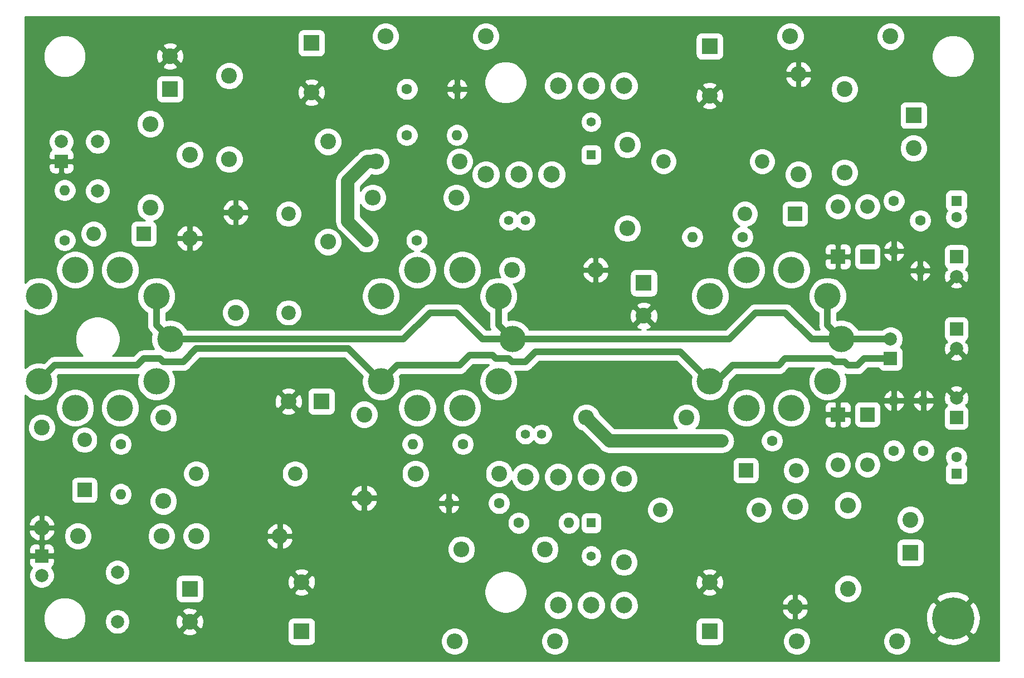
<source format=gbr>
G04 #@! TF.GenerationSoftware,KiCad,Pcbnew,(5.1.5-0-10_14)*
G04 #@! TF.CreationDate,2020-04-26T22:00:10+01:00*
G04 #@! TF.ProjectId,Preamp-Trial,50726561-6d70-42d5-9472-69616c2e6b69,rev?*
G04 #@! TF.SameCoordinates,Original*
G04 #@! TF.FileFunction,Copper,L1,Top*
G04 #@! TF.FilePolarity,Positive*
%FSLAX46Y46*%
G04 Gerber Fmt 4.6, Leading zero omitted, Abs format (unit mm)*
G04 Created by KiCad (PCBNEW (5.1.5-0-10_14)) date 2020-04-26 22:00:10*
%MOMM*%
%LPD*%
G04 APERTURE LIST*
%ADD10R,1.600000X1.600000*%
%ADD11C,1.600000*%
%ADD12C,2.000000*%
%ADD13R,1.400000X1.400000*%
%ADD14C,1.400000*%
%ADD15C,6.400000*%
%ADD16C,2.200000*%
%ADD17R,2.200000X2.200000*%
%ADD18O,2.200000X2.200000*%
%ADD19O,1.600000X1.600000*%
%ADD20C,2.400000*%
%ADD21O,2.400000X2.400000*%
%ADD22R,2.400000X2.400000*%
%ADD23R,2.000000X2.000000*%
%ADD24C,2.499360*%
%ADD25C,4.000000*%
%ADD26C,2.000000*%
%ADD27C,1.000000*%
%ADD28C,0.254000*%
G04 APERTURE END LIST*
D10*
X232500000Y-64000000D03*
D11*
X232500000Y-66500000D03*
D12*
X102000000Y-55000000D03*
X102000000Y-62500000D03*
D13*
X177000000Y-113000000D03*
D14*
X177000000Y-118000000D03*
D13*
X177000000Y-57000000D03*
D14*
X177000000Y-52000000D03*
D15*
X232000000Y-127500000D03*
D16*
X203000000Y-58000000D03*
X188000000Y-58000000D03*
X131000000Y-66000000D03*
X131000000Y-81000000D03*
X202500000Y-111000000D03*
X187500000Y-111000000D03*
X132000000Y-105500000D03*
X117000000Y-105500000D03*
D10*
X232500000Y-105500000D03*
D11*
X232500000Y-103000000D03*
D17*
X214500000Y-72500000D03*
D18*
X214500000Y-64880000D03*
D17*
X219000000Y-72500000D03*
D18*
X219000000Y-64880000D03*
D17*
X208000000Y-66000000D03*
D18*
X200380000Y-66000000D03*
D17*
X109000000Y-69000000D03*
D18*
X101380000Y-69000000D03*
D17*
X214500000Y-96500000D03*
D18*
X214500000Y-104120000D03*
D17*
X219000000Y-96500000D03*
D18*
X219000000Y-104120000D03*
D17*
X200500000Y-105000000D03*
D18*
X208120000Y-105000000D03*
D17*
X100000000Y-108000000D03*
D18*
X100000000Y-100380000D03*
D11*
X227000000Y-67000000D03*
D19*
X227000000Y-74620000D03*
D11*
X223000000Y-64000000D03*
D19*
X223000000Y-71620000D03*
D20*
X215500000Y-47000000D03*
D21*
X215500000Y-59700000D03*
D11*
X200000000Y-69500000D03*
D19*
X192380000Y-69500000D03*
D20*
X165000000Y-74500000D03*
D21*
X177700000Y-74500000D03*
D11*
X150500000Y-70000000D03*
D19*
X142880000Y-70000000D03*
D11*
X149000000Y-47000000D03*
D19*
X156620000Y-47000000D03*
D20*
X182500000Y-55500000D03*
D21*
X182500000Y-68200000D03*
D11*
X149000000Y-54000000D03*
D19*
X156620000Y-54000000D03*
D20*
X157000000Y-58000000D03*
D21*
X144300000Y-58000000D03*
D20*
X156500000Y-63500000D03*
D21*
X143800000Y-63500000D03*
D20*
X116000000Y-57000000D03*
D21*
X116000000Y-69700000D03*
D20*
X122000000Y-45000000D03*
D21*
X122000000Y-57700000D03*
D11*
X97000000Y-70000000D03*
D19*
X97000000Y-62380000D03*
D20*
X110000000Y-65000000D03*
D21*
X110000000Y-52300000D03*
D11*
X227500000Y-102000000D03*
D19*
X227500000Y-94380000D03*
D11*
X223000000Y-102000000D03*
D19*
X223000000Y-94380000D03*
D20*
X216000000Y-123000000D03*
D21*
X216000000Y-110300000D03*
D11*
X204500000Y-100500000D03*
D19*
X196880000Y-100500000D03*
D20*
X142500000Y-96500000D03*
D21*
X142500000Y-109200000D03*
D11*
X157500000Y-101000000D03*
D19*
X149880000Y-101000000D03*
D11*
X163000000Y-110000000D03*
D19*
X155380000Y-110000000D03*
D20*
X182000000Y-119000000D03*
D21*
X182000000Y-106300000D03*
D11*
X166000000Y-113000000D03*
D19*
X173620000Y-113000000D03*
D20*
X170000000Y-117000000D03*
D21*
X157300000Y-117000000D03*
D20*
X163000000Y-105500000D03*
D21*
X150300000Y-105500000D03*
D20*
X117000000Y-115000000D03*
D21*
X129700000Y-115000000D03*
D20*
X112000000Y-97000000D03*
D21*
X112000000Y-109700000D03*
D11*
X105500000Y-101000000D03*
D19*
X105500000Y-108620000D03*
D20*
X99000000Y-115000000D03*
D21*
X111700000Y-115000000D03*
D20*
X222500000Y-39000000D03*
D21*
X207260000Y-39000000D03*
D20*
X208500000Y-60000000D03*
D21*
X208500000Y-44760000D03*
D20*
X137000000Y-55000000D03*
D21*
X137000000Y-70240000D03*
D20*
X161000000Y-39000000D03*
D21*
X145760000Y-39000000D03*
D20*
X123000000Y-81000000D03*
D21*
X123000000Y-65760000D03*
D20*
X223500000Y-131000000D03*
D21*
X208260000Y-131000000D03*
D20*
X208000000Y-110500000D03*
D21*
X208000000Y-125740000D03*
D20*
X191500000Y-97000000D03*
D21*
X176260000Y-97000000D03*
D20*
X171500000Y-131000000D03*
D21*
X156260000Y-131000000D03*
D20*
X93500000Y-98500000D03*
D21*
X93500000Y-113740000D03*
D22*
X195000000Y-40500000D03*
D20*
X195000000Y-48000000D03*
D22*
X226000000Y-51000000D03*
D20*
X226000000Y-56000000D03*
D22*
X185000000Y-76500000D03*
D20*
X185000000Y-81500000D03*
D14*
X167000000Y-67000000D03*
X164500000Y-67000000D03*
D22*
X134500000Y-40000000D03*
D20*
X134500000Y-47500000D03*
D22*
X113000000Y-47000000D03*
D20*
X113000000Y-42000000D03*
D22*
X195000000Y-129500000D03*
D20*
X195000000Y-122000000D03*
D22*
X225500000Y-117500000D03*
D20*
X225500000Y-112500000D03*
D22*
X136000000Y-94500000D03*
D20*
X131000000Y-94500000D03*
D14*
X169500000Y-99500000D03*
X167000000Y-99500000D03*
D22*
X133000000Y-129500000D03*
D20*
X133000000Y-122000000D03*
D22*
X116000000Y-123000000D03*
D20*
X116000000Y-128000000D03*
D12*
X105000000Y-128000000D03*
X105000000Y-120500000D03*
D23*
X232500000Y-83500000D03*
D12*
X232500000Y-86500000D03*
D23*
X93500000Y-118000000D03*
D12*
X93500000Y-121000000D03*
D23*
X222500000Y-88000000D03*
D12*
X222500000Y-85000000D03*
D23*
X232500000Y-97000000D03*
D12*
X232500000Y-94000000D03*
D23*
X96500000Y-58000000D03*
D12*
X96500000Y-55000000D03*
D23*
X232500000Y-72500000D03*
D12*
X232500000Y-75500000D03*
D24*
X171998740Y-106000000D03*
X166997480Y-106000000D03*
X177000000Y-106000000D03*
X177001260Y-125500000D03*
X182002520Y-125500000D03*
X172000000Y-125500000D03*
X165998740Y-60000000D03*
X160997480Y-60000000D03*
X171000000Y-60000000D03*
X177001260Y-46500000D03*
X182002520Y-46500000D03*
X172000000Y-46500000D03*
D25*
X93068200Y-78511000D03*
X98588300Y-74500000D03*
X105411700Y-74500000D03*
X110931800Y-78510600D03*
X113040400Y-85000000D03*
X110931800Y-91489400D03*
X105411700Y-95500000D03*
X98588300Y-95500000D03*
X93068200Y-91489400D03*
X145068200Y-78511000D03*
X150588300Y-74500000D03*
X157411700Y-74500000D03*
X162931800Y-78510600D03*
X165040400Y-85000000D03*
X162931800Y-91489400D03*
X157411700Y-95500000D03*
X150588300Y-95500000D03*
X145068200Y-91489400D03*
X195068200Y-78511000D03*
X200588300Y-74500000D03*
X207411700Y-74500000D03*
X212931800Y-78510600D03*
X215040400Y-85000000D03*
X212931800Y-91489400D03*
X207411700Y-95500000D03*
X200588300Y-95500000D03*
X195068200Y-91489400D03*
D26*
X196880000Y-100500000D02*
X179760000Y-100500000D01*
X179760000Y-100500000D02*
X176260000Y-97000000D01*
X144300000Y-58000000D02*
X143000000Y-58000000D01*
X140000000Y-67120000D02*
X142880000Y-70000000D01*
X140000000Y-61000000D02*
X140000000Y-67120000D01*
X143000000Y-58000000D02*
X140000000Y-61000000D01*
D27*
X195068200Y-91489400D02*
X196010600Y-91489400D01*
X196010600Y-91489400D02*
X198500000Y-89000000D01*
X218500000Y-88000000D02*
X222500000Y-88000000D01*
X217500000Y-89000000D02*
X218500000Y-88000000D01*
X216000000Y-89000000D02*
X217500000Y-89000000D01*
X215500000Y-88500000D02*
X216000000Y-89000000D01*
X214000000Y-88500000D02*
X215500000Y-88500000D01*
X213500000Y-88000000D02*
X214000000Y-88500000D01*
X210000000Y-88000000D02*
X213500000Y-88000000D01*
X206500000Y-88000000D02*
X210000000Y-88000000D01*
X205500000Y-89000000D02*
X206500000Y-88000000D01*
X198500000Y-89000000D02*
X205500000Y-89000000D01*
X145068200Y-91489400D02*
X145068200Y-91431800D01*
X145068200Y-91431800D02*
X147500000Y-89000000D01*
X190578800Y-87000000D02*
X195068200Y-91489400D01*
X168500000Y-87000000D02*
X190578800Y-87000000D01*
X167000000Y-88500000D02*
X168500000Y-87000000D01*
X165000000Y-88500000D02*
X167000000Y-88500000D01*
X164500000Y-88000000D02*
X165000000Y-88500000D01*
X162500000Y-88000000D02*
X164500000Y-88000000D01*
X162000000Y-87500000D02*
X162500000Y-88000000D01*
X158500000Y-87500000D02*
X162000000Y-87500000D01*
X157000000Y-89000000D02*
X158500000Y-87500000D01*
X147500000Y-89000000D02*
X157000000Y-89000000D01*
X222000000Y-88500000D02*
X222500000Y-88000000D01*
X93068200Y-91489400D02*
X93068200Y-91431800D01*
X93068200Y-91431800D02*
X95500000Y-89000000D01*
X95500000Y-89000000D02*
X108000000Y-89000000D01*
X108000000Y-89000000D02*
X109000000Y-88000000D01*
X109000000Y-88000000D02*
X111500000Y-88000000D01*
X111500000Y-88000000D02*
X112000000Y-88500000D01*
X112000000Y-88500000D02*
X115000000Y-88500000D01*
X115000000Y-88500000D02*
X116999998Y-86500002D01*
X116999998Y-86500002D02*
X140078802Y-86500002D01*
X140078802Y-86500002D02*
X145068200Y-91489400D01*
X165040400Y-85000000D02*
X198000000Y-85000000D01*
X210500000Y-85000000D02*
X215040400Y-85000000D01*
X206500000Y-81000000D02*
X210500000Y-85000000D01*
X202000000Y-81000000D02*
X206500000Y-81000000D01*
X198000000Y-85000000D02*
X202000000Y-81000000D01*
X113040400Y-85000000D02*
X148500000Y-85000000D01*
X160500000Y-85000000D02*
X165040400Y-85000000D01*
X156500000Y-81000000D02*
X160500000Y-85000000D01*
X152500000Y-81000000D02*
X156500000Y-81000000D01*
X148500000Y-85000000D02*
X152500000Y-81000000D01*
X110931800Y-78510600D02*
X110931800Y-82891400D01*
X110931800Y-82891400D02*
X113040400Y-85000000D01*
X162931800Y-78510600D02*
X162931800Y-82891400D01*
X162931800Y-82891400D02*
X165040400Y-85000000D01*
X222500000Y-85000000D02*
X215040400Y-85000000D01*
X215040400Y-85000000D02*
X212931800Y-82891400D01*
X212931800Y-82891400D02*
X212931800Y-78510600D01*
D28*
G36*
X238998000Y-133998000D02*
G01*
X91002000Y-133998000D01*
X91002000Y-127182168D01*
X93773000Y-127182168D01*
X93773000Y-127817832D01*
X93897012Y-128441281D01*
X94140270Y-129028558D01*
X94493425Y-129557093D01*
X94942907Y-130006575D01*
X95471442Y-130359730D01*
X96058719Y-130602988D01*
X96682168Y-130727000D01*
X97317832Y-130727000D01*
X97941281Y-130602988D01*
X98528558Y-130359730D01*
X99057093Y-130006575D01*
X99506575Y-129557093D01*
X99859730Y-129028558D01*
X100102988Y-128441281D01*
X100227000Y-127817832D01*
X100227000Y-127810207D01*
X103073000Y-127810207D01*
X103073000Y-128189793D01*
X103147053Y-128562085D01*
X103292315Y-128912777D01*
X103503201Y-129228391D01*
X103771609Y-129496799D01*
X104087223Y-129707685D01*
X104437915Y-129852947D01*
X104810207Y-129927000D01*
X105189793Y-129927000D01*
X105562085Y-129852947D01*
X105912777Y-129707685D01*
X106183847Y-129526562D01*
X114859518Y-129526562D01*
X114974883Y-129875407D01*
X115360454Y-130039362D01*
X115770603Y-130124946D01*
X116189566Y-130128869D01*
X116601245Y-130050981D01*
X116989819Y-129894275D01*
X117025117Y-129875407D01*
X117140482Y-129526562D01*
X116000000Y-128386080D01*
X114859518Y-129526562D01*
X106183847Y-129526562D01*
X106228391Y-129496799D01*
X106496799Y-129228391D01*
X106707685Y-128912777D01*
X106852947Y-128562085D01*
X106927000Y-128189793D01*
X106927000Y-128189566D01*
X113871131Y-128189566D01*
X113949019Y-128601245D01*
X114105725Y-128989819D01*
X114124593Y-129025117D01*
X114473438Y-129140482D01*
X115613920Y-128000000D01*
X116386080Y-128000000D01*
X117526562Y-129140482D01*
X117875407Y-129025117D01*
X118039362Y-128639546D01*
X118110213Y-128300000D01*
X130868515Y-128300000D01*
X130868515Y-130700000D01*
X130886413Y-130881724D01*
X130939420Y-131056464D01*
X131025499Y-131217505D01*
X131141341Y-131358659D01*
X131282495Y-131474501D01*
X131443536Y-131560580D01*
X131618276Y-131613587D01*
X131800000Y-131631485D01*
X134200000Y-131631485D01*
X134381724Y-131613587D01*
X134556464Y-131560580D01*
X134717505Y-131474501D01*
X134858659Y-131358659D01*
X134974501Y-131217505D01*
X135060580Y-131056464D01*
X135113587Y-130881724D01*
X135122570Y-130790509D01*
X154133000Y-130790509D01*
X154133000Y-131209491D01*
X154214739Y-131620423D01*
X154375077Y-132007512D01*
X154607851Y-132355884D01*
X154904116Y-132652149D01*
X155252488Y-132884923D01*
X155639577Y-133045261D01*
X156050509Y-133127000D01*
X156469491Y-133127000D01*
X156880423Y-133045261D01*
X157267512Y-132884923D01*
X157615884Y-132652149D01*
X157912149Y-132355884D01*
X158144923Y-132007512D01*
X158305261Y-131620423D01*
X158387000Y-131209491D01*
X158387000Y-130790509D01*
X169373000Y-130790509D01*
X169373000Y-131209491D01*
X169454739Y-131620423D01*
X169615077Y-132007512D01*
X169847851Y-132355884D01*
X170144116Y-132652149D01*
X170492488Y-132884923D01*
X170879577Y-133045261D01*
X171290509Y-133127000D01*
X171709491Y-133127000D01*
X172120423Y-133045261D01*
X172507512Y-132884923D01*
X172855884Y-132652149D01*
X173152149Y-132355884D01*
X173384923Y-132007512D01*
X173545261Y-131620423D01*
X173627000Y-131209491D01*
X173627000Y-130790509D01*
X173545261Y-130379577D01*
X173384923Y-129992488D01*
X173152149Y-129644116D01*
X172855884Y-129347851D01*
X172507512Y-129115077D01*
X172120423Y-128954739D01*
X171709491Y-128873000D01*
X171290509Y-128873000D01*
X170879577Y-128954739D01*
X170492488Y-129115077D01*
X170144116Y-129347851D01*
X169847851Y-129644116D01*
X169615077Y-129992488D01*
X169454739Y-130379577D01*
X169373000Y-130790509D01*
X158387000Y-130790509D01*
X158305261Y-130379577D01*
X158144923Y-129992488D01*
X157912149Y-129644116D01*
X157615884Y-129347851D01*
X157267512Y-129115077D01*
X156880423Y-128954739D01*
X156469491Y-128873000D01*
X156050509Y-128873000D01*
X155639577Y-128954739D01*
X155252488Y-129115077D01*
X154904116Y-129347851D01*
X154607851Y-129644116D01*
X154375077Y-129992488D01*
X154214739Y-130379577D01*
X154133000Y-130790509D01*
X135122570Y-130790509D01*
X135131485Y-130700000D01*
X135131485Y-128300000D01*
X192868515Y-128300000D01*
X192868515Y-130700000D01*
X192886413Y-130881724D01*
X192939420Y-131056464D01*
X193025499Y-131217505D01*
X193141341Y-131358659D01*
X193282495Y-131474501D01*
X193443536Y-131560580D01*
X193618276Y-131613587D01*
X193800000Y-131631485D01*
X196200000Y-131631485D01*
X196381724Y-131613587D01*
X196556464Y-131560580D01*
X196717505Y-131474501D01*
X196858659Y-131358659D01*
X196974501Y-131217505D01*
X197060580Y-131056464D01*
X197113587Y-130881724D01*
X197122570Y-130790509D01*
X206133000Y-130790509D01*
X206133000Y-131209491D01*
X206214739Y-131620423D01*
X206375077Y-132007512D01*
X206607851Y-132355884D01*
X206904116Y-132652149D01*
X207252488Y-132884923D01*
X207639577Y-133045261D01*
X208050509Y-133127000D01*
X208469491Y-133127000D01*
X208880423Y-133045261D01*
X209267512Y-132884923D01*
X209615884Y-132652149D01*
X209912149Y-132355884D01*
X210144923Y-132007512D01*
X210305261Y-131620423D01*
X210387000Y-131209491D01*
X210387000Y-130790509D01*
X221373000Y-130790509D01*
X221373000Y-131209491D01*
X221454739Y-131620423D01*
X221615077Y-132007512D01*
X221847851Y-132355884D01*
X222144116Y-132652149D01*
X222492488Y-132884923D01*
X222879577Y-133045261D01*
X223290509Y-133127000D01*
X223709491Y-133127000D01*
X224120423Y-133045261D01*
X224507512Y-132884923D01*
X224855884Y-132652149D01*
X225152149Y-132355884D01*
X225384923Y-132007512D01*
X225545261Y-131620423D01*
X225627000Y-131209491D01*
X225627000Y-130790509D01*
X225560220Y-130454780D01*
X229431300Y-130454780D01*
X229788623Y-131008156D01*
X230515521Y-131372166D01*
X231299467Y-131587371D01*
X232110334Y-131645500D01*
X232916961Y-131544320D01*
X233688349Y-131287719D01*
X234211377Y-131008156D01*
X234568700Y-130454780D01*
X232000000Y-127886080D01*
X229431300Y-130454780D01*
X225560220Y-130454780D01*
X225545261Y-130379577D01*
X225384923Y-129992488D01*
X225152149Y-129644116D01*
X224855884Y-129347851D01*
X224507512Y-129115077D01*
X224120423Y-128954739D01*
X223709491Y-128873000D01*
X223290509Y-128873000D01*
X222879577Y-128954739D01*
X222492488Y-129115077D01*
X222144116Y-129347851D01*
X221847851Y-129644116D01*
X221615077Y-129992488D01*
X221454739Y-130379577D01*
X221373000Y-130790509D01*
X210387000Y-130790509D01*
X210305261Y-130379577D01*
X210144923Y-129992488D01*
X209912149Y-129644116D01*
X209615884Y-129347851D01*
X209267512Y-129115077D01*
X208880423Y-128954739D01*
X208469491Y-128873000D01*
X208050509Y-128873000D01*
X207639577Y-128954739D01*
X207252488Y-129115077D01*
X206904116Y-129347851D01*
X206607851Y-129644116D01*
X206375077Y-129992488D01*
X206214739Y-130379577D01*
X206133000Y-130790509D01*
X197122570Y-130790509D01*
X197131485Y-130700000D01*
X197131485Y-128300000D01*
X197113587Y-128118276D01*
X197060580Y-127943536D01*
X196974501Y-127782495D01*
X196858659Y-127641341D01*
X196717505Y-127525499D01*
X196556464Y-127439420D01*
X196381724Y-127386413D01*
X196200000Y-127368515D01*
X193800000Y-127368515D01*
X193618276Y-127386413D01*
X193443536Y-127439420D01*
X193282495Y-127525499D01*
X193141341Y-127641341D01*
X193025499Y-127782495D01*
X192939420Y-127943536D01*
X192886413Y-128118276D01*
X192868515Y-128300000D01*
X135131485Y-128300000D01*
X135113587Y-128118276D01*
X135060580Y-127943536D01*
X134974501Y-127782495D01*
X134858659Y-127641341D01*
X134717505Y-127525499D01*
X134556464Y-127439420D01*
X134381724Y-127386413D01*
X134200000Y-127368515D01*
X131800000Y-127368515D01*
X131618276Y-127386413D01*
X131443536Y-127439420D01*
X131282495Y-127525499D01*
X131141341Y-127641341D01*
X131025499Y-127782495D01*
X130939420Y-127943536D01*
X130886413Y-128118276D01*
X130868515Y-128300000D01*
X118110213Y-128300000D01*
X118124946Y-128229397D01*
X118128869Y-127810434D01*
X118050981Y-127398755D01*
X117894275Y-127010181D01*
X117875407Y-126974883D01*
X117526562Y-126859518D01*
X116386080Y-128000000D01*
X115613920Y-128000000D01*
X114473438Y-126859518D01*
X114124593Y-126974883D01*
X113960638Y-127360454D01*
X113875054Y-127770603D01*
X113871131Y-128189566D01*
X106927000Y-128189566D01*
X106927000Y-127810207D01*
X106852947Y-127437915D01*
X106707685Y-127087223D01*
X106496799Y-126771609D01*
X106228391Y-126503201D01*
X106183848Y-126473438D01*
X114859518Y-126473438D01*
X116000000Y-127613920D01*
X117140482Y-126473438D01*
X117025117Y-126124593D01*
X116639546Y-125960638D01*
X116229397Y-125875054D01*
X115810434Y-125871131D01*
X115398755Y-125949019D01*
X115010181Y-126105725D01*
X114974883Y-126124593D01*
X114859518Y-126473438D01*
X106183848Y-126473438D01*
X105912777Y-126292315D01*
X105562085Y-126147053D01*
X105189793Y-126073000D01*
X104810207Y-126073000D01*
X104437915Y-126147053D01*
X104087223Y-126292315D01*
X103771609Y-126503201D01*
X103503201Y-126771609D01*
X103292315Y-127087223D01*
X103147053Y-127437915D01*
X103073000Y-127810207D01*
X100227000Y-127810207D01*
X100227000Y-127182168D01*
X100102988Y-126558719D01*
X99859730Y-125971442D01*
X99506575Y-125442907D01*
X99057093Y-124993425D01*
X98528558Y-124640270D01*
X97941281Y-124397012D01*
X97317832Y-124273000D01*
X96682168Y-124273000D01*
X96058719Y-124397012D01*
X95471442Y-124640270D01*
X94942907Y-124993425D01*
X94493425Y-125442907D01*
X94140270Y-125971442D01*
X93897012Y-126558719D01*
X93773000Y-127182168D01*
X91002000Y-127182168D01*
X91002000Y-119000000D01*
X91568515Y-119000000D01*
X91586413Y-119181724D01*
X91639420Y-119356464D01*
X91725499Y-119517505D01*
X91841341Y-119658659D01*
X91982495Y-119774501D01*
X91996328Y-119781895D01*
X91792315Y-120087223D01*
X91647053Y-120437915D01*
X91573000Y-120810207D01*
X91573000Y-121189793D01*
X91647053Y-121562085D01*
X91792315Y-121912777D01*
X92003201Y-122228391D01*
X92271609Y-122496799D01*
X92587223Y-122707685D01*
X92937915Y-122852947D01*
X93310207Y-122927000D01*
X93689793Y-122927000D01*
X94062085Y-122852947D01*
X94412777Y-122707685D01*
X94728391Y-122496799D01*
X94996799Y-122228391D01*
X95207685Y-121912777D01*
X95352947Y-121562085D01*
X95427000Y-121189793D01*
X95427000Y-120810207D01*
X95352947Y-120437915D01*
X95300049Y-120310207D01*
X103073000Y-120310207D01*
X103073000Y-120689793D01*
X103147053Y-121062085D01*
X103292315Y-121412777D01*
X103503201Y-121728391D01*
X103771609Y-121996799D01*
X104087223Y-122207685D01*
X104437915Y-122352947D01*
X104810207Y-122427000D01*
X105189793Y-122427000D01*
X105562085Y-122352947D01*
X105912777Y-122207685D01*
X106228391Y-121996799D01*
X106425190Y-121800000D01*
X113868515Y-121800000D01*
X113868515Y-124200000D01*
X113886413Y-124381724D01*
X113939420Y-124556464D01*
X114025499Y-124717505D01*
X114141341Y-124858659D01*
X114282495Y-124974501D01*
X114443536Y-125060580D01*
X114618276Y-125113587D01*
X114800000Y-125131485D01*
X117200000Y-125131485D01*
X117381724Y-125113587D01*
X117556464Y-125060580D01*
X117717505Y-124974501D01*
X117858659Y-124858659D01*
X117974501Y-124717505D01*
X118060580Y-124556464D01*
X118113587Y-124381724D01*
X118131485Y-124200000D01*
X118131485Y-123526562D01*
X131859518Y-123526562D01*
X131974883Y-123875407D01*
X132360454Y-124039362D01*
X132770603Y-124124946D01*
X133189566Y-124128869D01*
X133601245Y-124050981D01*
X133989819Y-123894275D01*
X134025117Y-123875407D01*
X134140482Y-123526562D01*
X133796088Y-123182168D01*
X160773000Y-123182168D01*
X160773000Y-123817832D01*
X160897012Y-124441281D01*
X161140270Y-125028558D01*
X161493425Y-125557093D01*
X161942907Y-126006575D01*
X162471442Y-126359730D01*
X163058719Y-126602988D01*
X163682168Y-126727000D01*
X164317832Y-126727000D01*
X164941281Y-126602988D01*
X165528558Y-126359730D01*
X166057093Y-126006575D01*
X166506575Y-125557093D01*
X166687969Y-125285616D01*
X169823320Y-125285616D01*
X169823320Y-125714384D01*
X169906969Y-126134914D01*
X170071051Y-126531045D01*
X170309262Y-126887553D01*
X170612447Y-127190738D01*
X170968955Y-127428949D01*
X171365086Y-127593031D01*
X171785616Y-127676680D01*
X172214384Y-127676680D01*
X172634914Y-127593031D01*
X173031045Y-127428949D01*
X173387553Y-127190738D01*
X173690738Y-126887553D01*
X173928949Y-126531045D01*
X174093031Y-126134914D01*
X174176680Y-125714384D01*
X174176680Y-125285616D01*
X174824580Y-125285616D01*
X174824580Y-125714384D01*
X174908229Y-126134914D01*
X175072311Y-126531045D01*
X175310522Y-126887553D01*
X175613707Y-127190738D01*
X175970215Y-127428949D01*
X176366346Y-127593031D01*
X176786876Y-127676680D01*
X177215644Y-127676680D01*
X177636174Y-127593031D01*
X178032305Y-127428949D01*
X178388813Y-127190738D01*
X178691998Y-126887553D01*
X178930209Y-126531045D01*
X179094291Y-126134914D01*
X179177940Y-125714384D01*
X179177940Y-125285616D01*
X179825840Y-125285616D01*
X179825840Y-125714384D01*
X179909489Y-126134914D01*
X180073571Y-126531045D01*
X180311782Y-126887553D01*
X180614967Y-127190738D01*
X180971475Y-127428949D01*
X181367606Y-127593031D01*
X181788136Y-127676680D01*
X182216904Y-127676680D01*
X182637434Y-127593031D01*
X183033565Y-127428949D01*
X183390073Y-127190738D01*
X183693258Y-126887553D01*
X183931469Y-126531045D01*
X184010757Y-126339624D01*
X205959262Y-126339624D01*
X206115455Y-126726231D01*
X206344070Y-127074937D01*
X206636322Y-127372342D01*
X206980979Y-127607017D01*
X207364796Y-127769944D01*
X207400377Y-127780730D01*
X207727000Y-127615485D01*
X207727000Y-126013000D01*
X208273000Y-126013000D01*
X208273000Y-127615485D01*
X208599623Y-127780730D01*
X208635204Y-127769944D01*
X209011206Y-127610334D01*
X227854500Y-127610334D01*
X227955680Y-128416961D01*
X228212281Y-129188349D01*
X228491844Y-129711377D01*
X229045220Y-130068700D01*
X231613920Y-127500000D01*
X232386080Y-127500000D01*
X234954780Y-130068700D01*
X235508156Y-129711377D01*
X235872166Y-128984479D01*
X236087371Y-128200533D01*
X236145500Y-127389666D01*
X236044320Y-126583039D01*
X235787719Y-125811651D01*
X235508156Y-125288623D01*
X234954780Y-124931300D01*
X232386080Y-127500000D01*
X231613920Y-127500000D01*
X229045220Y-124931300D01*
X228491844Y-125288623D01*
X228127834Y-126015521D01*
X227912629Y-126799467D01*
X227854500Y-127610334D01*
X209011206Y-127610334D01*
X209019021Y-127607017D01*
X209363678Y-127372342D01*
X209655930Y-127074937D01*
X209884545Y-126726231D01*
X210040738Y-126339624D01*
X209877665Y-126013000D01*
X208273000Y-126013000D01*
X207727000Y-126013000D01*
X206122335Y-126013000D01*
X205959262Y-126339624D01*
X184010757Y-126339624D01*
X184095551Y-126134914D01*
X184179200Y-125714384D01*
X184179200Y-125285616D01*
X184150310Y-125140376D01*
X205959262Y-125140376D01*
X206122335Y-125467000D01*
X207727000Y-125467000D01*
X207727000Y-123864515D01*
X208273000Y-123864515D01*
X208273000Y-125467000D01*
X209877665Y-125467000D01*
X210040738Y-125140376D01*
X209884545Y-124753769D01*
X209655930Y-124405063D01*
X209363678Y-124107658D01*
X209019021Y-123872983D01*
X208635204Y-123710056D01*
X208599623Y-123699270D01*
X208273000Y-123864515D01*
X207727000Y-123864515D01*
X207400377Y-123699270D01*
X207364796Y-123710056D01*
X206980979Y-123872983D01*
X206636322Y-124107658D01*
X206344070Y-124405063D01*
X206115455Y-124753769D01*
X205959262Y-125140376D01*
X184150310Y-125140376D01*
X184095551Y-124865086D01*
X183931469Y-124468955D01*
X183693258Y-124112447D01*
X183390073Y-123809262D01*
X183033565Y-123571051D01*
X182926159Y-123526562D01*
X193859518Y-123526562D01*
X193974883Y-123875407D01*
X194360454Y-124039362D01*
X194770603Y-124124946D01*
X195189566Y-124128869D01*
X195601245Y-124050981D01*
X195989819Y-123894275D01*
X196025117Y-123875407D01*
X196140482Y-123526562D01*
X195000000Y-122386080D01*
X193859518Y-123526562D01*
X182926159Y-123526562D01*
X182637434Y-123406969D01*
X182216904Y-123323320D01*
X181788136Y-123323320D01*
X181367606Y-123406969D01*
X180971475Y-123571051D01*
X180614967Y-123809262D01*
X180311782Y-124112447D01*
X180073571Y-124468955D01*
X179909489Y-124865086D01*
X179825840Y-125285616D01*
X179177940Y-125285616D01*
X179094291Y-124865086D01*
X178930209Y-124468955D01*
X178691998Y-124112447D01*
X178388813Y-123809262D01*
X178032305Y-123571051D01*
X177636174Y-123406969D01*
X177215644Y-123323320D01*
X176786876Y-123323320D01*
X176366346Y-123406969D01*
X175970215Y-123571051D01*
X175613707Y-123809262D01*
X175310522Y-124112447D01*
X175072311Y-124468955D01*
X174908229Y-124865086D01*
X174824580Y-125285616D01*
X174176680Y-125285616D01*
X174093031Y-124865086D01*
X173928949Y-124468955D01*
X173690738Y-124112447D01*
X173387553Y-123809262D01*
X173031045Y-123571051D01*
X172634914Y-123406969D01*
X172214384Y-123323320D01*
X171785616Y-123323320D01*
X171365086Y-123406969D01*
X170968955Y-123571051D01*
X170612447Y-123809262D01*
X170309262Y-124112447D01*
X170071051Y-124468955D01*
X169906969Y-124865086D01*
X169823320Y-125285616D01*
X166687969Y-125285616D01*
X166859730Y-125028558D01*
X167102988Y-124441281D01*
X167227000Y-123817832D01*
X167227000Y-123182168D01*
X167102988Y-122558719D01*
X166950080Y-122189566D01*
X192871131Y-122189566D01*
X192949019Y-122601245D01*
X193105725Y-122989819D01*
X193124593Y-123025117D01*
X193473438Y-123140482D01*
X194613920Y-122000000D01*
X195386080Y-122000000D01*
X196526562Y-123140482D01*
X196875407Y-123025117D01*
X196975168Y-122790509D01*
X213873000Y-122790509D01*
X213873000Y-123209491D01*
X213954739Y-123620423D01*
X214115077Y-124007512D01*
X214347851Y-124355884D01*
X214644116Y-124652149D01*
X214992488Y-124884923D01*
X215379577Y-125045261D01*
X215790509Y-125127000D01*
X216209491Y-125127000D01*
X216620423Y-125045261D01*
X217007512Y-124884923D01*
X217355884Y-124652149D01*
X217462813Y-124545220D01*
X229431300Y-124545220D01*
X232000000Y-127113920D01*
X234568700Y-124545220D01*
X234211377Y-123991844D01*
X233484479Y-123627834D01*
X232700533Y-123412629D01*
X231889666Y-123354500D01*
X231083039Y-123455680D01*
X230311651Y-123712281D01*
X229788623Y-123991844D01*
X229431300Y-124545220D01*
X217462813Y-124545220D01*
X217652149Y-124355884D01*
X217884923Y-124007512D01*
X218045261Y-123620423D01*
X218127000Y-123209491D01*
X218127000Y-122790509D01*
X218045261Y-122379577D01*
X217884923Y-121992488D01*
X217652149Y-121644116D01*
X217355884Y-121347851D01*
X217007512Y-121115077D01*
X216620423Y-120954739D01*
X216209491Y-120873000D01*
X215790509Y-120873000D01*
X215379577Y-120954739D01*
X214992488Y-121115077D01*
X214644116Y-121347851D01*
X214347851Y-121644116D01*
X214115077Y-121992488D01*
X213954739Y-122379577D01*
X213873000Y-122790509D01*
X196975168Y-122790509D01*
X197039362Y-122639546D01*
X197124946Y-122229397D01*
X197128869Y-121810434D01*
X197050981Y-121398755D01*
X196894275Y-121010181D01*
X196875407Y-120974883D01*
X196526562Y-120859518D01*
X195386080Y-122000000D01*
X194613920Y-122000000D01*
X193473438Y-120859518D01*
X193124593Y-120974883D01*
X192960638Y-121360454D01*
X192875054Y-121770603D01*
X192871131Y-122189566D01*
X166950080Y-122189566D01*
X166859730Y-121971442D01*
X166506575Y-121442907D01*
X166057093Y-120993425D01*
X165528558Y-120640270D01*
X164941281Y-120397012D01*
X164317832Y-120273000D01*
X163682168Y-120273000D01*
X163058719Y-120397012D01*
X162471442Y-120640270D01*
X161942907Y-120993425D01*
X161493425Y-121442907D01*
X161140270Y-121971442D01*
X160897012Y-122558719D01*
X160773000Y-123182168D01*
X133796088Y-123182168D01*
X133000000Y-122386080D01*
X131859518Y-123526562D01*
X118131485Y-123526562D01*
X118131485Y-122189566D01*
X130871131Y-122189566D01*
X130949019Y-122601245D01*
X131105725Y-122989819D01*
X131124593Y-123025117D01*
X131473438Y-123140482D01*
X132613920Y-122000000D01*
X133386080Y-122000000D01*
X134526562Y-123140482D01*
X134875407Y-123025117D01*
X135039362Y-122639546D01*
X135124946Y-122229397D01*
X135128869Y-121810434D01*
X135050981Y-121398755D01*
X134894275Y-121010181D01*
X134875407Y-120974883D01*
X134526562Y-120859518D01*
X133386080Y-122000000D01*
X132613920Y-122000000D01*
X131473438Y-120859518D01*
X131124593Y-120974883D01*
X130960638Y-121360454D01*
X130875054Y-121770603D01*
X130871131Y-122189566D01*
X118131485Y-122189566D01*
X118131485Y-121800000D01*
X118113587Y-121618276D01*
X118060580Y-121443536D01*
X117974501Y-121282495D01*
X117858659Y-121141341D01*
X117717505Y-121025499D01*
X117556464Y-120939420D01*
X117381724Y-120886413D01*
X117200000Y-120868515D01*
X114800000Y-120868515D01*
X114618276Y-120886413D01*
X114443536Y-120939420D01*
X114282495Y-121025499D01*
X114141341Y-121141341D01*
X114025499Y-121282495D01*
X113939420Y-121443536D01*
X113886413Y-121618276D01*
X113868515Y-121800000D01*
X106425190Y-121800000D01*
X106496799Y-121728391D01*
X106707685Y-121412777D01*
X106852947Y-121062085D01*
X106927000Y-120689793D01*
X106927000Y-120473438D01*
X131859518Y-120473438D01*
X133000000Y-121613920D01*
X134140482Y-120473438D01*
X134025117Y-120124593D01*
X133639546Y-119960638D01*
X133229397Y-119875054D01*
X132810434Y-119871131D01*
X132398755Y-119949019D01*
X132010181Y-120105725D01*
X131974883Y-120124593D01*
X131859518Y-120473438D01*
X106927000Y-120473438D01*
X106927000Y-120310207D01*
X106852947Y-119937915D01*
X106707685Y-119587223D01*
X106496799Y-119271609D01*
X106228391Y-119003201D01*
X105912777Y-118792315D01*
X105562085Y-118647053D01*
X105189793Y-118573000D01*
X104810207Y-118573000D01*
X104437915Y-118647053D01*
X104087223Y-118792315D01*
X103771609Y-119003201D01*
X103503201Y-119271609D01*
X103292315Y-119587223D01*
X103147053Y-119937915D01*
X103073000Y-120310207D01*
X95300049Y-120310207D01*
X95207685Y-120087223D01*
X95003672Y-119781895D01*
X95017505Y-119774501D01*
X95158659Y-119658659D01*
X95274501Y-119517505D01*
X95360580Y-119356464D01*
X95413587Y-119181724D01*
X95431485Y-119000000D01*
X95427000Y-118504750D01*
X95195250Y-118273000D01*
X93773000Y-118273000D01*
X93773000Y-118293000D01*
X93227000Y-118293000D01*
X93227000Y-118273000D01*
X91804750Y-118273000D01*
X91573000Y-118504750D01*
X91568515Y-119000000D01*
X91002000Y-119000000D01*
X91002000Y-117000000D01*
X91568515Y-117000000D01*
X91573000Y-117495250D01*
X91804750Y-117727000D01*
X93227000Y-117727000D01*
X93227000Y-116304750D01*
X93773000Y-116304750D01*
X93773000Y-117727000D01*
X95195250Y-117727000D01*
X95427000Y-117495250D01*
X95431485Y-117000000D01*
X95413587Y-116818276D01*
X95360580Y-116643536D01*
X95274501Y-116482495D01*
X95158659Y-116341341D01*
X95017505Y-116225499D01*
X94856464Y-116139420D01*
X94681724Y-116086413D01*
X94500000Y-116068515D01*
X94004750Y-116073000D01*
X93773000Y-116304750D01*
X93227000Y-116304750D01*
X92995250Y-116073000D01*
X92500000Y-116068515D01*
X92318276Y-116086413D01*
X92143536Y-116139420D01*
X91982495Y-116225499D01*
X91841341Y-116341341D01*
X91725499Y-116482495D01*
X91639420Y-116643536D01*
X91586413Y-116818276D01*
X91568515Y-117000000D01*
X91002000Y-117000000D01*
X91002000Y-114339624D01*
X91459262Y-114339624D01*
X91615455Y-114726231D01*
X91844070Y-115074937D01*
X92136322Y-115372342D01*
X92480979Y-115607017D01*
X92864796Y-115769944D01*
X92900377Y-115780730D01*
X93227000Y-115615485D01*
X93227000Y-114013000D01*
X93773000Y-114013000D01*
X93773000Y-115615485D01*
X94099623Y-115780730D01*
X94135204Y-115769944D01*
X94519021Y-115607017D01*
X94863678Y-115372342D01*
X95155930Y-115074937D01*
X95342403Y-114790509D01*
X96873000Y-114790509D01*
X96873000Y-115209491D01*
X96954739Y-115620423D01*
X97115077Y-116007512D01*
X97347851Y-116355884D01*
X97644116Y-116652149D01*
X97992488Y-116884923D01*
X98379577Y-117045261D01*
X98790509Y-117127000D01*
X99209491Y-117127000D01*
X99620423Y-117045261D01*
X100007512Y-116884923D01*
X100355884Y-116652149D01*
X100652149Y-116355884D01*
X100884923Y-116007512D01*
X101045261Y-115620423D01*
X101127000Y-115209491D01*
X101127000Y-114790509D01*
X109573000Y-114790509D01*
X109573000Y-115209491D01*
X109654739Y-115620423D01*
X109815077Y-116007512D01*
X110047851Y-116355884D01*
X110344116Y-116652149D01*
X110692488Y-116884923D01*
X111079577Y-117045261D01*
X111490509Y-117127000D01*
X111909491Y-117127000D01*
X112320423Y-117045261D01*
X112707512Y-116884923D01*
X113055884Y-116652149D01*
X113352149Y-116355884D01*
X113584923Y-116007512D01*
X113745261Y-115620423D01*
X113827000Y-115209491D01*
X113827000Y-114790509D01*
X114873000Y-114790509D01*
X114873000Y-115209491D01*
X114954739Y-115620423D01*
X115115077Y-116007512D01*
X115347851Y-116355884D01*
X115644116Y-116652149D01*
X115992488Y-116884923D01*
X116379577Y-117045261D01*
X116790509Y-117127000D01*
X117209491Y-117127000D01*
X117620423Y-117045261D01*
X118007512Y-116884923D01*
X118355884Y-116652149D01*
X118652149Y-116355884D01*
X118884923Y-116007512D01*
X119045261Y-115620423D01*
X119049398Y-115599623D01*
X127659270Y-115599623D01*
X127670056Y-115635204D01*
X127832983Y-116019021D01*
X128067658Y-116363678D01*
X128365063Y-116655930D01*
X128713769Y-116884545D01*
X129100376Y-117040738D01*
X129427000Y-116877665D01*
X129427000Y-115273000D01*
X129973000Y-115273000D01*
X129973000Y-116877665D01*
X130299624Y-117040738D01*
X130686231Y-116884545D01*
X130829663Y-116790509D01*
X155173000Y-116790509D01*
X155173000Y-117209491D01*
X155254739Y-117620423D01*
X155415077Y-118007512D01*
X155647851Y-118355884D01*
X155944116Y-118652149D01*
X156292488Y-118884923D01*
X156679577Y-119045261D01*
X157090509Y-119127000D01*
X157509491Y-119127000D01*
X157920423Y-119045261D01*
X158307512Y-118884923D01*
X158655884Y-118652149D01*
X158952149Y-118355884D01*
X159184923Y-118007512D01*
X159345261Y-117620423D01*
X159427000Y-117209491D01*
X159427000Y-116790509D01*
X167873000Y-116790509D01*
X167873000Y-117209491D01*
X167954739Y-117620423D01*
X168115077Y-118007512D01*
X168347851Y-118355884D01*
X168644116Y-118652149D01*
X168992488Y-118884923D01*
X169379577Y-119045261D01*
X169790509Y-119127000D01*
X170209491Y-119127000D01*
X170620423Y-119045261D01*
X171007512Y-118884923D01*
X171355884Y-118652149D01*
X171652149Y-118355884D01*
X171884923Y-118007512D01*
X171954410Y-117839755D01*
X175373000Y-117839755D01*
X175373000Y-118160245D01*
X175435525Y-118474578D01*
X175558172Y-118770673D01*
X175736227Y-119037152D01*
X175962848Y-119263773D01*
X176229327Y-119441828D01*
X176525422Y-119564475D01*
X176839755Y-119627000D01*
X177160245Y-119627000D01*
X177474578Y-119564475D01*
X177770673Y-119441828D01*
X178037152Y-119263773D01*
X178263773Y-119037152D01*
X178428574Y-118790509D01*
X179873000Y-118790509D01*
X179873000Y-119209491D01*
X179954739Y-119620423D01*
X180115077Y-120007512D01*
X180347851Y-120355884D01*
X180644116Y-120652149D01*
X180992488Y-120884923D01*
X181379577Y-121045261D01*
X181790509Y-121127000D01*
X182209491Y-121127000D01*
X182620423Y-121045261D01*
X183007512Y-120884923D01*
X183355884Y-120652149D01*
X183534595Y-120473438D01*
X193859518Y-120473438D01*
X195000000Y-121613920D01*
X196140482Y-120473438D01*
X196025117Y-120124593D01*
X195639546Y-119960638D01*
X195229397Y-119875054D01*
X194810434Y-119871131D01*
X194398755Y-119949019D01*
X194010181Y-120105725D01*
X193974883Y-120124593D01*
X193859518Y-120473438D01*
X183534595Y-120473438D01*
X183652149Y-120355884D01*
X183884923Y-120007512D01*
X184045261Y-119620423D01*
X184127000Y-119209491D01*
X184127000Y-118790509D01*
X184045261Y-118379577D01*
X183884923Y-117992488D01*
X183652149Y-117644116D01*
X183355884Y-117347851D01*
X183007512Y-117115077D01*
X182620423Y-116954739D01*
X182209491Y-116873000D01*
X181790509Y-116873000D01*
X181379577Y-116954739D01*
X180992488Y-117115077D01*
X180644116Y-117347851D01*
X180347851Y-117644116D01*
X180115077Y-117992488D01*
X179954739Y-118379577D01*
X179873000Y-118790509D01*
X178428574Y-118790509D01*
X178441828Y-118770673D01*
X178564475Y-118474578D01*
X178627000Y-118160245D01*
X178627000Y-117839755D01*
X178564475Y-117525422D01*
X178441828Y-117229327D01*
X178263773Y-116962848D01*
X178037152Y-116736227D01*
X177770673Y-116558172D01*
X177474578Y-116435525D01*
X177160245Y-116373000D01*
X176839755Y-116373000D01*
X176525422Y-116435525D01*
X176229327Y-116558172D01*
X175962848Y-116736227D01*
X175736227Y-116962848D01*
X175558172Y-117229327D01*
X175435525Y-117525422D01*
X175373000Y-117839755D01*
X171954410Y-117839755D01*
X172045261Y-117620423D01*
X172127000Y-117209491D01*
X172127000Y-116790509D01*
X172045261Y-116379577D01*
X172012300Y-116300000D01*
X223368515Y-116300000D01*
X223368515Y-118700000D01*
X223386413Y-118881724D01*
X223439420Y-119056464D01*
X223525499Y-119217505D01*
X223641341Y-119358659D01*
X223782495Y-119474501D01*
X223943536Y-119560580D01*
X224118276Y-119613587D01*
X224300000Y-119631485D01*
X226700000Y-119631485D01*
X226881724Y-119613587D01*
X227056464Y-119560580D01*
X227217505Y-119474501D01*
X227358659Y-119358659D01*
X227474501Y-119217505D01*
X227560580Y-119056464D01*
X227613587Y-118881724D01*
X227631485Y-118700000D01*
X227631485Y-116300000D01*
X227613587Y-116118276D01*
X227560580Y-115943536D01*
X227474501Y-115782495D01*
X227358659Y-115641341D01*
X227217505Y-115525499D01*
X227056464Y-115439420D01*
X226881724Y-115386413D01*
X226700000Y-115368515D01*
X224300000Y-115368515D01*
X224118276Y-115386413D01*
X223943536Y-115439420D01*
X223782495Y-115525499D01*
X223641341Y-115641341D01*
X223525499Y-115782495D01*
X223439420Y-115943536D01*
X223386413Y-116118276D01*
X223368515Y-116300000D01*
X172012300Y-116300000D01*
X171884923Y-115992488D01*
X171652149Y-115644116D01*
X171355884Y-115347851D01*
X171007512Y-115115077D01*
X170620423Y-114954739D01*
X170209491Y-114873000D01*
X169790509Y-114873000D01*
X169379577Y-114954739D01*
X168992488Y-115115077D01*
X168644116Y-115347851D01*
X168347851Y-115644116D01*
X168115077Y-115992488D01*
X167954739Y-116379577D01*
X167873000Y-116790509D01*
X159427000Y-116790509D01*
X159345261Y-116379577D01*
X159184923Y-115992488D01*
X158952149Y-115644116D01*
X158655884Y-115347851D01*
X158307512Y-115115077D01*
X157920423Y-114954739D01*
X157509491Y-114873000D01*
X157090509Y-114873000D01*
X156679577Y-114954739D01*
X156292488Y-115115077D01*
X155944116Y-115347851D01*
X155647851Y-115644116D01*
X155415077Y-115992488D01*
X155254739Y-116379577D01*
X155173000Y-116790509D01*
X130829663Y-116790509D01*
X131034937Y-116655930D01*
X131332342Y-116363678D01*
X131567017Y-116019021D01*
X131729944Y-115635204D01*
X131740730Y-115599623D01*
X131575485Y-115273000D01*
X129973000Y-115273000D01*
X129427000Y-115273000D01*
X127824515Y-115273000D01*
X127659270Y-115599623D01*
X119049398Y-115599623D01*
X119127000Y-115209491D01*
X119127000Y-114790509D01*
X119049399Y-114400377D01*
X127659270Y-114400377D01*
X127824515Y-114727000D01*
X129427000Y-114727000D01*
X129427000Y-113122335D01*
X129973000Y-113122335D01*
X129973000Y-114727000D01*
X131575485Y-114727000D01*
X131740730Y-114400377D01*
X131729944Y-114364796D01*
X131567017Y-113980979D01*
X131332342Y-113636322D01*
X131034937Y-113344070D01*
X130686231Y-113115455D01*
X130299624Y-112959262D01*
X129973000Y-113122335D01*
X129427000Y-113122335D01*
X129100376Y-112959262D01*
X128713769Y-113115455D01*
X128365063Y-113344070D01*
X128067658Y-113636322D01*
X127832983Y-113980979D01*
X127670056Y-114364796D01*
X127659270Y-114400377D01*
X119049399Y-114400377D01*
X119045261Y-114379577D01*
X118884923Y-113992488D01*
X118652149Y-113644116D01*
X118355884Y-113347851D01*
X118007512Y-113115077D01*
X117620423Y-112954739D01*
X117209491Y-112873000D01*
X116790509Y-112873000D01*
X116379577Y-112954739D01*
X115992488Y-113115077D01*
X115644116Y-113347851D01*
X115347851Y-113644116D01*
X115115077Y-113992488D01*
X114954739Y-114379577D01*
X114873000Y-114790509D01*
X113827000Y-114790509D01*
X113745261Y-114379577D01*
X113584923Y-113992488D01*
X113352149Y-113644116D01*
X113055884Y-113347851D01*
X112707512Y-113115077D01*
X112320423Y-112954739D01*
X111909491Y-112873000D01*
X111490509Y-112873000D01*
X111079577Y-112954739D01*
X110692488Y-113115077D01*
X110344116Y-113347851D01*
X110047851Y-113644116D01*
X109815077Y-113992488D01*
X109654739Y-114379577D01*
X109573000Y-114790509D01*
X101127000Y-114790509D01*
X101045261Y-114379577D01*
X100884923Y-113992488D01*
X100652149Y-113644116D01*
X100355884Y-113347851D01*
X100007512Y-113115077D01*
X99620423Y-112954739D01*
X99209491Y-112873000D01*
X98790509Y-112873000D01*
X98379577Y-112954739D01*
X97992488Y-113115077D01*
X97644116Y-113347851D01*
X97347851Y-113644116D01*
X97115077Y-113992488D01*
X96954739Y-114379577D01*
X96873000Y-114790509D01*
X95342403Y-114790509D01*
X95384545Y-114726231D01*
X95540738Y-114339624D01*
X95377665Y-114013000D01*
X93773000Y-114013000D01*
X93227000Y-114013000D01*
X91622335Y-114013000D01*
X91459262Y-114339624D01*
X91002000Y-114339624D01*
X91002000Y-113140376D01*
X91459262Y-113140376D01*
X91622335Y-113467000D01*
X93227000Y-113467000D01*
X93227000Y-111864515D01*
X93773000Y-111864515D01*
X93773000Y-113467000D01*
X95377665Y-113467000D01*
X95540738Y-113140376D01*
X95415305Y-112829905D01*
X164273000Y-112829905D01*
X164273000Y-113170095D01*
X164339368Y-113503747D01*
X164469553Y-113818041D01*
X164658552Y-114100898D01*
X164899102Y-114341448D01*
X165181959Y-114530447D01*
X165496253Y-114660632D01*
X165829905Y-114727000D01*
X166170095Y-114727000D01*
X166503747Y-114660632D01*
X166818041Y-114530447D01*
X167100898Y-114341448D01*
X167341448Y-114100898D01*
X167530447Y-113818041D01*
X167660632Y-113503747D01*
X167727000Y-113170095D01*
X167727000Y-112829905D01*
X171893000Y-112829905D01*
X171893000Y-113170095D01*
X171959368Y-113503747D01*
X172089553Y-113818041D01*
X172278552Y-114100898D01*
X172519102Y-114341448D01*
X172801959Y-114530447D01*
X173116253Y-114660632D01*
X173449905Y-114727000D01*
X173790095Y-114727000D01*
X174123747Y-114660632D01*
X174438041Y-114530447D01*
X174720898Y-114341448D01*
X174961448Y-114100898D01*
X175150447Y-113818041D01*
X175280632Y-113503747D01*
X175347000Y-113170095D01*
X175347000Y-112829905D01*
X175280632Y-112496253D01*
X175199342Y-112300000D01*
X175368515Y-112300000D01*
X175368515Y-113700000D01*
X175386413Y-113881724D01*
X175439420Y-114056464D01*
X175525499Y-114217505D01*
X175641341Y-114358659D01*
X175782495Y-114474501D01*
X175943536Y-114560580D01*
X176118276Y-114613587D01*
X176300000Y-114631485D01*
X177700000Y-114631485D01*
X177881724Y-114613587D01*
X178056464Y-114560580D01*
X178217505Y-114474501D01*
X178358659Y-114358659D01*
X178474501Y-114217505D01*
X178560580Y-114056464D01*
X178613587Y-113881724D01*
X178631485Y-113700000D01*
X178631485Y-112300000D01*
X178613587Y-112118276D01*
X178560580Y-111943536D01*
X178474501Y-111782495D01*
X178358659Y-111641341D01*
X178217505Y-111525499D01*
X178056464Y-111439420D01*
X177881724Y-111386413D01*
X177700000Y-111368515D01*
X176300000Y-111368515D01*
X176118276Y-111386413D01*
X175943536Y-111439420D01*
X175782495Y-111525499D01*
X175641341Y-111641341D01*
X175525499Y-111782495D01*
X175439420Y-111943536D01*
X175386413Y-112118276D01*
X175368515Y-112300000D01*
X175199342Y-112300000D01*
X175150447Y-112181959D01*
X174961448Y-111899102D01*
X174720898Y-111658552D01*
X174438041Y-111469553D01*
X174123747Y-111339368D01*
X173790095Y-111273000D01*
X173449905Y-111273000D01*
X173116253Y-111339368D01*
X172801959Y-111469553D01*
X172519102Y-111658552D01*
X172278552Y-111899102D01*
X172089553Y-112181959D01*
X171959368Y-112496253D01*
X171893000Y-112829905D01*
X167727000Y-112829905D01*
X167660632Y-112496253D01*
X167530447Y-112181959D01*
X167341448Y-111899102D01*
X167100898Y-111658552D01*
X166818041Y-111469553D01*
X166503747Y-111339368D01*
X166170095Y-111273000D01*
X165829905Y-111273000D01*
X165496253Y-111339368D01*
X165181959Y-111469553D01*
X164899102Y-111658552D01*
X164658552Y-111899102D01*
X164469553Y-112181959D01*
X164339368Y-112496253D01*
X164273000Y-112829905D01*
X95415305Y-112829905D01*
X95384545Y-112753769D01*
X95155930Y-112405063D01*
X94863678Y-112107658D01*
X94519021Y-111872983D01*
X94135204Y-111710056D01*
X94099623Y-111699270D01*
X93773000Y-111864515D01*
X93227000Y-111864515D01*
X92900377Y-111699270D01*
X92864796Y-111710056D01*
X92480979Y-111872983D01*
X92136322Y-112107658D01*
X91844070Y-112405063D01*
X91615455Y-112753769D01*
X91459262Y-113140376D01*
X91002000Y-113140376D01*
X91002000Y-106900000D01*
X97968515Y-106900000D01*
X97968515Y-109100000D01*
X97986413Y-109281724D01*
X98039420Y-109456464D01*
X98125499Y-109617505D01*
X98241341Y-109758659D01*
X98382495Y-109874501D01*
X98543536Y-109960580D01*
X98718276Y-110013587D01*
X98900000Y-110031485D01*
X101100000Y-110031485D01*
X101281724Y-110013587D01*
X101456464Y-109960580D01*
X101617505Y-109874501D01*
X101758659Y-109758659D01*
X101874501Y-109617505D01*
X101960580Y-109456464D01*
X102013587Y-109281724D01*
X102031485Y-109100000D01*
X102031485Y-108449905D01*
X103773000Y-108449905D01*
X103773000Y-108790095D01*
X103839368Y-109123747D01*
X103969553Y-109438041D01*
X104158552Y-109720898D01*
X104399102Y-109961448D01*
X104681959Y-110150447D01*
X104996253Y-110280632D01*
X105329905Y-110347000D01*
X105670095Y-110347000D01*
X106003747Y-110280632D01*
X106318041Y-110150447D01*
X106600898Y-109961448D01*
X106841448Y-109720898D01*
X106995389Y-109490509D01*
X109873000Y-109490509D01*
X109873000Y-109909491D01*
X109954739Y-110320423D01*
X110115077Y-110707512D01*
X110347851Y-111055884D01*
X110644116Y-111352149D01*
X110992488Y-111584923D01*
X111379577Y-111745261D01*
X111790509Y-111827000D01*
X112209491Y-111827000D01*
X112620423Y-111745261D01*
X113007512Y-111584923D01*
X113355884Y-111352149D01*
X113652149Y-111055884D01*
X113884923Y-110707512D01*
X114045261Y-110320423D01*
X114127000Y-109909491D01*
X114127000Y-109799624D01*
X140459262Y-109799624D01*
X140615455Y-110186231D01*
X140844070Y-110534937D01*
X141136322Y-110832342D01*
X141480979Y-111067017D01*
X141864796Y-111229944D01*
X141900377Y-111240730D01*
X142227000Y-111075485D01*
X142227000Y-109473000D01*
X142773000Y-109473000D01*
X142773000Y-111075485D01*
X143099623Y-111240730D01*
X143135204Y-111229944D01*
X143519021Y-111067017D01*
X143863678Y-110832342D01*
X144154488Y-110536404D01*
X153738416Y-110536404D01*
X153839922Y-110781486D01*
X154021974Y-111066924D01*
X154256215Y-111311361D01*
X154533642Y-111505403D01*
X154843594Y-111641593D01*
X155107000Y-111473545D01*
X155107000Y-110273000D01*
X155653000Y-110273000D01*
X155653000Y-111473545D01*
X155916406Y-111641593D01*
X156226358Y-111505403D01*
X156503785Y-111311361D01*
X156738026Y-111066924D01*
X156920078Y-110781486D01*
X157021584Y-110536404D01*
X156850117Y-110273000D01*
X155653000Y-110273000D01*
X155107000Y-110273000D01*
X153909883Y-110273000D01*
X153738416Y-110536404D01*
X144154488Y-110536404D01*
X144155930Y-110534937D01*
X144384545Y-110186231D01*
X144528504Y-109829905D01*
X161273000Y-109829905D01*
X161273000Y-110170095D01*
X161339368Y-110503747D01*
X161469553Y-110818041D01*
X161658552Y-111100898D01*
X161899102Y-111341448D01*
X162181959Y-111530447D01*
X162496253Y-111660632D01*
X162829905Y-111727000D01*
X163170095Y-111727000D01*
X163503747Y-111660632D01*
X163818041Y-111530447D01*
X164100898Y-111341448D01*
X164341448Y-111100898D01*
X164530447Y-110818041D01*
X164537771Y-110800358D01*
X185473000Y-110800358D01*
X185473000Y-111199642D01*
X185550896Y-111591254D01*
X185703696Y-111960145D01*
X185925526Y-112292137D01*
X186207863Y-112574474D01*
X186539855Y-112796304D01*
X186908746Y-112949104D01*
X187300358Y-113027000D01*
X187699642Y-113027000D01*
X188091254Y-112949104D01*
X188460145Y-112796304D01*
X188792137Y-112574474D01*
X189074474Y-112292137D01*
X189296304Y-111960145D01*
X189449104Y-111591254D01*
X189527000Y-111199642D01*
X189527000Y-110800358D01*
X200473000Y-110800358D01*
X200473000Y-111199642D01*
X200550896Y-111591254D01*
X200703696Y-111960145D01*
X200925526Y-112292137D01*
X201207863Y-112574474D01*
X201539855Y-112796304D01*
X201908746Y-112949104D01*
X202300358Y-113027000D01*
X202699642Y-113027000D01*
X203091254Y-112949104D01*
X203460145Y-112796304D01*
X203792137Y-112574474D01*
X204074474Y-112292137D01*
X204296304Y-111960145D01*
X204449104Y-111591254D01*
X204527000Y-111199642D01*
X204527000Y-110800358D01*
X204449104Y-110408746D01*
X204400129Y-110290509D01*
X205873000Y-110290509D01*
X205873000Y-110709491D01*
X205954739Y-111120423D01*
X206115077Y-111507512D01*
X206347851Y-111855884D01*
X206644116Y-112152149D01*
X206992488Y-112384923D01*
X207379577Y-112545261D01*
X207790509Y-112627000D01*
X208209491Y-112627000D01*
X208620423Y-112545261D01*
X209007512Y-112384923D01*
X209355884Y-112152149D01*
X209652149Y-111855884D01*
X209884923Y-111507512D01*
X210045261Y-111120423D01*
X210127000Y-110709491D01*
X210127000Y-110290509D01*
X210087218Y-110090509D01*
X213873000Y-110090509D01*
X213873000Y-110509491D01*
X213954739Y-110920423D01*
X214115077Y-111307512D01*
X214347851Y-111655884D01*
X214644116Y-111952149D01*
X214992488Y-112184923D01*
X215379577Y-112345261D01*
X215790509Y-112427000D01*
X216209491Y-112427000D01*
X216620423Y-112345261D01*
X216752605Y-112290509D01*
X223373000Y-112290509D01*
X223373000Y-112709491D01*
X223454739Y-113120423D01*
X223615077Y-113507512D01*
X223847851Y-113855884D01*
X224144116Y-114152149D01*
X224492488Y-114384923D01*
X224879577Y-114545261D01*
X225290509Y-114627000D01*
X225709491Y-114627000D01*
X226120423Y-114545261D01*
X226507512Y-114384923D01*
X226855884Y-114152149D01*
X227152149Y-113855884D01*
X227384923Y-113507512D01*
X227545261Y-113120423D01*
X227627000Y-112709491D01*
X227627000Y-112290509D01*
X227545261Y-111879577D01*
X227384923Y-111492488D01*
X227152149Y-111144116D01*
X226855884Y-110847851D01*
X226507512Y-110615077D01*
X226120423Y-110454739D01*
X225709491Y-110373000D01*
X225290509Y-110373000D01*
X224879577Y-110454739D01*
X224492488Y-110615077D01*
X224144116Y-110847851D01*
X223847851Y-111144116D01*
X223615077Y-111492488D01*
X223454739Y-111879577D01*
X223373000Y-112290509D01*
X216752605Y-112290509D01*
X217007512Y-112184923D01*
X217355884Y-111952149D01*
X217652149Y-111655884D01*
X217884923Y-111307512D01*
X218045261Y-110920423D01*
X218127000Y-110509491D01*
X218127000Y-110090509D01*
X218045261Y-109679577D01*
X217884923Y-109292488D01*
X217652149Y-108944116D01*
X217355884Y-108647851D01*
X217007512Y-108415077D01*
X216620423Y-108254739D01*
X216209491Y-108173000D01*
X215790509Y-108173000D01*
X215379577Y-108254739D01*
X214992488Y-108415077D01*
X214644116Y-108647851D01*
X214347851Y-108944116D01*
X214115077Y-109292488D01*
X213954739Y-109679577D01*
X213873000Y-110090509D01*
X210087218Y-110090509D01*
X210045261Y-109879577D01*
X209884923Y-109492488D01*
X209652149Y-109144116D01*
X209355884Y-108847851D01*
X209007512Y-108615077D01*
X208620423Y-108454739D01*
X208209491Y-108373000D01*
X207790509Y-108373000D01*
X207379577Y-108454739D01*
X206992488Y-108615077D01*
X206644116Y-108847851D01*
X206347851Y-109144116D01*
X206115077Y-109492488D01*
X205954739Y-109879577D01*
X205873000Y-110290509D01*
X204400129Y-110290509D01*
X204296304Y-110039855D01*
X204074474Y-109707863D01*
X203792137Y-109425526D01*
X203460145Y-109203696D01*
X203091254Y-109050896D01*
X202699642Y-108973000D01*
X202300358Y-108973000D01*
X201908746Y-109050896D01*
X201539855Y-109203696D01*
X201207863Y-109425526D01*
X200925526Y-109707863D01*
X200703696Y-110039855D01*
X200550896Y-110408746D01*
X200473000Y-110800358D01*
X189527000Y-110800358D01*
X189449104Y-110408746D01*
X189296304Y-110039855D01*
X189074474Y-109707863D01*
X188792137Y-109425526D01*
X188460145Y-109203696D01*
X188091254Y-109050896D01*
X187699642Y-108973000D01*
X187300358Y-108973000D01*
X186908746Y-109050896D01*
X186539855Y-109203696D01*
X186207863Y-109425526D01*
X185925526Y-109707863D01*
X185703696Y-110039855D01*
X185550896Y-110408746D01*
X185473000Y-110800358D01*
X164537771Y-110800358D01*
X164660632Y-110503747D01*
X164727000Y-110170095D01*
X164727000Y-109829905D01*
X164660632Y-109496253D01*
X164530447Y-109181959D01*
X164341448Y-108899102D01*
X164100898Y-108658552D01*
X163818041Y-108469553D01*
X163503747Y-108339368D01*
X163170095Y-108273000D01*
X162829905Y-108273000D01*
X162496253Y-108339368D01*
X162181959Y-108469553D01*
X161899102Y-108658552D01*
X161658552Y-108899102D01*
X161469553Y-109181959D01*
X161339368Y-109496253D01*
X161273000Y-109829905D01*
X144528504Y-109829905D01*
X144540738Y-109799624D01*
X144377665Y-109473000D01*
X142773000Y-109473000D01*
X142227000Y-109473000D01*
X140622335Y-109473000D01*
X140459262Y-109799624D01*
X114127000Y-109799624D01*
X114127000Y-109490509D01*
X114121647Y-109463596D01*
X153738416Y-109463596D01*
X153909883Y-109727000D01*
X155107000Y-109727000D01*
X155107000Y-108526455D01*
X155653000Y-108526455D01*
X155653000Y-109727000D01*
X156850117Y-109727000D01*
X157021584Y-109463596D01*
X156920078Y-109218514D01*
X156738026Y-108933076D01*
X156503785Y-108688639D01*
X156226358Y-108494597D01*
X155916406Y-108358407D01*
X155653000Y-108526455D01*
X155107000Y-108526455D01*
X154843594Y-108358407D01*
X154533642Y-108494597D01*
X154256215Y-108688639D01*
X154021974Y-108933076D01*
X153839922Y-109218514D01*
X153738416Y-109463596D01*
X114121647Y-109463596D01*
X114045261Y-109079577D01*
X113884923Y-108692488D01*
X113823376Y-108600376D01*
X140459262Y-108600376D01*
X140622335Y-108927000D01*
X142227000Y-108927000D01*
X142227000Y-107324515D01*
X142773000Y-107324515D01*
X142773000Y-108927000D01*
X144377665Y-108927000D01*
X144540738Y-108600376D01*
X144384545Y-108213769D01*
X144155930Y-107865063D01*
X143863678Y-107567658D01*
X143519021Y-107332983D01*
X143135204Y-107170056D01*
X143099623Y-107159270D01*
X142773000Y-107324515D01*
X142227000Y-107324515D01*
X141900377Y-107159270D01*
X141864796Y-107170056D01*
X141480979Y-107332983D01*
X141136322Y-107567658D01*
X140844070Y-107865063D01*
X140615455Y-108213769D01*
X140459262Y-108600376D01*
X113823376Y-108600376D01*
X113652149Y-108344116D01*
X113355884Y-108047851D01*
X113007512Y-107815077D01*
X112620423Y-107654739D01*
X112209491Y-107573000D01*
X111790509Y-107573000D01*
X111379577Y-107654739D01*
X110992488Y-107815077D01*
X110644116Y-108047851D01*
X110347851Y-108344116D01*
X110115077Y-108692488D01*
X109954739Y-109079577D01*
X109873000Y-109490509D01*
X106995389Y-109490509D01*
X107030447Y-109438041D01*
X107160632Y-109123747D01*
X107227000Y-108790095D01*
X107227000Y-108449905D01*
X107160632Y-108116253D01*
X107030447Y-107801959D01*
X106841448Y-107519102D01*
X106600898Y-107278552D01*
X106318041Y-107089553D01*
X106003747Y-106959368D01*
X105670095Y-106893000D01*
X105329905Y-106893000D01*
X104996253Y-106959368D01*
X104681959Y-107089553D01*
X104399102Y-107278552D01*
X104158552Y-107519102D01*
X103969553Y-107801959D01*
X103839368Y-108116253D01*
X103773000Y-108449905D01*
X102031485Y-108449905D01*
X102031485Y-106900000D01*
X102013587Y-106718276D01*
X101960580Y-106543536D01*
X101874501Y-106382495D01*
X101758659Y-106241341D01*
X101617505Y-106125499D01*
X101456464Y-106039420D01*
X101281724Y-105986413D01*
X101100000Y-105968515D01*
X98900000Y-105968515D01*
X98718276Y-105986413D01*
X98543536Y-106039420D01*
X98382495Y-106125499D01*
X98241341Y-106241341D01*
X98125499Y-106382495D01*
X98039420Y-106543536D01*
X97986413Y-106718276D01*
X97968515Y-106900000D01*
X91002000Y-106900000D01*
X91002000Y-105300358D01*
X114973000Y-105300358D01*
X114973000Y-105699642D01*
X115050896Y-106091254D01*
X115203696Y-106460145D01*
X115425526Y-106792137D01*
X115707863Y-107074474D01*
X116039855Y-107296304D01*
X116408746Y-107449104D01*
X116800358Y-107527000D01*
X117199642Y-107527000D01*
X117591254Y-107449104D01*
X117960145Y-107296304D01*
X118292137Y-107074474D01*
X118574474Y-106792137D01*
X118796304Y-106460145D01*
X118949104Y-106091254D01*
X119027000Y-105699642D01*
X119027000Y-105300358D01*
X129973000Y-105300358D01*
X129973000Y-105699642D01*
X130050896Y-106091254D01*
X130203696Y-106460145D01*
X130425526Y-106792137D01*
X130707863Y-107074474D01*
X131039855Y-107296304D01*
X131408746Y-107449104D01*
X131800358Y-107527000D01*
X132199642Y-107527000D01*
X132591254Y-107449104D01*
X132960145Y-107296304D01*
X133292137Y-107074474D01*
X133574474Y-106792137D01*
X133796304Y-106460145D01*
X133949104Y-106091254D01*
X134027000Y-105699642D01*
X134027000Y-105300358D01*
X134025041Y-105290509D01*
X148173000Y-105290509D01*
X148173000Y-105709491D01*
X148254739Y-106120423D01*
X148415077Y-106507512D01*
X148647851Y-106855884D01*
X148944116Y-107152149D01*
X149292488Y-107384923D01*
X149679577Y-107545261D01*
X150090509Y-107627000D01*
X150509491Y-107627000D01*
X150920423Y-107545261D01*
X151307512Y-107384923D01*
X151655884Y-107152149D01*
X151952149Y-106855884D01*
X152184923Y-106507512D01*
X152345261Y-106120423D01*
X152427000Y-105709491D01*
X152427000Y-105290509D01*
X160873000Y-105290509D01*
X160873000Y-105709491D01*
X160954739Y-106120423D01*
X161115077Y-106507512D01*
X161347851Y-106855884D01*
X161644116Y-107152149D01*
X161992488Y-107384923D01*
X162379577Y-107545261D01*
X162790509Y-107627000D01*
X163209491Y-107627000D01*
X163620423Y-107545261D01*
X164007512Y-107384923D01*
X164355884Y-107152149D01*
X164652149Y-106855884D01*
X164880441Y-106514219D01*
X164904449Y-106634914D01*
X165068531Y-107031045D01*
X165306742Y-107387553D01*
X165609927Y-107690738D01*
X165966435Y-107928949D01*
X166362566Y-108093031D01*
X166783096Y-108176680D01*
X167211864Y-108176680D01*
X167632394Y-108093031D01*
X168028525Y-107928949D01*
X168385033Y-107690738D01*
X168688218Y-107387553D01*
X168926429Y-107031045D01*
X169090511Y-106634914D01*
X169174160Y-106214384D01*
X169174160Y-105785616D01*
X169822060Y-105785616D01*
X169822060Y-106214384D01*
X169905709Y-106634914D01*
X170069791Y-107031045D01*
X170308002Y-107387553D01*
X170611187Y-107690738D01*
X170967695Y-107928949D01*
X171363826Y-108093031D01*
X171784356Y-108176680D01*
X172213124Y-108176680D01*
X172633654Y-108093031D01*
X173029785Y-107928949D01*
X173386293Y-107690738D01*
X173689478Y-107387553D01*
X173927689Y-107031045D01*
X174091771Y-106634914D01*
X174175420Y-106214384D01*
X174175420Y-105785616D01*
X174823320Y-105785616D01*
X174823320Y-106214384D01*
X174906969Y-106634914D01*
X175071051Y-107031045D01*
X175309262Y-107387553D01*
X175612447Y-107690738D01*
X175968955Y-107928949D01*
X176365086Y-108093031D01*
X176785616Y-108176680D01*
X177214384Y-108176680D01*
X177634914Y-108093031D01*
X178031045Y-107928949D01*
X178387553Y-107690738D01*
X178690738Y-107387553D01*
X178928949Y-107031045D01*
X179093031Y-106634914D01*
X179176680Y-106214384D01*
X179176680Y-106090509D01*
X179873000Y-106090509D01*
X179873000Y-106509491D01*
X179954739Y-106920423D01*
X180115077Y-107307512D01*
X180347851Y-107655884D01*
X180644116Y-107952149D01*
X180992488Y-108184923D01*
X181379577Y-108345261D01*
X181790509Y-108427000D01*
X182209491Y-108427000D01*
X182620423Y-108345261D01*
X183007512Y-108184923D01*
X183355884Y-107952149D01*
X183652149Y-107655884D01*
X183884923Y-107307512D01*
X184045261Y-106920423D01*
X184127000Y-106509491D01*
X184127000Y-106090509D01*
X184045261Y-105679577D01*
X183884923Y-105292488D01*
X183652149Y-104944116D01*
X183355884Y-104647851D01*
X183007512Y-104415077D01*
X182620423Y-104254739D01*
X182209491Y-104173000D01*
X181790509Y-104173000D01*
X181379577Y-104254739D01*
X180992488Y-104415077D01*
X180644116Y-104647851D01*
X180347851Y-104944116D01*
X180115077Y-105292488D01*
X179954739Y-105679577D01*
X179873000Y-106090509D01*
X179176680Y-106090509D01*
X179176680Y-105785616D01*
X179093031Y-105365086D01*
X178928949Y-104968955D01*
X178690738Y-104612447D01*
X178387553Y-104309262D01*
X178031045Y-104071051D01*
X177634914Y-103906969D01*
X177599879Y-103900000D01*
X198468515Y-103900000D01*
X198468515Y-106100000D01*
X198486413Y-106281724D01*
X198539420Y-106456464D01*
X198625499Y-106617505D01*
X198741341Y-106758659D01*
X198882495Y-106874501D01*
X199043536Y-106960580D01*
X199218276Y-107013587D01*
X199400000Y-107031485D01*
X201600000Y-107031485D01*
X201781724Y-107013587D01*
X201956464Y-106960580D01*
X202117505Y-106874501D01*
X202258659Y-106758659D01*
X202374501Y-106617505D01*
X202460580Y-106456464D01*
X202513587Y-106281724D01*
X202531485Y-106100000D01*
X202531485Y-104800358D01*
X206093000Y-104800358D01*
X206093000Y-105199642D01*
X206170896Y-105591254D01*
X206323696Y-105960145D01*
X206545526Y-106292137D01*
X206827863Y-106574474D01*
X207159855Y-106796304D01*
X207528746Y-106949104D01*
X207920358Y-107027000D01*
X208319642Y-107027000D01*
X208711254Y-106949104D01*
X209080145Y-106796304D01*
X209412137Y-106574474D01*
X209694474Y-106292137D01*
X209916304Y-105960145D01*
X210069104Y-105591254D01*
X210147000Y-105199642D01*
X210147000Y-104800358D01*
X210069104Y-104408746D01*
X209916304Y-104039855D01*
X209836459Y-103920358D01*
X212473000Y-103920358D01*
X212473000Y-104319642D01*
X212550896Y-104711254D01*
X212703696Y-105080145D01*
X212925526Y-105412137D01*
X213207863Y-105694474D01*
X213539855Y-105916304D01*
X213908746Y-106069104D01*
X214300358Y-106147000D01*
X214699642Y-106147000D01*
X215091254Y-106069104D01*
X215460145Y-105916304D01*
X215792137Y-105694474D01*
X216074474Y-105412137D01*
X216296304Y-105080145D01*
X216449104Y-104711254D01*
X216527000Y-104319642D01*
X216527000Y-103920358D01*
X216973000Y-103920358D01*
X216973000Y-104319642D01*
X217050896Y-104711254D01*
X217203696Y-105080145D01*
X217425526Y-105412137D01*
X217707863Y-105694474D01*
X218039855Y-105916304D01*
X218408746Y-106069104D01*
X218800358Y-106147000D01*
X219199642Y-106147000D01*
X219591254Y-106069104D01*
X219960145Y-105916304D01*
X220292137Y-105694474D01*
X220574474Y-105412137D01*
X220796304Y-105080145D01*
X220949104Y-104711254D01*
X220951342Y-104700000D01*
X230768515Y-104700000D01*
X230768515Y-106300000D01*
X230786413Y-106481724D01*
X230839420Y-106656464D01*
X230925499Y-106817505D01*
X231041341Y-106958659D01*
X231182495Y-107074501D01*
X231343536Y-107160580D01*
X231518276Y-107213587D01*
X231700000Y-107231485D01*
X233300000Y-107231485D01*
X233481724Y-107213587D01*
X233656464Y-107160580D01*
X233817505Y-107074501D01*
X233958659Y-106958659D01*
X234074501Y-106817505D01*
X234160580Y-106656464D01*
X234213587Y-106481724D01*
X234231485Y-106300000D01*
X234231485Y-104700000D01*
X234213587Y-104518276D01*
X234160580Y-104343536D01*
X234074501Y-104182495D01*
X233958659Y-104041341D01*
X233908660Y-104000308D01*
X234030447Y-103818041D01*
X234160632Y-103503747D01*
X234227000Y-103170095D01*
X234227000Y-102829905D01*
X234160632Y-102496253D01*
X234030447Y-102181959D01*
X233841448Y-101899102D01*
X233600898Y-101658552D01*
X233318041Y-101469553D01*
X233003747Y-101339368D01*
X232670095Y-101273000D01*
X232329905Y-101273000D01*
X231996253Y-101339368D01*
X231681959Y-101469553D01*
X231399102Y-101658552D01*
X231158552Y-101899102D01*
X230969553Y-102181959D01*
X230839368Y-102496253D01*
X230773000Y-102829905D01*
X230773000Y-103170095D01*
X230839368Y-103503747D01*
X230969553Y-103818041D01*
X231091340Y-104000308D01*
X231041341Y-104041341D01*
X230925499Y-104182495D01*
X230839420Y-104343536D01*
X230786413Y-104518276D01*
X230768515Y-104700000D01*
X220951342Y-104700000D01*
X221027000Y-104319642D01*
X221027000Y-103920358D01*
X220949104Y-103528746D01*
X220796304Y-103159855D01*
X220574474Y-102827863D01*
X220292137Y-102545526D01*
X219960145Y-102323696D01*
X219591254Y-102170896D01*
X219199642Y-102093000D01*
X218800358Y-102093000D01*
X218408746Y-102170896D01*
X218039855Y-102323696D01*
X217707863Y-102545526D01*
X217425526Y-102827863D01*
X217203696Y-103159855D01*
X217050896Y-103528746D01*
X216973000Y-103920358D01*
X216527000Y-103920358D01*
X216449104Y-103528746D01*
X216296304Y-103159855D01*
X216074474Y-102827863D01*
X215792137Y-102545526D01*
X215460145Y-102323696D01*
X215091254Y-102170896D01*
X214699642Y-102093000D01*
X214300358Y-102093000D01*
X213908746Y-102170896D01*
X213539855Y-102323696D01*
X213207863Y-102545526D01*
X212925526Y-102827863D01*
X212703696Y-103159855D01*
X212550896Y-103528746D01*
X212473000Y-103920358D01*
X209836459Y-103920358D01*
X209694474Y-103707863D01*
X209412137Y-103425526D01*
X209080145Y-103203696D01*
X208711254Y-103050896D01*
X208319642Y-102973000D01*
X207920358Y-102973000D01*
X207528746Y-103050896D01*
X207159855Y-103203696D01*
X206827863Y-103425526D01*
X206545526Y-103707863D01*
X206323696Y-104039855D01*
X206170896Y-104408746D01*
X206093000Y-104800358D01*
X202531485Y-104800358D01*
X202531485Y-103900000D01*
X202513587Y-103718276D01*
X202460580Y-103543536D01*
X202374501Y-103382495D01*
X202258659Y-103241341D01*
X202117505Y-103125499D01*
X201956464Y-103039420D01*
X201781724Y-102986413D01*
X201600000Y-102968515D01*
X199400000Y-102968515D01*
X199218276Y-102986413D01*
X199043536Y-103039420D01*
X198882495Y-103125499D01*
X198741341Y-103241341D01*
X198625499Y-103382495D01*
X198539420Y-103543536D01*
X198486413Y-103718276D01*
X198468515Y-103900000D01*
X177599879Y-103900000D01*
X177214384Y-103823320D01*
X176785616Y-103823320D01*
X176365086Y-103906969D01*
X175968955Y-104071051D01*
X175612447Y-104309262D01*
X175309262Y-104612447D01*
X175071051Y-104968955D01*
X174906969Y-105365086D01*
X174823320Y-105785616D01*
X174175420Y-105785616D01*
X174091771Y-105365086D01*
X173927689Y-104968955D01*
X173689478Y-104612447D01*
X173386293Y-104309262D01*
X173029785Y-104071051D01*
X172633654Y-103906969D01*
X172213124Y-103823320D01*
X171784356Y-103823320D01*
X171363826Y-103906969D01*
X170967695Y-104071051D01*
X170611187Y-104309262D01*
X170308002Y-104612447D01*
X170069791Y-104968955D01*
X169905709Y-105365086D01*
X169822060Y-105785616D01*
X169174160Y-105785616D01*
X169090511Y-105365086D01*
X168926429Y-104968955D01*
X168688218Y-104612447D01*
X168385033Y-104309262D01*
X168028525Y-104071051D01*
X167632394Y-103906969D01*
X167211864Y-103823320D01*
X166783096Y-103823320D01*
X166362566Y-103906969D01*
X165966435Y-104071051D01*
X165609927Y-104309262D01*
X165306742Y-104612447D01*
X165068531Y-104968955D01*
X165064821Y-104977912D01*
X165045261Y-104879577D01*
X164884923Y-104492488D01*
X164652149Y-104144116D01*
X164355884Y-103847851D01*
X164007512Y-103615077D01*
X163620423Y-103454739D01*
X163209491Y-103373000D01*
X162790509Y-103373000D01*
X162379577Y-103454739D01*
X161992488Y-103615077D01*
X161644116Y-103847851D01*
X161347851Y-104144116D01*
X161115077Y-104492488D01*
X160954739Y-104879577D01*
X160873000Y-105290509D01*
X152427000Y-105290509D01*
X152345261Y-104879577D01*
X152184923Y-104492488D01*
X151952149Y-104144116D01*
X151655884Y-103847851D01*
X151307512Y-103615077D01*
X150920423Y-103454739D01*
X150509491Y-103373000D01*
X150090509Y-103373000D01*
X149679577Y-103454739D01*
X149292488Y-103615077D01*
X148944116Y-103847851D01*
X148647851Y-104144116D01*
X148415077Y-104492488D01*
X148254739Y-104879577D01*
X148173000Y-105290509D01*
X134025041Y-105290509D01*
X133949104Y-104908746D01*
X133796304Y-104539855D01*
X133574474Y-104207863D01*
X133292137Y-103925526D01*
X132960145Y-103703696D01*
X132591254Y-103550896D01*
X132199642Y-103473000D01*
X131800358Y-103473000D01*
X131408746Y-103550896D01*
X131039855Y-103703696D01*
X130707863Y-103925526D01*
X130425526Y-104207863D01*
X130203696Y-104539855D01*
X130050896Y-104908746D01*
X129973000Y-105300358D01*
X119027000Y-105300358D01*
X118949104Y-104908746D01*
X118796304Y-104539855D01*
X118574474Y-104207863D01*
X118292137Y-103925526D01*
X117960145Y-103703696D01*
X117591254Y-103550896D01*
X117199642Y-103473000D01*
X116800358Y-103473000D01*
X116408746Y-103550896D01*
X116039855Y-103703696D01*
X115707863Y-103925526D01*
X115425526Y-104207863D01*
X115203696Y-104539855D01*
X115050896Y-104908746D01*
X114973000Y-105300358D01*
X91002000Y-105300358D01*
X91002000Y-98290509D01*
X91373000Y-98290509D01*
X91373000Y-98709491D01*
X91454739Y-99120423D01*
X91615077Y-99507512D01*
X91847851Y-99855884D01*
X92144116Y-100152149D01*
X92492488Y-100384923D01*
X92879577Y-100545261D01*
X93290509Y-100627000D01*
X93709491Y-100627000D01*
X94120423Y-100545261D01*
X94507512Y-100384923D01*
X94813666Y-100180358D01*
X97973000Y-100180358D01*
X97973000Y-100579642D01*
X98050896Y-100971254D01*
X98203696Y-101340145D01*
X98425526Y-101672137D01*
X98707863Y-101954474D01*
X99039855Y-102176304D01*
X99408746Y-102329104D01*
X99800358Y-102407000D01*
X100199642Y-102407000D01*
X100591254Y-102329104D01*
X100960145Y-102176304D01*
X101292137Y-101954474D01*
X101574474Y-101672137D01*
X101796304Y-101340145D01*
X101949104Y-100971254D01*
X101977219Y-100829905D01*
X103773000Y-100829905D01*
X103773000Y-101170095D01*
X103839368Y-101503747D01*
X103969553Y-101818041D01*
X104158552Y-102100898D01*
X104399102Y-102341448D01*
X104681959Y-102530447D01*
X104996253Y-102660632D01*
X105329905Y-102727000D01*
X105670095Y-102727000D01*
X106003747Y-102660632D01*
X106318041Y-102530447D01*
X106600898Y-102341448D01*
X106841448Y-102100898D01*
X107030447Y-101818041D01*
X107160632Y-101503747D01*
X107227000Y-101170095D01*
X107227000Y-100829905D01*
X148153000Y-100829905D01*
X148153000Y-101170095D01*
X148219368Y-101503747D01*
X148349553Y-101818041D01*
X148538552Y-102100898D01*
X148779102Y-102341448D01*
X149061959Y-102530447D01*
X149376253Y-102660632D01*
X149709905Y-102727000D01*
X150050095Y-102727000D01*
X150383747Y-102660632D01*
X150698041Y-102530447D01*
X150980898Y-102341448D01*
X151221448Y-102100898D01*
X151410447Y-101818041D01*
X151540632Y-101503747D01*
X151607000Y-101170095D01*
X151607000Y-100829905D01*
X155773000Y-100829905D01*
X155773000Y-101170095D01*
X155839368Y-101503747D01*
X155969553Y-101818041D01*
X156158552Y-102100898D01*
X156399102Y-102341448D01*
X156681959Y-102530447D01*
X156996253Y-102660632D01*
X157329905Y-102727000D01*
X157670095Y-102727000D01*
X158003747Y-102660632D01*
X158318041Y-102530447D01*
X158600898Y-102341448D01*
X158841448Y-102100898D01*
X159030447Y-101818041D01*
X159160632Y-101503747D01*
X159227000Y-101170095D01*
X159227000Y-100829905D01*
X159160632Y-100496253D01*
X159030447Y-100181959D01*
X158841448Y-99899102D01*
X158600898Y-99658552D01*
X158318041Y-99469553D01*
X158004682Y-99339755D01*
X165373000Y-99339755D01*
X165373000Y-99660245D01*
X165435525Y-99974578D01*
X165558172Y-100270673D01*
X165736227Y-100537152D01*
X165962848Y-100763773D01*
X166229327Y-100941828D01*
X166525422Y-101064475D01*
X166839755Y-101127000D01*
X167160245Y-101127000D01*
X167474578Y-101064475D01*
X167770673Y-100941828D01*
X168037152Y-100763773D01*
X168250000Y-100550925D01*
X168462848Y-100763773D01*
X168729327Y-100941828D01*
X169025422Y-101064475D01*
X169339755Y-101127000D01*
X169660245Y-101127000D01*
X169974578Y-101064475D01*
X170270673Y-100941828D01*
X170537152Y-100763773D01*
X170763773Y-100537152D01*
X170941828Y-100270673D01*
X171064475Y-99974578D01*
X171127000Y-99660245D01*
X171127000Y-99339755D01*
X171064475Y-99025422D01*
X170941828Y-98729327D01*
X170763773Y-98462848D01*
X170537152Y-98236227D01*
X170270673Y-98058172D01*
X169974578Y-97935525D01*
X169660245Y-97873000D01*
X169339755Y-97873000D01*
X169025422Y-97935525D01*
X168729327Y-98058172D01*
X168462848Y-98236227D01*
X168250000Y-98449075D01*
X168037152Y-98236227D01*
X167770673Y-98058172D01*
X167474578Y-97935525D01*
X167160245Y-97873000D01*
X166839755Y-97873000D01*
X166525422Y-97935525D01*
X166229327Y-98058172D01*
X165962848Y-98236227D01*
X165736227Y-98462848D01*
X165558172Y-98729327D01*
X165435525Y-99025422D01*
X165373000Y-99339755D01*
X158004682Y-99339755D01*
X158003747Y-99339368D01*
X157670095Y-99273000D01*
X157329905Y-99273000D01*
X156996253Y-99339368D01*
X156681959Y-99469553D01*
X156399102Y-99658552D01*
X156158552Y-99899102D01*
X155969553Y-100181959D01*
X155839368Y-100496253D01*
X155773000Y-100829905D01*
X151607000Y-100829905D01*
X151540632Y-100496253D01*
X151410447Y-100181959D01*
X151221448Y-99899102D01*
X150980898Y-99658552D01*
X150698041Y-99469553D01*
X150383747Y-99339368D01*
X150050095Y-99273000D01*
X149709905Y-99273000D01*
X149376253Y-99339368D01*
X149061959Y-99469553D01*
X148779102Y-99658552D01*
X148538552Y-99899102D01*
X148349553Y-100181959D01*
X148219368Y-100496253D01*
X148153000Y-100829905D01*
X107227000Y-100829905D01*
X107160632Y-100496253D01*
X107030447Y-100181959D01*
X106841448Y-99899102D01*
X106600898Y-99658552D01*
X106318041Y-99469553D01*
X106003747Y-99339368D01*
X105670095Y-99273000D01*
X105329905Y-99273000D01*
X104996253Y-99339368D01*
X104681959Y-99469553D01*
X104399102Y-99658552D01*
X104158552Y-99899102D01*
X103969553Y-100181959D01*
X103839368Y-100496253D01*
X103773000Y-100829905D01*
X101977219Y-100829905D01*
X102027000Y-100579642D01*
X102027000Y-100180358D01*
X101949104Y-99788746D01*
X101796304Y-99419855D01*
X101574474Y-99087863D01*
X101292137Y-98805526D01*
X100960145Y-98583696D01*
X100591254Y-98430896D01*
X100199642Y-98353000D01*
X99800358Y-98353000D01*
X99408746Y-98430896D01*
X99039855Y-98583696D01*
X98707863Y-98805526D01*
X98425526Y-99087863D01*
X98203696Y-99419855D01*
X98050896Y-99788746D01*
X97973000Y-100180358D01*
X94813666Y-100180358D01*
X94855884Y-100152149D01*
X95152149Y-99855884D01*
X95384923Y-99507512D01*
X95545261Y-99120423D01*
X95627000Y-98709491D01*
X95627000Y-98290509D01*
X95545261Y-97879577D01*
X95384923Y-97492488D01*
X95152149Y-97144116D01*
X94855884Y-96847851D01*
X94507512Y-96615077D01*
X94120423Y-96454739D01*
X93709491Y-96373000D01*
X93290509Y-96373000D01*
X92879577Y-96454739D01*
X92492488Y-96615077D01*
X92144116Y-96847851D01*
X91847851Y-97144116D01*
X91615077Y-97492488D01*
X91454739Y-97879577D01*
X91373000Y-98290509D01*
X91002000Y-98290509D01*
X91002000Y-95211716D01*
X95661300Y-95211716D01*
X95661300Y-95788284D01*
X95773782Y-96353775D01*
X95994426Y-96886455D01*
X96314750Y-97365854D01*
X96722446Y-97773550D01*
X97201845Y-98093874D01*
X97734525Y-98314518D01*
X98300016Y-98427000D01*
X98876584Y-98427000D01*
X99442075Y-98314518D01*
X99974755Y-98093874D01*
X100454154Y-97773550D01*
X100861850Y-97365854D01*
X101182174Y-96886455D01*
X101402818Y-96353775D01*
X101515300Y-95788284D01*
X101515300Y-95211716D01*
X102484700Y-95211716D01*
X102484700Y-95788284D01*
X102597182Y-96353775D01*
X102817826Y-96886455D01*
X103138150Y-97365854D01*
X103545846Y-97773550D01*
X104025245Y-98093874D01*
X104557925Y-98314518D01*
X105123416Y-98427000D01*
X105699984Y-98427000D01*
X106265475Y-98314518D01*
X106798155Y-98093874D01*
X107277554Y-97773550D01*
X107685250Y-97365854D01*
X108005574Y-96886455D01*
X108045316Y-96790509D01*
X109873000Y-96790509D01*
X109873000Y-97209491D01*
X109954739Y-97620423D01*
X110115077Y-98007512D01*
X110347851Y-98355884D01*
X110644116Y-98652149D01*
X110992488Y-98884923D01*
X111379577Y-99045261D01*
X111790509Y-99127000D01*
X112209491Y-99127000D01*
X112620423Y-99045261D01*
X113007512Y-98884923D01*
X113355884Y-98652149D01*
X113652149Y-98355884D01*
X113884923Y-98007512D01*
X114045261Y-97620423D01*
X114127000Y-97209491D01*
X114127000Y-96790509D01*
X114045261Y-96379577D01*
X113899037Y-96026562D01*
X129859518Y-96026562D01*
X129974883Y-96375407D01*
X130360454Y-96539362D01*
X130770603Y-96624946D01*
X131189566Y-96628869D01*
X131601245Y-96550981D01*
X131989819Y-96394275D01*
X132025117Y-96375407D01*
X132140482Y-96026562D01*
X131000000Y-94886080D01*
X129859518Y-96026562D01*
X113899037Y-96026562D01*
X113884923Y-95992488D01*
X113652149Y-95644116D01*
X113355884Y-95347851D01*
X113007512Y-95115077D01*
X112620423Y-94954739D01*
X112209491Y-94873000D01*
X111790509Y-94873000D01*
X111379577Y-94954739D01*
X110992488Y-95115077D01*
X110644116Y-95347851D01*
X110347851Y-95644116D01*
X110115077Y-95992488D01*
X109954739Y-96379577D01*
X109873000Y-96790509D01*
X108045316Y-96790509D01*
X108226218Y-96353775D01*
X108338700Y-95788284D01*
X108338700Y-95211716D01*
X108234839Y-94689566D01*
X128871131Y-94689566D01*
X128949019Y-95101245D01*
X129105725Y-95489819D01*
X129124593Y-95525117D01*
X129473438Y-95640482D01*
X130613920Y-94500000D01*
X131386080Y-94500000D01*
X132526562Y-95640482D01*
X132875407Y-95525117D01*
X133039362Y-95139546D01*
X133124946Y-94729397D01*
X133128869Y-94310434D01*
X133050981Y-93898755D01*
X132894275Y-93510181D01*
X132875407Y-93474883D01*
X132526562Y-93359518D01*
X131386080Y-94500000D01*
X130613920Y-94500000D01*
X129473438Y-93359518D01*
X129124593Y-93474883D01*
X128960638Y-93860454D01*
X128875054Y-94270603D01*
X128871131Y-94689566D01*
X108234839Y-94689566D01*
X108226218Y-94646225D01*
X108005574Y-94113545D01*
X107685250Y-93634146D01*
X107277554Y-93226450D01*
X106798155Y-92906126D01*
X106265475Y-92685482D01*
X105699984Y-92573000D01*
X105123416Y-92573000D01*
X104557925Y-92685482D01*
X104025245Y-92906126D01*
X103545846Y-93226450D01*
X103138150Y-93634146D01*
X102817826Y-94113545D01*
X102597182Y-94646225D01*
X102484700Y-95211716D01*
X101515300Y-95211716D01*
X101402818Y-94646225D01*
X101182174Y-94113545D01*
X100861850Y-93634146D01*
X100454154Y-93226450D01*
X99974755Y-92906126D01*
X99442075Y-92685482D01*
X98876584Y-92573000D01*
X98300016Y-92573000D01*
X97734525Y-92685482D01*
X97201845Y-92906126D01*
X96722446Y-93226450D01*
X96314750Y-93634146D01*
X95994426Y-94113545D01*
X95773782Y-94646225D01*
X95661300Y-95211716D01*
X91002000Y-95211716D01*
X91002000Y-93562604D01*
X91202346Y-93762950D01*
X91681745Y-94083274D01*
X92214425Y-94303918D01*
X92779916Y-94416400D01*
X93356484Y-94416400D01*
X93921975Y-94303918D01*
X94454655Y-94083274D01*
X94934054Y-93762950D01*
X95341750Y-93355254D01*
X95662074Y-92875855D01*
X95882718Y-92343175D01*
X95995200Y-91777684D01*
X95995200Y-91201116D01*
X95882718Y-90635625D01*
X95882642Y-90635441D01*
X96091083Y-90427000D01*
X107929912Y-90427000D01*
X108000000Y-90433903D01*
X108070088Y-90427000D01*
X108070098Y-90427000D01*
X108209380Y-90413282D01*
X108117282Y-90635625D01*
X108004800Y-91201116D01*
X108004800Y-91777684D01*
X108117282Y-92343175D01*
X108337926Y-92875855D01*
X108658250Y-93355254D01*
X109065946Y-93762950D01*
X109545345Y-94083274D01*
X110078025Y-94303918D01*
X110643516Y-94416400D01*
X111220084Y-94416400D01*
X111785575Y-94303918D01*
X112318255Y-94083274D01*
X112797654Y-93762950D01*
X113205350Y-93355254D01*
X113460471Y-92973438D01*
X129859518Y-92973438D01*
X131000000Y-94113920D01*
X131813920Y-93300000D01*
X133868515Y-93300000D01*
X133868515Y-95700000D01*
X133886413Y-95881724D01*
X133939420Y-96056464D01*
X134025499Y-96217505D01*
X134141341Y-96358659D01*
X134282495Y-96474501D01*
X134443536Y-96560580D01*
X134618276Y-96613587D01*
X134800000Y-96631485D01*
X137200000Y-96631485D01*
X137381724Y-96613587D01*
X137556464Y-96560580D01*
X137717505Y-96474501D01*
X137858659Y-96358659D01*
X137914588Y-96290509D01*
X140373000Y-96290509D01*
X140373000Y-96709491D01*
X140454739Y-97120423D01*
X140615077Y-97507512D01*
X140847851Y-97855884D01*
X141144116Y-98152149D01*
X141492488Y-98384923D01*
X141879577Y-98545261D01*
X142290509Y-98627000D01*
X142709491Y-98627000D01*
X143120423Y-98545261D01*
X143507512Y-98384923D01*
X143855884Y-98152149D01*
X144152149Y-97855884D01*
X144384923Y-97507512D01*
X144545261Y-97120423D01*
X144627000Y-96709491D01*
X144627000Y-96290509D01*
X144545261Y-95879577D01*
X144384923Y-95492488D01*
X144197318Y-95211716D01*
X147661300Y-95211716D01*
X147661300Y-95788284D01*
X147773782Y-96353775D01*
X147994426Y-96886455D01*
X148314750Y-97365854D01*
X148722446Y-97773550D01*
X149201845Y-98093874D01*
X149734525Y-98314518D01*
X150300016Y-98427000D01*
X150876584Y-98427000D01*
X151442075Y-98314518D01*
X151974755Y-98093874D01*
X152454154Y-97773550D01*
X152861850Y-97365854D01*
X153182174Y-96886455D01*
X153402818Y-96353775D01*
X153515300Y-95788284D01*
X153515300Y-95211716D01*
X154484700Y-95211716D01*
X154484700Y-95788284D01*
X154597182Y-96353775D01*
X154817826Y-96886455D01*
X155138150Y-97365854D01*
X155545846Y-97773550D01*
X156025245Y-98093874D01*
X156557925Y-98314518D01*
X157123416Y-98427000D01*
X157699984Y-98427000D01*
X158265475Y-98314518D01*
X158798155Y-98093874D01*
X159277554Y-97773550D01*
X159685250Y-97365854D01*
X160005574Y-96886455D01*
X160045316Y-96790509D01*
X174133000Y-96790509D01*
X174133000Y-97209491D01*
X174214739Y-97620423D01*
X174375077Y-98007512D01*
X174607851Y-98355884D01*
X174904116Y-98652149D01*
X175252488Y-98884923D01*
X175537995Y-99003184D01*
X178330471Y-101795660D01*
X178390813Y-101869187D01*
X178684237Y-102109994D01*
X179019001Y-102288929D01*
X179382242Y-102399117D01*
X179665342Y-102427000D01*
X179665351Y-102427000D01*
X179759999Y-102436322D01*
X179854647Y-102427000D01*
X196974658Y-102427000D01*
X197257758Y-102399117D01*
X197620999Y-102288929D01*
X197955763Y-102109994D01*
X198249187Y-101869187D01*
X198489994Y-101575763D01*
X198668929Y-101240999D01*
X198779117Y-100877758D01*
X198816323Y-100500000D01*
X198799571Y-100329905D01*
X202773000Y-100329905D01*
X202773000Y-100670095D01*
X202839368Y-101003747D01*
X202969553Y-101318041D01*
X203158552Y-101600898D01*
X203399102Y-101841448D01*
X203681959Y-102030447D01*
X203996253Y-102160632D01*
X204329905Y-102227000D01*
X204670095Y-102227000D01*
X205003747Y-102160632D01*
X205318041Y-102030447D01*
X205600898Y-101841448D01*
X205612441Y-101829905D01*
X221273000Y-101829905D01*
X221273000Y-102170095D01*
X221339368Y-102503747D01*
X221469553Y-102818041D01*
X221658552Y-103100898D01*
X221899102Y-103341448D01*
X222181959Y-103530447D01*
X222496253Y-103660632D01*
X222829905Y-103727000D01*
X223170095Y-103727000D01*
X223503747Y-103660632D01*
X223818041Y-103530447D01*
X224100898Y-103341448D01*
X224341448Y-103100898D01*
X224530447Y-102818041D01*
X224660632Y-102503747D01*
X224727000Y-102170095D01*
X224727000Y-101829905D01*
X225773000Y-101829905D01*
X225773000Y-102170095D01*
X225839368Y-102503747D01*
X225969553Y-102818041D01*
X226158552Y-103100898D01*
X226399102Y-103341448D01*
X226681959Y-103530447D01*
X226996253Y-103660632D01*
X227329905Y-103727000D01*
X227670095Y-103727000D01*
X228003747Y-103660632D01*
X228318041Y-103530447D01*
X228600898Y-103341448D01*
X228841448Y-103100898D01*
X229030447Y-102818041D01*
X229160632Y-102503747D01*
X229227000Y-102170095D01*
X229227000Y-101829905D01*
X229160632Y-101496253D01*
X229030447Y-101181959D01*
X228841448Y-100899102D01*
X228600898Y-100658552D01*
X228318041Y-100469553D01*
X228003747Y-100339368D01*
X227670095Y-100273000D01*
X227329905Y-100273000D01*
X226996253Y-100339368D01*
X226681959Y-100469553D01*
X226399102Y-100658552D01*
X226158552Y-100899102D01*
X225969553Y-101181959D01*
X225839368Y-101496253D01*
X225773000Y-101829905D01*
X224727000Y-101829905D01*
X224660632Y-101496253D01*
X224530447Y-101181959D01*
X224341448Y-100899102D01*
X224100898Y-100658552D01*
X223818041Y-100469553D01*
X223503747Y-100339368D01*
X223170095Y-100273000D01*
X222829905Y-100273000D01*
X222496253Y-100339368D01*
X222181959Y-100469553D01*
X221899102Y-100658552D01*
X221658552Y-100899102D01*
X221469553Y-101181959D01*
X221339368Y-101496253D01*
X221273000Y-101829905D01*
X205612441Y-101829905D01*
X205841448Y-101600898D01*
X206030447Y-101318041D01*
X206160632Y-101003747D01*
X206227000Y-100670095D01*
X206227000Y-100329905D01*
X206160632Y-99996253D01*
X206030447Y-99681959D01*
X205841448Y-99399102D01*
X205600898Y-99158552D01*
X205318041Y-98969553D01*
X205003747Y-98839368D01*
X204670095Y-98773000D01*
X204329905Y-98773000D01*
X203996253Y-98839368D01*
X203681959Y-98969553D01*
X203399102Y-99158552D01*
X203158552Y-99399102D01*
X202969553Y-99681959D01*
X202839368Y-99996253D01*
X202773000Y-100329905D01*
X198799571Y-100329905D01*
X198779117Y-100122242D01*
X198668929Y-99759001D01*
X198489994Y-99424237D01*
X198249187Y-99130813D01*
X197955763Y-98890006D01*
X197620999Y-98711071D01*
X197257758Y-98600883D01*
X196974658Y-98573000D01*
X192935033Y-98573000D01*
X193152149Y-98355884D01*
X193384923Y-98007512D01*
X193545261Y-97620423D01*
X193627000Y-97209491D01*
X193627000Y-96790509D01*
X193545261Y-96379577D01*
X193384923Y-95992488D01*
X193152149Y-95644116D01*
X192855884Y-95347851D01*
X192652143Y-95211716D01*
X197661300Y-95211716D01*
X197661300Y-95788284D01*
X197773782Y-96353775D01*
X197994426Y-96886455D01*
X198314750Y-97365854D01*
X198722446Y-97773550D01*
X199201845Y-98093874D01*
X199734525Y-98314518D01*
X200300016Y-98427000D01*
X200876584Y-98427000D01*
X201442075Y-98314518D01*
X201974755Y-98093874D01*
X202454154Y-97773550D01*
X202861850Y-97365854D01*
X203182174Y-96886455D01*
X203402818Y-96353775D01*
X203515300Y-95788284D01*
X203515300Y-95211716D01*
X204484700Y-95211716D01*
X204484700Y-95788284D01*
X204597182Y-96353775D01*
X204817826Y-96886455D01*
X205138150Y-97365854D01*
X205545846Y-97773550D01*
X206025245Y-98093874D01*
X206557925Y-98314518D01*
X207123416Y-98427000D01*
X207699984Y-98427000D01*
X208265475Y-98314518D01*
X208798155Y-98093874D01*
X209277554Y-97773550D01*
X209451104Y-97600000D01*
X212468515Y-97600000D01*
X212486413Y-97781724D01*
X212539420Y-97956464D01*
X212625499Y-98117505D01*
X212741341Y-98258659D01*
X212882495Y-98374501D01*
X213043536Y-98460580D01*
X213218276Y-98513587D01*
X213400000Y-98531485D01*
X213995250Y-98527000D01*
X214227000Y-98295250D01*
X214227000Y-96773000D01*
X214773000Y-96773000D01*
X214773000Y-98295250D01*
X215004750Y-98527000D01*
X215600000Y-98531485D01*
X215781724Y-98513587D01*
X215956464Y-98460580D01*
X216117505Y-98374501D01*
X216258659Y-98258659D01*
X216374501Y-98117505D01*
X216460580Y-97956464D01*
X216513587Y-97781724D01*
X216531485Y-97600000D01*
X216527000Y-97004750D01*
X216295250Y-96773000D01*
X214773000Y-96773000D01*
X214227000Y-96773000D01*
X212704750Y-96773000D01*
X212473000Y-97004750D01*
X212468515Y-97600000D01*
X209451104Y-97600000D01*
X209685250Y-97365854D01*
X210005574Y-96886455D01*
X210226218Y-96353775D01*
X210338700Y-95788284D01*
X210338700Y-95400000D01*
X212468515Y-95400000D01*
X212473000Y-95995250D01*
X212704750Y-96227000D01*
X214227000Y-96227000D01*
X214227000Y-94704750D01*
X214773000Y-94704750D01*
X214773000Y-96227000D01*
X216295250Y-96227000D01*
X216527000Y-95995250D01*
X216531485Y-95400000D01*
X216968515Y-95400000D01*
X216968515Y-97600000D01*
X216986413Y-97781724D01*
X217039420Y-97956464D01*
X217125499Y-98117505D01*
X217241341Y-98258659D01*
X217382495Y-98374501D01*
X217543536Y-98460580D01*
X217718276Y-98513587D01*
X217900000Y-98531485D01*
X220100000Y-98531485D01*
X220281724Y-98513587D01*
X220456464Y-98460580D01*
X220617505Y-98374501D01*
X220758659Y-98258659D01*
X220874501Y-98117505D01*
X220960580Y-97956464D01*
X221013587Y-97781724D01*
X221031485Y-97600000D01*
X221031485Y-95400000D01*
X221013587Y-95218276D01*
X220960580Y-95043536D01*
X220892627Y-94916406D01*
X221358407Y-94916406D01*
X221494597Y-95226358D01*
X221688639Y-95503785D01*
X221933076Y-95738026D01*
X222218514Y-95920078D01*
X222463596Y-96021584D01*
X222727000Y-95850117D01*
X222727000Y-94653000D01*
X223273000Y-94653000D01*
X223273000Y-95850117D01*
X223536404Y-96021584D01*
X223781486Y-95920078D01*
X224066924Y-95738026D01*
X224311361Y-95503785D01*
X224505403Y-95226358D01*
X224641593Y-94916406D01*
X225858407Y-94916406D01*
X225994597Y-95226358D01*
X226188639Y-95503785D01*
X226433076Y-95738026D01*
X226718514Y-95920078D01*
X226963596Y-96021584D01*
X227227000Y-95850117D01*
X227227000Y-94653000D01*
X227773000Y-94653000D01*
X227773000Y-95850117D01*
X228036404Y-96021584D01*
X228088517Y-96000000D01*
X230568515Y-96000000D01*
X230568515Y-98000000D01*
X230586413Y-98181724D01*
X230639420Y-98356464D01*
X230725499Y-98517505D01*
X230841341Y-98658659D01*
X230982495Y-98774501D01*
X231143536Y-98860580D01*
X231318276Y-98913587D01*
X231500000Y-98931485D01*
X233500000Y-98931485D01*
X233681724Y-98913587D01*
X233856464Y-98860580D01*
X234017505Y-98774501D01*
X234158659Y-98658659D01*
X234274501Y-98517505D01*
X234360580Y-98356464D01*
X234413587Y-98181724D01*
X234431485Y-98000000D01*
X234431485Y-96000000D01*
X234413587Y-95818276D01*
X234360580Y-95643536D01*
X234274501Y-95482495D01*
X234158659Y-95341341D01*
X234017505Y-95225499D01*
X234013922Y-95223584D01*
X234061795Y-95175711D01*
X233882800Y-94996716D01*
X234211336Y-94905912D01*
X234355188Y-94554640D01*
X234427746Y-94182054D01*
X234426223Y-93802471D01*
X234350675Y-93430479D01*
X234211336Y-93094088D01*
X233882798Y-93003283D01*
X232886080Y-94000000D01*
X232900223Y-94014142D01*
X232514142Y-94400223D01*
X232500000Y-94386080D01*
X232485858Y-94400223D01*
X232099777Y-94014142D01*
X232113920Y-94000000D01*
X231117202Y-93003283D01*
X230788664Y-93094088D01*
X230644812Y-93445360D01*
X230572254Y-93817946D01*
X230573777Y-94197529D01*
X230649325Y-94569521D01*
X230788664Y-94905912D01*
X231117200Y-94996716D01*
X230938205Y-95175711D01*
X230986078Y-95223584D01*
X230982495Y-95225499D01*
X230841341Y-95341341D01*
X230725499Y-95482495D01*
X230639420Y-95643536D01*
X230586413Y-95818276D01*
X230568515Y-96000000D01*
X228088517Y-96000000D01*
X228281486Y-95920078D01*
X228566924Y-95738026D01*
X228811361Y-95503785D01*
X229005403Y-95226358D01*
X229141593Y-94916406D01*
X228973545Y-94653000D01*
X227773000Y-94653000D01*
X227227000Y-94653000D01*
X226026455Y-94653000D01*
X225858407Y-94916406D01*
X224641593Y-94916406D01*
X224473545Y-94653000D01*
X223273000Y-94653000D01*
X222727000Y-94653000D01*
X221526455Y-94653000D01*
X221358407Y-94916406D01*
X220892627Y-94916406D01*
X220874501Y-94882495D01*
X220758659Y-94741341D01*
X220617505Y-94625499D01*
X220456464Y-94539420D01*
X220281724Y-94486413D01*
X220100000Y-94468515D01*
X217900000Y-94468515D01*
X217718276Y-94486413D01*
X217543536Y-94539420D01*
X217382495Y-94625499D01*
X217241341Y-94741341D01*
X217125499Y-94882495D01*
X217039420Y-95043536D01*
X216986413Y-95218276D01*
X216968515Y-95400000D01*
X216531485Y-95400000D01*
X216513587Y-95218276D01*
X216460580Y-95043536D01*
X216374501Y-94882495D01*
X216258659Y-94741341D01*
X216117505Y-94625499D01*
X215956464Y-94539420D01*
X215781724Y-94486413D01*
X215600000Y-94468515D01*
X215004750Y-94473000D01*
X214773000Y-94704750D01*
X214227000Y-94704750D01*
X213995250Y-94473000D01*
X213400000Y-94468515D01*
X213218276Y-94486413D01*
X213043536Y-94539420D01*
X212882495Y-94625499D01*
X212741341Y-94741341D01*
X212625499Y-94882495D01*
X212539420Y-95043536D01*
X212486413Y-95218276D01*
X212468515Y-95400000D01*
X210338700Y-95400000D01*
X210338700Y-95211716D01*
X210226218Y-94646225D01*
X210005574Y-94113545D01*
X209685250Y-93634146D01*
X209277554Y-93226450D01*
X208798155Y-92906126D01*
X208265475Y-92685482D01*
X207699984Y-92573000D01*
X207123416Y-92573000D01*
X206557925Y-92685482D01*
X206025245Y-92906126D01*
X205545846Y-93226450D01*
X205138150Y-93634146D01*
X204817826Y-94113545D01*
X204597182Y-94646225D01*
X204484700Y-95211716D01*
X203515300Y-95211716D01*
X203402818Y-94646225D01*
X203182174Y-94113545D01*
X202861850Y-93634146D01*
X202454154Y-93226450D01*
X201974755Y-92906126D01*
X201442075Y-92685482D01*
X200876584Y-92573000D01*
X200300016Y-92573000D01*
X199734525Y-92685482D01*
X199201845Y-92906126D01*
X198722446Y-93226450D01*
X198314750Y-93634146D01*
X197994426Y-94113545D01*
X197773782Y-94646225D01*
X197661300Y-95211716D01*
X192652143Y-95211716D01*
X192507512Y-95115077D01*
X192120423Y-94954739D01*
X191709491Y-94873000D01*
X191290509Y-94873000D01*
X190879577Y-94954739D01*
X190492488Y-95115077D01*
X190144116Y-95347851D01*
X189847851Y-95644116D01*
X189615077Y-95992488D01*
X189454739Y-96379577D01*
X189373000Y-96790509D01*
X189373000Y-97209491D01*
X189454739Y-97620423D01*
X189615077Y-98007512D01*
X189847851Y-98355884D01*
X190064967Y-98573000D01*
X180558189Y-98573000D01*
X178263184Y-96277995D01*
X178144923Y-95992488D01*
X177912149Y-95644116D01*
X177615884Y-95347851D01*
X177267512Y-95115077D01*
X176880423Y-94954739D01*
X176469491Y-94873000D01*
X176050509Y-94873000D01*
X175639577Y-94954739D01*
X175252488Y-95115077D01*
X174904116Y-95347851D01*
X174607851Y-95644116D01*
X174375077Y-95992488D01*
X174214739Y-96379577D01*
X174133000Y-96790509D01*
X160045316Y-96790509D01*
X160226218Y-96353775D01*
X160338700Y-95788284D01*
X160338700Y-95211716D01*
X160226218Y-94646225D01*
X160005574Y-94113545D01*
X159685250Y-93634146D01*
X159277554Y-93226450D01*
X158798155Y-92906126D01*
X158265475Y-92685482D01*
X157699984Y-92573000D01*
X157123416Y-92573000D01*
X156557925Y-92685482D01*
X156025245Y-92906126D01*
X155545846Y-93226450D01*
X155138150Y-93634146D01*
X154817826Y-94113545D01*
X154597182Y-94646225D01*
X154484700Y-95211716D01*
X153515300Y-95211716D01*
X153402818Y-94646225D01*
X153182174Y-94113545D01*
X152861850Y-93634146D01*
X152454154Y-93226450D01*
X151974755Y-92906126D01*
X151442075Y-92685482D01*
X150876584Y-92573000D01*
X150300016Y-92573000D01*
X149734525Y-92685482D01*
X149201845Y-92906126D01*
X148722446Y-93226450D01*
X148314750Y-93634146D01*
X147994426Y-94113545D01*
X147773782Y-94646225D01*
X147661300Y-95211716D01*
X144197318Y-95211716D01*
X144152149Y-95144116D01*
X143855884Y-94847851D01*
X143507512Y-94615077D01*
X143120423Y-94454739D01*
X142709491Y-94373000D01*
X142290509Y-94373000D01*
X141879577Y-94454739D01*
X141492488Y-94615077D01*
X141144116Y-94847851D01*
X140847851Y-95144116D01*
X140615077Y-95492488D01*
X140454739Y-95879577D01*
X140373000Y-96290509D01*
X137914588Y-96290509D01*
X137974501Y-96217505D01*
X138060580Y-96056464D01*
X138113587Y-95881724D01*
X138131485Y-95700000D01*
X138131485Y-93300000D01*
X138113587Y-93118276D01*
X138060580Y-92943536D01*
X137974501Y-92782495D01*
X137858659Y-92641341D01*
X137717505Y-92525499D01*
X137556464Y-92439420D01*
X137381724Y-92386413D01*
X137200000Y-92368515D01*
X134800000Y-92368515D01*
X134618276Y-92386413D01*
X134443536Y-92439420D01*
X134282495Y-92525499D01*
X134141341Y-92641341D01*
X134025499Y-92782495D01*
X133939420Y-92943536D01*
X133886413Y-93118276D01*
X133868515Y-93300000D01*
X131813920Y-93300000D01*
X132140482Y-92973438D01*
X132025117Y-92624593D01*
X131639546Y-92460638D01*
X131229397Y-92375054D01*
X130810434Y-92371131D01*
X130398755Y-92449019D01*
X130010181Y-92605725D01*
X129974883Y-92624593D01*
X129859518Y-92973438D01*
X113460471Y-92973438D01*
X113525674Y-92875855D01*
X113746318Y-92343175D01*
X113858800Y-91777684D01*
X113858800Y-91201116D01*
X113746318Y-90635625D01*
X113525674Y-90102945D01*
X113408111Y-89927000D01*
X114929912Y-89927000D01*
X115000000Y-89933903D01*
X115070088Y-89927000D01*
X115070098Y-89927000D01*
X115279741Y-89906352D01*
X115548731Y-89824755D01*
X115796634Y-89692248D01*
X116013923Y-89513923D01*
X116058610Y-89459472D01*
X117591080Y-87927002D01*
X139487720Y-87927002D01*
X142244169Y-90683451D01*
X142141200Y-91201116D01*
X142141200Y-91777684D01*
X142253682Y-92343175D01*
X142474326Y-92875855D01*
X142794650Y-93355254D01*
X143202346Y-93762950D01*
X143681745Y-94083274D01*
X144214425Y-94303918D01*
X144779916Y-94416400D01*
X145356484Y-94416400D01*
X145921975Y-94303918D01*
X146454655Y-94083274D01*
X146934054Y-93762950D01*
X147341750Y-93355254D01*
X147662074Y-92875855D01*
X147882718Y-92343175D01*
X147995200Y-91777684D01*
X147995200Y-91201116D01*
X147882718Y-90635625D01*
X147882642Y-90635441D01*
X148091083Y-90427000D01*
X156929912Y-90427000D01*
X157000000Y-90433903D01*
X157070088Y-90427000D01*
X157070098Y-90427000D01*
X157279741Y-90406352D01*
X157548731Y-90324755D01*
X157796634Y-90192248D01*
X158013923Y-90013923D01*
X158058610Y-89959472D01*
X159091082Y-88927000D01*
X161408918Y-88927000D01*
X161441390Y-88959472D01*
X161444313Y-88963033D01*
X161065946Y-89215850D01*
X160658250Y-89623546D01*
X160337926Y-90102945D01*
X160117282Y-90635625D01*
X160004800Y-91201116D01*
X160004800Y-91777684D01*
X160117282Y-92343175D01*
X160337926Y-92875855D01*
X160658250Y-93355254D01*
X161065946Y-93762950D01*
X161545345Y-94083274D01*
X162078025Y-94303918D01*
X162643516Y-94416400D01*
X163220084Y-94416400D01*
X163785575Y-94303918D01*
X164318255Y-94083274D01*
X164797654Y-93762950D01*
X165205350Y-93355254D01*
X165525674Y-92875855D01*
X165746318Y-92343175D01*
X165858800Y-91777684D01*
X165858800Y-91201116D01*
X165746318Y-90635625D01*
X165525674Y-90102945D01*
X165408111Y-89927000D01*
X166929912Y-89927000D01*
X167000000Y-89933903D01*
X167070088Y-89927000D01*
X167070098Y-89927000D01*
X167279741Y-89906352D01*
X167548731Y-89824755D01*
X167796634Y-89692248D01*
X168013923Y-89513923D01*
X168058610Y-89459472D01*
X169091082Y-88427000D01*
X189987718Y-88427000D01*
X192244169Y-90683451D01*
X192141200Y-91201116D01*
X192141200Y-91777684D01*
X192253682Y-92343175D01*
X192474326Y-92875855D01*
X192794650Y-93355254D01*
X193202346Y-93762950D01*
X193681745Y-94083274D01*
X194214425Y-94303918D01*
X194779916Y-94416400D01*
X195356484Y-94416400D01*
X195921975Y-94303918D01*
X196454655Y-94083274D01*
X196934054Y-93762950D01*
X197341750Y-93355254D01*
X197662074Y-92875855D01*
X197882718Y-92343175D01*
X197995200Y-91777684D01*
X197995200Y-91522882D01*
X199091082Y-90427000D01*
X205429912Y-90427000D01*
X205500000Y-90433903D01*
X205570088Y-90427000D01*
X205570098Y-90427000D01*
X205779741Y-90406352D01*
X206048731Y-90324755D01*
X206296634Y-90192248D01*
X206513923Y-90013923D01*
X206558609Y-89959473D01*
X207091083Y-89427000D01*
X210854796Y-89427000D01*
X210658250Y-89623546D01*
X210337926Y-90102945D01*
X210117282Y-90635625D01*
X210004800Y-91201116D01*
X210004800Y-91777684D01*
X210117282Y-92343175D01*
X210337926Y-92875855D01*
X210658250Y-93355254D01*
X211065946Y-93762950D01*
X211545345Y-94083274D01*
X212078025Y-94303918D01*
X212643516Y-94416400D01*
X213220084Y-94416400D01*
X213785575Y-94303918D01*
X214318255Y-94083274D01*
X214676961Y-93843594D01*
X221358407Y-93843594D01*
X221526455Y-94107000D01*
X222727000Y-94107000D01*
X222727000Y-92909883D01*
X223273000Y-92909883D01*
X223273000Y-94107000D01*
X224473545Y-94107000D01*
X224641593Y-93843594D01*
X225858407Y-93843594D01*
X226026455Y-94107000D01*
X227227000Y-94107000D01*
X227227000Y-92909883D01*
X227773000Y-92909883D01*
X227773000Y-94107000D01*
X228973545Y-94107000D01*
X229141593Y-93843594D01*
X229005403Y-93533642D01*
X228811361Y-93256215D01*
X228566924Y-93021974D01*
X228281486Y-92839922D01*
X228036404Y-92738416D01*
X227773000Y-92909883D01*
X227227000Y-92909883D01*
X226963596Y-92738416D01*
X226718514Y-92839922D01*
X226433076Y-93021974D01*
X226188639Y-93256215D01*
X225994597Y-93533642D01*
X225858407Y-93843594D01*
X224641593Y-93843594D01*
X224505403Y-93533642D01*
X224311361Y-93256215D01*
X224066924Y-93021974D01*
X223781486Y-92839922D01*
X223536404Y-92738416D01*
X223273000Y-92909883D01*
X222727000Y-92909883D01*
X222463596Y-92738416D01*
X222218514Y-92839922D01*
X221933076Y-93021974D01*
X221688639Y-93256215D01*
X221494597Y-93533642D01*
X221358407Y-93843594D01*
X214676961Y-93843594D01*
X214797654Y-93762950D01*
X215205350Y-93355254D01*
X215525674Y-92875855D01*
X215632811Y-92617202D01*
X231503283Y-92617202D01*
X232500000Y-93613920D01*
X233496717Y-92617202D01*
X233405912Y-92288664D01*
X233054640Y-92144812D01*
X232682054Y-92072254D01*
X232302471Y-92073777D01*
X231930479Y-92149325D01*
X231594088Y-92288664D01*
X231503283Y-92617202D01*
X215632811Y-92617202D01*
X215746318Y-92343175D01*
X215858800Y-91777684D01*
X215858800Y-91201116D01*
X215746318Y-90635625D01*
X215641447Y-90382445D01*
X215657652Y-90387361D01*
X215720258Y-90406352D01*
X215744474Y-90408737D01*
X215929902Y-90427000D01*
X215929910Y-90427000D01*
X216000000Y-90433903D01*
X216070090Y-90427000D01*
X217429912Y-90427000D01*
X217500000Y-90433903D01*
X217570088Y-90427000D01*
X217570098Y-90427000D01*
X217779741Y-90406352D01*
X218048731Y-90324755D01*
X218296634Y-90192248D01*
X218513923Y-90013923D01*
X218558609Y-89959473D01*
X219091083Y-89427000D01*
X220677123Y-89427000D01*
X220725499Y-89517505D01*
X220841341Y-89658659D01*
X220982495Y-89774501D01*
X221143536Y-89860580D01*
X221318276Y-89913587D01*
X221500000Y-89931485D01*
X221975450Y-89931485D01*
X222000000Y-89933903D01*
X222024550Y-89931485D01*
X223500000Y-89931485D01*
X223681724Y-89913587D01*
X223856464Y-89860580D01*
X224017505Y-89774501D01*
X224158659Y-89658659D01*
X224274501Y-89517505D01*
X224360580Y-89356464D01*
X224413587Y-89181724D01*
X224431485Y-89000000D01*
X224431485Y-87882798D01*
X231503283Y-87882798D01*
X231594088Y-88211336D01*
X231945360Y-88355188D01*
X232317946Y-88427746D01*
X232697529Y-88426223D01*
X233069521Y-88350675D01*
X233405912Y-88211336D01*
X233496717Y-87882798D01*
X232500000Y-86886080D01*
X231503283Y-87882798D01*
X224431485Y-87882798D01*
X224431485Y-87000000D01*
X224413587Y-86818276D01*
X224360580Y-86643536D01*
X224274501Y-86482495D01*
X224158659Y-86341341D01*
X224017505Y-86225499D01*
X224003672Y-86218105D01*
X224207685Y-85912777D01*
X224352947Y-85562085D01*
X224427000Y-85189793D01*
X224427000Y-84810207D01*
X224352947Y-84437915D01*
X224207685Y-84087223D01*
X223996799Y-83771609D01*
X223728391Y-83503201D01*
X223412777Y-83292315D01*
X223062085Y-83147053D01*
X222689793Y-83073000D01*
X222310207Y-83073000D01*
X221937915Y-83147053D01*
X221587223Y-83292315D01*
X221271609Y-83503201D01*
X221201810Y-83573000D01*
X217607183Y-83573000D01*
X217313950Y-83134146D01*
X216906254Y-82726450D01*
X216567348Y-82500000D01*
X230568515Y-82500000D01*
X230568515Y-84500000D01*
X230586413Y-84681724D01*
X230639420Y-84856464D01*
X230725499Y-85017505D01*
X230841341Y-85158659D01*
X230982495Y-85274501D01*
X230986078Y-85276416D01*
X230938205Y-85324289D01*
X231117200Y-85503284D01*
X230788664Y-85594088D01*
X230644812Y-85945360D01*
X230572254Y-86317946D01*
X230573777Y-86697529D01*
X230649325Y-87069521D01*
X230788664Y-87405912D01*
X231117202Y-87496717D01*
X232113920Y-86500000D01*
X232099777Y-86485858D01*
X232485858Y-86099777D01*
X232500000Y-86113920D01*
X232514142Y-86099777D01*
X232900223Y-86485858D01*
X232886080Y-86500000D01*
X233882798Y-87496717D01*
X234211336Y-87405912D01*
X234355188Y-87054640D01*
X234427746Y-86682054D01*
X234426223Y-86302471D01*
X234350675Y-85930479D01*
X234211336Y-85594088D01*
X233882800Y-85503284D01*
X234061795Y-85324289D01*
X234013922Y-85276416D01*
X234017505Y-85274501D01*
X234158659Y-85158659D01*
X234274501Y-85017505D01*
X234360580Y-84856464D01*
X234413587Y-84681724D01*
X234431485Y-84500000D01*
X234431485Y-82500000D01*
X234413587Y-82318276D01*
X234360580Y-82143536D01*
X234274501Y-81982495D01*
X234158659Y-81841341D01*
X234017505Y-81725499D01*
X233856464Y-81639420D01*
X233681724Y-81586413D01*
X233500000Y-81568515D01*
X231500000Y-81568515D01*
X231318276Y-81586413D01*
X231143536Y-81639420D01*
X230982495Y-81725499D01*
X230841341Y-81841341D01*
X230725499Y-81982495D01*
X230639420Y-82143536D01*
X230586413Y-82318276D01*
X230568515Y-82500000D01*
X216567348Y-82500000D01*
X216426855Y-82406126D01*
X215894175Y-82185482D01*
X215328684Y-82073000D01*
X214752116Y-82073000D01*
X214358800Y-82151235D01*
X214358800Y-81077383D01*
X214797654Y-80784150D01*
X215205350Y-80376454D01*
X215525674Y-79897055D01*
X215746318Y-79364375D01*
X215858800Y-78798884D01*
X215858800Y-78222316D01*
X215746318Y-77656825D01*
X215525674Y-77124145D01*
X215364412Y-76882798D01*
X231503283Y-76882798D01*
X231594088Y-77211336D01*
X231945360Y-77355188D01*
X232317946Y-77427746D01*
X232697529Y-77426223D01*
X233069521Y-77350675D01*
X233405912Y-77211336D01*
X233496717Y-76882798D01*
X232500000Y-75886080D01*
X231503283Y-76882798D01*
X215364412Y-76882798D01*
X215205350Y-76644746D01*
X214797654Y-76237050D01*
X214318255Y-75916726D01*
X213785575Y-75696082D01*
X213220084Y-75583600D01*
X212643516Y-75583600D01*
X212078025Y-75696082D01*
X211545345Y-75916726D01*
X211065946Y-76237050D01*
X210658250Y-76644746D01*
X210337926Y-77124145D01*
X210117282Y-77656825D01*
X210004800Y-78222316D01*
X210004800Y-78798884D01*
X210117282Y-79364375D01*
X210337926Y-79897055D01*
X210658250Y-80376454D01*
X211065946Y-80784150D01*
X211504800Y-81077383D01*
X211504800Y-82821312D01*
X211497897Y-82891400D01*
X211504800Y-82961488D01*
X211504800Y-82961497D01*
X211525448Y-83171140D01*
X211607045Y-83440130D01*
X211678066Y-83573000D01*
X211091082Y-83573000D01*
X207558610Y-80040528D01*
X207513923Y-79986077D01*
X207296634Y-79807752D01*
X207048731Y-79675245D01*
X206779741Y-79593648D01*
X206570098Y-79573000D01*
X206570088Y-79573000D01*
X206500000Y-79566097D01*
X206429912Y-79573000D01*
X202070087Y-79573000D01*
X201999999Y-79566097D01*
X201929911Y-79573000D01*
X201929902Y-79573000D01*
X201720259Y-79593648D01*
X201451269Y-79675245D01*
X201203366Y-79807752D01*
X200986077Y-79986077D01*
X200941390Y-80040528D01*
X197408918Y-83573000D01*
X185484863Y-83573000D01*
X185601245Y-83550981D01*
X185989819Y-83394275D01*
X186025117Y-83375407D01*
X186140482Y-83026562D01*
X185000000Y-81886080D01*
X183859518Y-83026562D01*
X183974883Y-83375407D01*
X184360454Y-83539362D01*
X184521659Y-83573000D01*
X167607183Y-83573000D01*
X167313950Y-83134146D01*
X166906254Y-82726450D01*
X166426855Y-82406126D01*
X165894175Y-82185482D01*
X165328684Y-82073000D01*
X164752116Y-82073000D01*
X164358800Y-82151235D01*
X164358800Y-81689566D01*
X182871131Y-81689566D01*
X182949019Y-82101245D01*
X183105725Y-82489819D01*
X183124593Y-82525117D01*
X183473438Y-82640482D01*
X184613920Y-81500000D01*
X185386080Y-81500000D01*
X186526562Y-82640482D01*
X186875407Y-82525117D01*
X187039362Y-82139546D01*
X187124946Y-81729397D01*
X187128869Y-81310434D01*
X187050981Y-80898755D01*
X186894275Y-80510181D01*
X186875407Y-80474883D01*
X186526562Y-80359518D01*
X185386080Y-81500000D01*
X184613920Y-81500000D01*
X183473438Y-80359518D01*
X183124593Y-80474883D01*
X182960638Y-80860454D01*
X182875054Y-81270603D01*
X182871131Y-81689566D01*
X164358800Y-81689566D01*
X164358800Y-81077383D01*
X164797654Y-80784150D01*
X165205350Y-80376454D01*
X165474636Y-79973438D01*
X183859518Y-79973438D01*
X185000000Y-81113920D01*
X186140482Y-79973438D01*
X186025117Y-79624593D01*
X185639546Y-79460638D01*
X185229397Y-79375054D01*
X184810434Y-79371131D01*
X184398755Y-79449019D01*
X184010181Y-79605725D01*
X183974883Y-79624593D01*
X183859518Y-79973438D01*
X165474636Y-79973438D01*
X165525674Y-79897055D01*
X165746318Y-79364375D01*
X165858800Y-78798884D01*
X165858800Y-78222316D01*
X165746318Y-77656825D01*
X165525674Y-77124145D01*
X165205350Y-76644746D01*
X165187604Y-76627000D01*
X165209491Y-76627000D01*
X165620423Y-76545261D01*
X166007512Y-76384923D01*
X166355884Y-76152149D01*
X166652149Y-75855884D01*
X166884923Y-75507512D01*
X167045261Y-75120423D01*
X167049398Y-75099623D01*
X175659270Y-75099623D01*
X175670056Y-75135204D01*
X175832983Y-75519021D01*
X176067658Y-75863678D01*
X176365063Y-76155930D01*
X176713769Y-76384545D01*
X177100376Y-76540738D01*
X177427000Y-76377665D01*
X177427000Y-74773000D01*
X177973000Y-74773000D01*
X177973000Y-76377665D01*
X178299624Y-76540738D01*
X178686231Y-76384545D01*
X179034937Y-76155930D01*
X179332342Y-75863678D01*
X179567017Y-75519021D01*
X179659989Y-75300000D01*
X182868515Y-75300000D01*
X182868515Y-77700000D01*
X182886413Y-77881724D01*
X182939420Y-78056464D01*
X183025499Y-78217505D01*
X183141341Y-78358659D01*
X183282495Y-78474501D01*
X183443536Y-78560580D01*
X183618276Y-78613587D01*
X183800000Y-78631485D01*
X186200000Y-78631485D01*
X186381724Y-78613587D01*
X186556464Y-78560580D01*
X186717505Y-78474501D01*
X186858659Y-78358659D01*
X186970224Y-78222716D01*
X192141200Y-78222716D01*
X192141200Y-78799284D01*
X192253682Y-79364775D01*
X192474326Y-79897455D01*
X192794650Y-80376854D01*
X193202346Y-80784550D01*
X193681745Y-81104874D01*
X194214425Y-81325518D01*
X194779916Y-81438000D01*
X195356484Y-81438000D01*
X195921975Y-81325518D01*
X196454655Y-81104874D01*
X196934054Y-80784550D01*
X197341750Y-80376854D01*
X197662074Y-79897455D01*
X197882718Y-79364775D01*
X197995200Y-78799284D01*
X197995200Y-78222716D01*
X197882718Y-77657225D01*
X197662074Y-77124545D01*
X197341750Y-76645146D01*
X196934054Y-76237450D01*
X196454655Y-75917126D01*
X195921975Y-75696482D01*
X195356484Y-75584000D01*
X194779916Y-75584000D01*
X194214425Y-75696482D01*
X193681745Y-75917126D01*
X193202346Y-76237450D01*
X192794650Y-76645146D01*
X192474326Y-77124545D01*
X192253682Y-77657225D01*
X192141200Y-78222716D01*
X186970224Y-78222716D01*
X186974501Y-78217505D01*
X187060580Y-78056464D01*
X187113587Y-77881724D01*
X187131485Y-77700000D01*
X187131485Y-75300000D01*
X187113587Y-75118276D01*
X187060580Y-74943536D01*
X186974501Y-74782495D01*
X186858659Y-74641341D01*
X186717505Y-74525499D01*
X186556464Y-74439420D01*
X186381724Y-74386413D01*
X186200000Y-74368515D01*
X183800000Y-74368515D01*
X183618276Y-74386413D01*
X183443536Y-74439420D01*
X183282495Y-74525499D01*
X183141341Y-74641341D01*
X183025499Y-74782495D01*
X182939420Y-74943536D01*
X182886413Y-75118276D01*
X182868515Y-75300000D01*
X179659989Y-75300000D01*
X179729944Y-75135204D01*
X179740730Y-75099623D01*
X179575485Y-74773000D01*
X177973000Y-74773000D01*
X177427000Y-74773000D01*
X175824515Y-74773000D01*
X175659270Y-75099623D01*
X167049398Y-75099623D01*
X167127000Y-74709491D01*
X167127000Y-74290509D01*
X167049399Y-73900377D01*
X175659270Y-73900377D01*
X175824515Y-74227000D01*
X177427000Y-74227000D01*
X177427000Y-72622335D01*
X177973000Y-72622335D01*
X177973000Y-74227000D01*
X179575485Y-74227000D01*
X179583217Y-74211716D01*
X197661300Y-74211716D01*
X197661300Y-74788284D01*
X197773782Y-75353775D01*
X197994426Y-75886455D01*
X198314750Y-76365854D01*
X198722446Y-76773550D01*
X199201845Y-77093874D01*
X199734525Y-77314518D01*
X200300016Y-77427000D01*
X200876584Y-77427000D01*
X201442075Y-77314518D01*
X201974755Y-77093874D01*
X202454154Y-76773550D01*
X202861850Y-76365854D01*
X203182174Y-75886455D01*
X203402818Y-75353775D01*
X203515300Y-74788284D01*
X203515300Y-74211716D01*
X204484700Y-74211716D01*
X204484700Y-74788284D01*
X204597182Y-75353775D01*
X204817826Y-75886455D01*
X205138150Y-76365854D01*
X205545846Y-76773550D01*
X206025245Y-77093874D01*
X206557925Y-77314518D01*
X207123416Y-77427000D01*
X207699984Y-77427000D01*
X208265475Y-77314518D01*
X208798155Y-77093874D01*
X209277554Y-76773550D01*
X209685250Y-76365854D01*
X210005574Y-75886455D01*
X210226218Y-75353775D01*
X210265476Y-75156406D01*
X225358407Y-75156406D01*
X225494597Y-75466358D01*
X225688639Y-75743785D01*
X225933076Y-75978026D01*
X226218514Y-76160078D01*
X226463596Y-76261584D01*
X226727000Y-76090117D01*
X226727000Y-74893000D01*
X227273000Y-74893000D01*
X227273000Y-76090117D01*
X227536404Y-76261584D01*
X227781486Y-76160078D01*
X228066924Y-75978026D01*
X228311361Y-75743785D01*
X228505403Y-75466358D01*
X228641593Y-75156406D01*
X228473545Y-74893000D01*
X227273000Y-74893000D01*
X226727000Y-74893000D01*
X225526455Y-74893000D01*
X225358407Y-75156406D01*
X210265476Y-75156406D01*
X210338700Y-74788284D01*
X210338700Y-74211716D01*
X210226218Y-73646225D01*
X210207071Y-73600000D01*
X212468515Y-73600000D01*
X212486413Y-73781724D01*
X212539420Y-73956464D01*
X212625499Y-74117505D01*
X212741341Y-74258659D01*
X212882495Y-74374501D01*
X213043536Y-74460580D01*
X213218276Y-74513587D01*
X213400000Y-74531485D01*
X213995250Y-74527000D01*
X214227000Y-74295250D01*
X214227000Y-72773000D01*
X214773000Y-72773000D01*
X214773000Y-74295250D01*
X215004750Y-74527000D01*
X215600000Y-74531485D01*
X215781724Y-74513587D01*
X215956464Y-74460580D01*
X216117505Y-74374501D01*
X216258659Y-74258659D01*
X216374501Y-74117505D01*
X216460580Y-73956464D01*
X216513587Y-73781724D01*
X216531485Y-73600000D01*
X216527000Y-73004750D01*
X216295250Y-72773000D01*
X214773000Y-72773000D01*
X214227000Y-72773000D01*
X212704750Y-72773000D01*
X212473000Y-73004750D01*
X212468515Y-73600000D01*
X210207071Y-73600000D01*
X210005574Y-73113545D01*
X209685250Y-72634146D01*
X209277554Y-72226450D01*
X208798155Y-71906126D01*
X208265475Y-71685482D01*
X207699984Y-71573000D01*
X207123416Y-71573000D01*
X206557925Y-71685482D01*
X206025245Y-71906126D01*
X205545846Y-72226450D01*
X205138150Y-72634146D01*
X204817826Y-73113545D01*
X204597182Y-73646225D01*
X204484700Y-74211716D01*
X203515300Y-74211716D01*
X203402818Y-73646225D01*
X203182174Y-73113545D01*
X202861850Y-72634146D01*
X202454154Y-72226450D01*
X201974755Y-71906126D01*
X201442075Y-71685482D01*
X200876584Y-71573000D01*
X200300016Y-71573000D01*
X199734525Y-71685482D01*
X199201845Y-71906126D01*
X198722446Y-72226450D01*
X198314750Y-72634146D01*
X197994426Y-73113545D01*
X197773782Y-73646225D01*
X197661300Y-74211716D01*
X179583217Y-74211716D01*
X179740730Y-73900377D01*
X179729944Y-73864796D01*
X179567017Y-73480979D01*
X179332342Y-73136322D01*
X179034937Y-72844070D01*
X178686231Y-72615455D01*
X178299624Y-72459262D01*
X177973000Y-72622335D01*
X177427000Y-72622335D01*
X177100376Y-72459262D01*
X176713769Y-72615455D01*
X176365063Y-72844070D01*
X176067658Y-73136322D01*
X175832983Y-73480979D01*
X175670056Y-73864796D01*
X175659270Y-73900377D01*
X167049399Y-73900377D01*
X167045261Y-73879577D01*
X166884923Y-73492488D01*
X166652149Y-73144116D01*
X166355884Y-72847851D01*
X166007512Y-72615077D01*
X165620423Y-72454739D01*
X165209491Y-72373000D01*
X164790509Y-72373000D01*
X164379577Y-72454739D01*
X163992488Y-72615077D01*
X163644116Y-72847851D01*
X163347851Y-73144116D01*
X163115077Y-73492488D01*
X162954739Y-73879577D01*
X162873000Y-74290509D01*
X162873000Y-74709491D01*
X162954739Y-75120423D01*
X163115077Y-75507512D01*
X163165917Y-75583600D01*
X162643516Y-75583600D01*
X162078025Y-75696082D01*
X161545345Y-75916726D01*
X161065946Y-76237050D01*
X160658250Y-76644746D01*
X160337926Y-77124145D01*
X160117282Y-77656825D01*
X160004800Y-78222316D01*
X160004800Y-78798884D01*
X160117282Y-79364375D01*
X160337926Y-79897055D01*
X160658250Y-80376454D01*
X161065946Y-80784150D01*
X161504801Y-81077383D01*
X161504801Y-82821303D01*
X161497897Y-82891400D01*
X161504801Y-82961497D01*
X161504801Y-82961498D01*
X161521805Y-83134146D01*
X161525449Y-83171141D01*
X161607046Y-83440131D01*
X161678066Y-83573000D01*
X161091082Y-83573000D01*
X157558610Y-80040528D01*
X157513923Y-79986077D01*
X157296634Y-79807752D01*
X157048731Y-79675245D01*
X156779741Y-79593648D01*
X156570098Y-79573000D01*
X156570088Y-79573000D01*
X156500000Y-79566097D01*
X156429912Y-79573000D01*
X152570087Y-79573000D01*
X152499999Y-79566097D01*
X152429911Y-79573000D01*
X152429902Y-79573000D01*
X152220259Y-79593648D01*
X151951269Y-79675245D01*
X151703366Y-79807752D01*
X151486077Y-79986077D01*
X151441390Y-80040528D01*
X147908918Y-83573000D01*
X115607183Y-83573000D01*
X115313950Y-83134146D01*
X114906254Y-82726450D01*
X114426855Y-82406126D01*
X113894175Y-82185482D01*
X113328684Y-82073000D01*
X112752116Y-82073000D01*
X112358800Y-82151235D01*
X112358800Y-81077383D01*
X112788137Y-80790509D01*
X120873000Y-80790509D01*
X120873000Y-81209491D01*
X120954739Y-81620423D01*
X121115077Y-82007512D01*
X121347851Y-82355884D01*
X121644116Y-82652149D01*
X121992488Y-82884923D01*
X122379577Y-83045261D01*
X122790509Y-83127000D01*
X123209491Y-83127000D01*
X123620423Y-83045261D01*
X124007512Y-82884923D01*
X124355884Y-82652149D01*
X124652149Y-82355884D01*
X124884923Y-82007512D01*
X125045261Y-81620423D01*
X125127000Y-81209491D01*
X125127000Y-80800358D01*
X128973000Y-80800358D01*
X128973000Y-81199642D01*
X129050896Y-81591254D01*
X129203696Y-81960145D01*
X129425526Y-82292137D01*
X129707863Y-82574474D01*
X130039855Y-82796304D01*
X130408746Y-82949104D01*
X130800358Y-83027000D01*
X131199642Y-83027000D01*
X131591254Y-82949104D01*
X131960145Y-82796304D01*
X132292137Y-82574474D01*
X132574474Y-82292137D01*
X132796304Y-81960145D01*
X132949104Y-81591254D01*
X133027000Y-81199642D01*
X133027000Y-80800358D01*
X132949104Y-80408746D01*
X132796304Y-80039855D01*
X132574474Y-79707863D01*
X132292137Y-79425526D01*
X131960145Y-79203696D01*
X131591254Y-79050896D01*
X131199642Y-78973000D01*
X130800358Y-78973000D01*
X130408746Y-79050896D01*
X130039855Y-79203696D01*
X129707863Y-79425526D01*
X129425526Y-79707863D01*
X129203696Y-80039855D01*
X129050896Y-80408746D01*
X128973000Y-80800358D01*
X125127000Y-80800358D01*
X125127000Y-80790509D01*
X125045261Y-80379577D01*
X124884923Y-79992488D01*
X124652149Y-79644116D01*
X124355884Y-79347851D01*
X124007512Y-79115077D01*
X123620423Y-78954739D01*
X123209491Y-78873000D01*
X122790509Y-78873000D01*
X122379577Y-78954739D01*
X121992488Y-79115077D01*
X121644116Y-79347851D01*
X121347851Y-79644116D01*
X121115077Y-79992488D01*
X120954739Y-80379577D01*
X120873000Y-80790509D01*
X112788137Y-80790509D01*
X112797654Y-80784150D01*
X113205350Y-80376454D01*
X113525674Y-79897055D01*
X113746318Y-79364375D01*
X113858800Y-78798884D01*
X113858800Y-78222716D01*
X142141200Y-78222716D01*
X142141200Y-78799284D01*
X142253682Y-79364775D01*
X142474326Y-79897455D01*
X142794650Y-80376854D01*
X143202346Y-80784550D01*
X143681745Y-81104874D01*
X144214425Y-81325518D01*
X144779916Y-81438000D01*
X145356484Y-81438000D01*
X145921975Y-81325518D01*
X146454655Y-81104874D01*
X146934054Y-80784550D01*
X147341750Y-80376854D01*
X147662074Y-79897455D01*
X147882718Y-79364775D01*
X147995200Y-78799284D01*
X147995200Y-78222716D01*
X147882718Y-77657225D01*
X147662074Y-77124545D01*
X147341750Y-76645146D01*
X146934054Y-76237450D01*
X146454655Y-75917126D01*
X145921975Y-75696482D01*
X145356484Y-75584000D01*
X144779916Y-75584000D01*
X144214425Y-75696482D01*
X143681745Y-75917126D01*
X143202346Y-76237450D01*
X142794650Y-76645146D01*
X142474326Y-77124545D01*
X142253682Y-77657225D01*
X142141200Y-78222716D01*
X113858800Y-78222716D01*
X113858800Y-78222316D01*
X113746318Y-77656825D01*
X113525674Y-77124145D01*
X113205350Y-76644746D01*
X112797654Y-76237050D01*
X112318255Y-75916726D01*
X111785575Y-75696082D01*
X111220084Y-75583600D01*
X110643516Y-75583600D01*
X110078025Y-75696082D01*
X109545345Y-75916726D01*
X109065946Y-76237050D01*
X108658250Y-76644746D01*
X108337926Y-77124145D01*
X108117282Y-77656825D01*
X108004800Y-78222316D01*
X108004800Y-78798884D01*
X108117282Y-79364375D01*
X108337926Y-79897055D01*
X108658250Y-80376454D01*
X109065946Y-80784150D01*
X109504801Y-81077383D01*
X109504801Y-82821303D01*
X109497897Y-82891400D01*
X109504801Y-82961497D01*
X109504801Y-82961498D01*
X109521805Y-83134146D01*
X109525449Y-83171141D01*
X109607046Y-83440131D01*
X109739553Y-83688034D01*
X109873192Y-83850874D01*
X109873196Y-83850878D01*
X109917878Y-83905323D01*
X109972323Y-83950005D01*
X110216369Y-84194051D01*
X110113400Y-84711716D01*
X110113400Y-85288284D01*
X110225882Y-85853775D01*
X110446526Y-86386455D01*
X110571171Y-86573000D01*
X109070090Y-86573000D01*
X109000000Y-86566097D01*
X108929910Y-86573000D01*
X108929902Y-86573000D01*
X108744474Y-86591263D01*
X108720258Y-86593648D01*
X108638661Y-86618400D01*
X108451269Y-86675245D01*
X108367054Y-86720259D01*
X108203366Y-86807752D01*
X108040525Y-86941392D01*
X108040522Y-86941395D01*
X107986077Y-86986077D01*
X107941395Y-87040522D01*
X107408918Y-87573000D01*
X104273510Y-87573000D01*
X104661925Y-87184585D01*
X105036968Y-86623293D01*
X105295303Y-85999619D01*
X105427000Y-85337530D01*
X105427000Y-84662470D01*
X105295303Y-84000381D01*
X105036968Y-83376707D01*
X104661925Y-82815415D01*
X104184585Y-82338075D01*
X103623293Y-81963032D01*
X102999619Y-81704697D01*
X102337530Y-81573000D01*
X101662470Y-81573000D01*
X101000381Y-81704697D01*
X100376707Y-81963032D01*
X99815415Y-82338075D01*
X99338075Y-82815415D01*
X98963032Y-83376707D01*
X98704697Y-84000381D01*
X98573000Y-84662470D01*
X98573000Y-85337530D01*
X98704697Y-85999619D01*
X98963032Y-86623293D01*
X99338075Y-87184585D01*
X99726490Y-87573000D01*
X95570090Y-87573000D01*
X95500000Y-87566097D01*
X95429910Y-87573000D01*
X95429902Y-87573000D01*
X95244474Y-87591263D01*
X95220258Y-87593648D01*
X95138661Y-87618400D01*
X94951269Y-87675245D01*
X94703366Y-87807752D01*
X94540525Y-87941392D01*
X94540524Y-87941393D01*
X94486077Y-87986077D01*
X94441395Y-88040522D01*
X93826105Y-88655812D01*
X93356484Y-88562400D01*
X92779916Y-88562400D01*
X92214425Y-88674882D01*
X91681745Y-88895526D01*
X91202346Y-89215850D01*
X91002000Y-89416196D01*
X91002000Y-80584204D01*
X91202346Y-80784550D01*
X91681745Y-81104874D01*
X92214425Y-81325518D01*
X92779916Y-81438000D01*
X93356484Y-81438000D01*
X93921975Y-81325518D01*
X94454655Y-81104874D01*
X94934054Y-80784550D01*
X95341750Y-80376854D01*
X95662074Y-79897455D01*
X95882718Y-79364775D01*
X95995200Y-78799284D01*
X95995200Y-78222716D01*
X95882718Y-77657225D01*
X95662074Y-77124545D01*
X95341750Y-76645146D01*
X94934054Y-76237450D01*
X94454655Y-75917126D01*
X93921975Y-75696482D01*
X93356484Y-75584000D01*
X92779916Y-75584000D01*
X92214425Y-75696482D01*
X91681745Y-75917126D01*
X91202346Y-76237450D01*
X91002000Y-76437796D01*
X91002000Y-74211716D01*
X95661300Y-74211716D01*
X95661300Y-74788284D01*
X95773782Y-75353775D01*
X95994426Y-75886455D01*
X96314750Y-76365854D01*
X96722446Y-76773550D01*
X97201845Y-77093874D01*
X97734525Y-77314518D01*
X98300016Y-77427000D01*
X98876584Y-77427000D01*
X99442075Y-77314518D01*
X99974755Y-77093874D01*
X100454154Y-76773550D01*
X100861850Y-76365854D01*
X101182174Y-75886455D01*
X101402818Y-75353775D01*
X101515300Y-74788284D01*
X101515300Y-74211716D01*
X102484700Y-74211716D01*
X102484700Y-74788284D01*
X102597182Y-75353775D01*
X102817826Y-75886455D01*
X103138150Y-76365854D01*
X103545846Y-76773550D01*
X104025245Y-77093874D01*
X104557925Y-77314518D01*
X105123416Y-77427000D01*
X105699984Y-77427000D01*
X106265475Y-77314518D01*
X106798155Y-77093874D01*
X107277554Y-76773550D01*
X107685250Y-76365854D01*
X108005574Y-75886455D01*
X108226218Y-75353775D01*
X108338700Y-74788284D01*
X108338700Y-74211716D01*
X147661300Y-74211716D01*
X147661300Y-74788284D01*
X147773782Y-75353775D01*
X147994426Y-75886455D01*
X148314750Y-76365854D01*
X148722446Y-76773550D01*
X149201845Y-77093874D01*
X149734525Y-77314518D01*
X150300016Y-77427000D01*
X150876584Y-77427000D01*
X151442075Y-77314518D01*
X151974755Y-77093874D01*
X152454154Y-76773550D01*
X152861850Y-76365854D01*
X153182174Y-75886455D01*
X153402818Y-75353775D01*
X153515300Y-74788284D01*
X153515300Y-74211716D01*
X154484700Y-74211716D01*
X154484700Y-74788284D01*
X154597182Y-75353775D01*
X154817826Y-75886455D01*
X155138150Y-76365854D01*
X155545846Y-76773550D01*
X156025245Y-77093874D01*
X156557925Y-77314518D01*
X157123416Y-77427000D01*
X157699984Y-77427000D01*
X158265475Y-77314518D01*
X158798155Y-77093874D01*
X159277554Y-76773550D01*
X159685250Y-76365854D01*
X160005574Y-75886455D01*
X160226218Y-75353775D01*
X160338700Y-74788284D01*
X160338700Y-74211716D01*
X160226218Y-73646225D01*
X160005574Y-73113545D01*
X159685250Y-72634146D01*
X159277554Y-72226450D01*
X158798155Y-71906126D01*
X158265475Y-71685482D01*
X157699984Y-71573000D01*
X157123416Y-71573000D01*
X156557925Y-71685482D01*
X156025245Y-71906126D01*
X155545846Y-72226450D01*
X155138150Y-72634146D01*
X154817826Y-73113545D01*
X154597182Y-73646225D01*
X154484700Y-74211716D01*
X153515300Y-74211716D01*
X153402818Y-73646225D01*
X153182174Y-73113545D01*
X152861850Y-72634146D01*
X152454154Y-72226450D01*
X151974755Y-71906126D01*
X151442075Y-71685482D01*
X151105420Y-71618518D01*
X151318041Y-71530447D01*
X151513268Y-71400000D01*
X212468515Y-71400000D01*
X212473000Y-71995250D01*
X212704750Y-72227000D01*
X214227000Y-72227000D01*
X214227000Y-70704750D01*
X214773000Y-70704750D01*
X214773000Y-72227000D01*
X216295250Y-72227000D01*
X216527000Y-71995250D01*
X216531485Y-71400000D01*
X216968515Y-71400000D01*
X216968515Y-73600000D01*
X216986413Y-73781724D01*
X217039420Y-73956464D01*
X217125499Y-74117505D01*
X217241341Y-74258659D01*
X217382495Y-74374501D01*
X217543536Y-74460580D01*
X217718276Y-74513587D01*
X217900000Y-74531485D01*
X220100000Y-74531485D01*
X220281724Y-74513587D01*
X220456464Y-74460580D01*
X220617505Y-74374501D01*
X220758659Y-74258659D01*
X220874501Y-74117505D01*
X220892626Y-74083594D01*
X225358407Y-74083594D01*
X225526455Y-74347000D01*
X226727000Y-74347000D01*
X226727000Y-73149883D01*
X227273000Y-73149883D01*
X227273000Y-74347000D01*
X228473545Y-74347000D01*
X228641593Y-74083594D01*
X228505403Y-73773642D01*
X228311361Y-73496215D01*
X228066924Y-73261974D01*
X227781486Y-73079922D01*
X227536404Y-72978416D01*
X227273000Y-73149883D01*
X226727000Y-73149883D01*
X226463596Y-72978416D01*
X226218514Y-73079922D01*
X225933076Y-73261974D01*
X225688639Y-73496215D01*
X225494597Y-73773642D01*
X225358407Y-74083594D01*
X220892626Y-74083594D01*
X220960580Y-73956464D01*
X221013587Y-73781724D01*
X221031485Y-73600000D01*
X221031485Y-72156406D01*
X221358407Y-72156406D01*
X221494597Y-72466358D01*
X221688639Y-72743785D01*
X221933076Y-72978026D01*
X222218514Y-73160078D01*
X222463596Y-73261584D01*
X222727000Y-73090117D01*
X222727000Y-71893000D01*
X223273000Y-71893000D01*
X223273000Y-73090117D01*
X223536404Y-73261584D01*
X223781486Y-73160078D01*
X224066924Y-72978026D01*
X224311361Y-72743785D01*
X224505403Y-72466358D01*
X224641593Y-72156406D01*
X224473545Y-71893000D01*
X223273000Y-71893000D01*
X222727000Y-71893000D01*
X221526455Y-71893000D01*
X221358407Y-72156406D01*
X221031485Y-72156406D01*
X221031485Y-71500000D01*
X230568515Y-71500000D01*
X230568515Y-73500000D01*
X230586413Y-73681724D01*
X230639420Y-73856464D01*
X230725499Y-74017505D01*
X230841341Y-74158659D01*
X230982495Y-74274501D01*
X230986078Y-74276416D01*
X230938205Y-74324289D01*
X231117200Y-74503284D01*
X230788664Y-74594088D01*
X230644812Y-74945360D01*
X230572254Y-75317946D01*
X230573777Y-75697529D01*
X230649325Y-76069521D01*
X230788664Y-76405912D01*
X231117202Y-76496717D01*
X232113920Y-75500000D01*
X232099777Y-75485858D01*
X232485858Y-75099777D01*
X232500000Y-75113920D01*
X232514142Y-75099777D01*
X232900223Y-75485858D01*
X232886080Y-75500000D01*
X233882798Y-76496717D01*
X234211336Y-76405912D01*
X234355188Y-76054640D01*
X234427746Y-75682054D01*
X234426223Y-75302471D01*
X234350675Y-74930479D01*
X234211336Y-74594088D01*
X233882800Y-74503284D01*
X234061795Y-74324289D01*
X234013922Y-74276416D01*
X234017505Y-74274501D01*
X234158659Y-74158659D01*
X234274501Y-74017505D01*
X234360580Y-73856464D01*
X234413587Y-73681724D01*
X234431485Y-73500000D01*
X234431485Y-71500000D01*
X234413587Y-71318276D01*
X234360580Y-71143536D01*
X234274501Y-70982495D01*
X234158659Y-70841341D01*
X234017505Y-70725499D01*
X233856464Y-70639420D01*
X233681724Y-70586413D01*
X233500000Y-70568515D01*
X231500000Y-70568515D01*
X231318276Y-70586413D01*
X231143536Y-70639420D01*
X230982495Y-70725499D01*
X230841341Y-70841341D01*
X230725499Y-70982495D01*
X230639420Y-71143536D01*
X230586413Y-71318276D01*
X230568515Y-71500000D01*
X221031485Y-71500000D01*
X221031485Y-71400000D01*
X221013587Y-71218276D01*
X220972732Y-71083594D01*
X221358407Y-71083594D01*
X221526455Y-71347000D01*
X222727000Y-71347000D01*
X222727000Y-70149883D01*
X223273000Y-70149883D01*
X223273000Y-71347000D01*
X224473545Y-71347000D01*
X224641593Y-71083594D01*
X224505403Y-70773642D01*
X224311361Y-70496215D01*
X224066924Y-70261974D01*
X223781486Y-70079922D01*
X223536404Y-69978416D01*
X223273000Y-70149883D01*
X222727000Y-70149883D01*
X222463596Y-69978416D01*
X222218514Y-70079922D01*
X221933076Y-70261974D01*
X221688639Y-70496215D01*
X221494597Y-70773642D01*
X221358407Y-71083594D01*
X220972732Y-71083594D01*
X220960580Y-71043536D01*
X220874501Y-70882495D01*
X220758659Y-70741341D01*
X220617505Y-70625499D01*
X220456464Y-70539420D01*
X220281724Y-70486413D01*
X220100000Y-70468515D01*
X217900000Y-70468515D01*
X217718276Y-70486413D01*
X217543536Y-70539420D01*
X217382495Y-70625499D01*
X217241341Y-70741341D01*
X217125499Y-70882495D01*
X217039420Y-71043536D01*
X216986413Y-71218276D01*
X216968515Y-71400000D01*
X216531485Y-71400000D01*
X216513587Y-71218276D01*
X216460580Y-71043536D01*
X216374501Y-70882495D01*
X216258659Y-70741341D01*
X216117505Y-70625499D01*
X215956464Y-70539420D01*
X215781724Y-70486413D01*
X215600000Y-70468515D01*
X215004750Y-70473000D01*
X214773000Y-70704750D01*
X214227000Y-70704750D01*
X213995250Y-70473000D01*
X213400000Y-70468515D01*
X213218276Y-70486413D01*
X213043536Y-70539420D01*
X212882495Y-70625499D01*
X212741341Y-70741341D01*
X212625499Y-70882495D01*
X212539420Y-71043536D01*
X212486413Y-71218276D01*
X212468515Y-71400000D01*
X151513268Y-71400000D01*
X151600898Y-71341448D01*
X151841448Y-71100898D01*
X152030447Y-70818041D01*
X152160632Y-70503747D01*
X152227000Y-70170095D01*
X152227000Y-69829905D01*
X152160632Y-69496253D01*
X152030447Y-69181959D01*
X151841448Y-68899102D01*
X151600898Y-68658552D01*
X151318041Y-68469553D01*
X151003747Y-68339368D01*
X150670095Y-68273000D01*
X150329905Y-68273000D01*
X149996253Y-68339368D01*
X149681959Y-68469553D01*
X149399102Y-68658552D01*
X149158552Y-68899102D01*
X148969553Y-69181959D01*
X148839368Y-69496253D01*
X148773000Y-69829905D01*
X148773000Y-70170095D01*
X148839368Y-70503747D01*
X148969553Y-70818041D01*
X149158552Y-71100898D01*
X149399102Y-71341448D01*
X149681959Y-71530447D01*
X149951873Y-71642249D01*
X149734525Y-71685482D01*
X149201845Y-71906126D01*
X148722446Y-72226450D01*
X148314750Y-72634146D01*
X147994426Y-73113545D01*
X147773782Y-73646225D01*
X147661300Y-74211716D01*
X108338700Y-74211716D01*
X108226218Y-73646225D01*
X108005574Y-73113545D01*
X107685250Y-72634146D01*
X107277554Y-72226450D01*
X106798155Y-71906126D01*
X106265475Y-71685482D01*
X105699984Y-71573000D01*
X105123416Y-71573000D01*
X104557925Y-71685482D01*
X104025245Y-71906126D01*
X103545846Y-72226450D01*
X103138150Y-72634146D01*
X102817826Y-73113545D01*
X102597182Y-73646225D01*
X102484700Y-74211716D01*
X101515300Y-74211716D01*
X101402818Y-73646225D01*
X101182174Y-73113545D01*
X100861850Y-72634146D01*
X100454154Y-72226450D01*
X99974755Y-71906126D01*
X99442075Y-71685482D01*
X98876584Y-71573000D01*
X98300016Y-71573000D01*
X97734525Y-71685482D01*
X97201845Y-71906126D01*
X96722446Y-72226450D01*
X96314750Y-72634146D01*
X95994426Y-73113545D01*
X95773782Y-73646225D01*
X95661300Y-74211716D01*
X91002000Y-74211716D01*
X91002000Y-69829905D01*
X95273000Y-69829905D01*
X95273000Y-70170095D01*
X95339368Y-70503747D01*
X95469553Y-70818041D01*
X95658552Y-71100898D01*
X95899102Y-71341448D01*
X96181959Y-71530447D01*
X96496253Y-71660632D01*
X96829905Y-71727000D01*
X97170095Y-71727000D01*
X97503747Y-71660632D01*
X97818041Y-71530447D01*
X98100898Y-71341448D01*
X98341448Y-71100898D01*
X98530447Y-70818041D01*
X98660632Y-70503747D01*
X98727000Y-70170095D01*
X98727000Y-69829905D01*
X98660632Y-69496253D01*
X98530447Y-69181959D01*
X98341448Y-68899102D01*
X98242704Y-68800358D01*
X99353000Y-68800358D01*
X99353000Y-69199642D01*
X99430896Y-69591254D01*
X99583696Y-69960145D01*
X99805526Y-70292137D01*
X100087863Y-70574474D01*
X100419855Y-70796304D01*
X100788746Y-70949104D01*
X101180358Y-71027000D01*
X101579642Y-71027000D01*
X101971254Y-70949104D01*
X102340145Y-70796304D01*
X102672137Y-70574474D01*
X102954474Y-70292137D01*
X103176304Y-69960145D01*
X103329104Y-69591254D01*
X103407000Y-69199642D01*
X103407000Y-68800358D01*
X103329104Y-68408746D01*
X103176304Y-68039855D01*
X103082856Y-67900000D01*
X106968515Y-67900000D01*
X106968515Y-70100000D01*
X106986413Y-70281724D01*
X107039420Y-70456464D01*
X107125499Y-70617505D01*
X107241341Y-70758659D01*
X107382495Y-70874501D01*
X107543536Y-70960580D01*
X107718276Y-71013587D01*
X107900000Y-71031485D01*
X110100000Y-71031485D01*
X110281724Y-71013587D01*
X110456464Y-70960580D01*
X110617505Y-70874501D01*
X110758659Y-70758659D01*
X110874501Y-70617505D01*
X110960580Y-70456464D01*
X111008157Y-70299624D01*
X113959262Y-70299624D01*
X114115455Y-70686231D01*
X114344070Y-71034937D01*
X114636322Y-71332342D01*
X114980979Y-71567017D01*
X115364796Y-71729944D01*
X115400377Y-71740730D01*
X115727000Y-71575485D01*
X115727000Y-69973000D01*
X116273000Y-69973000D01*
X116273000Y-71575485D01*
X116599623Y-71740730D01*
X116635204Y-71729944D01*
X117019021Y-71567017D01*
X117363678Y-71332342D01*
X117655930Y-71034937D01*
X117884545Y-70686231D01*
X118040738Y-70299624D01*
X117906378Y-70030509D01*
X134873000Y-70030509D01*
X134873000Y-70449491D01*
X134954739Y-70860423D01*
X135115077Y-71247512D01*
X135347851Y-71595884D01*
X135644116Y-71892149D01*
X135992488Y-72124923D01*
X136379577Y-72285261D01*
X136790509Y-72367000D01*
X137209491Y-72367000D01*
X137620423Y-72285261D01*
X138007512Y-72124923D01*
X138355884Y-71892149D01*
X138652149Y-71595884D01*
X138884923Y-71247512D01*
X139045261Y-70860423D01*
X139127000Y-70449491D01*
X139127000Y-70030509D01*
X139045261Y-69619577D01*
X138884923Y-69232488D01*
X138652149Y-68884116D01*
X138355884Y-68587851D01*
X138007512Y-68355077D01*
X137620423Y-68194739D01*
X137209491Y-68113000D01*
X136790509Y-68113000D01*
X136379577Y-68194739D01*
X135992488Y-68355077D01*
X135644116Y-68587851D01*
X135347851Y-68884116D01*
X135115077Y-69232488D01*
X134954739Y-69619577D01*
X134873000Y-70030509D01*
X117906378Y-70030509D01*
X117877665Y-69973000D01*
X116273000Y-69973000D01*
X115727000Y-69973000D01*
X114122335Y-69973000D01*
X113959262Y-70299624D01*
X111008157Y-70299624D01*
X111013587Y-70281724D01*
X111031485Y-70100000D01*
X111031485Y-69100376D01*
X113959262Y-69100376D01*
X114122335Y-69427000D01*
X115727000Y-69427000D01*
X115727000Y-67824515D01*
X116273000Y-67824515D01*
X116273000Y-69427000D01*
X117877665Y-69427000D01*
X118040738Y-69100376D01*
X117884545Y-68713769D01*
X117655930Y-68365063D01*
X117363678Y-68067658D01*
X117019021Y-67832983D01*
X116635204Y-67670056D01*
X116599623Y-67659270D01*
X116273000Y-67824515D01*
X115727000Y-67824515D01*
X115400377Y-67659270D01*
X115364796Y-67670056D01*
X114980979Y-67832983D01*
X114636322Y-68067658D01*
X114344070Y-68365063D01*
X114115455Y-68713769D01*
X113959262Y-69100376D01*
X111031485Y-69100376D01*
X111031485Y-67900000D01*
X111013587Y-67718276D01*
X110960580Y-67543536D01*
X110874501Y-67382495D01*
X110758659Y-67241341D01*
X110617505Y-67125499D01*
X110508895Y-67067445D01*
X110620423Y-67045261D01*
X111007512Y-66884923D01*
X111355884Y-66652149D01*
X111648409Y-66359624D01*
X120959262Y-66359624D01*
X121115455Y-66746231D01*
X121344070Y-67094937D01*
X121636322Y-67392342D01*
X121980979Y-67627017D01*
X122364796Y-67789944D01*
X122400377Y-67800730D01*
X122727000Y-67635485D01*
X122727000Y-66033000D01*
X123273000Y-66033000D01*
X123273000Y-67635485D01*
X123599623Y-67800730D01*
X123635204Y-67789944D01*
X124019021Y-67627017D01*
X124363678Y-67392342D01*
X124655930Y-67094937D01*
X124884545Y-66746231D01*
X125040738Y-66359624D01*
X124877665Y-66033000D01*
X123273000Y-66033000D01*
X122727000Y-66033000D01*
X121122335Y-66033000D01*
X120959262Y-66359624D01*
X111648409Y-66359624D01*
X111652149Y-66355884D01*
X111884923Y-66007512D01*
X111970729Y-65800358D01*
X128973000Y-65800358D01*
X128973000Y-66199642D01*
X129050896Y-66591254D01*
X129203696Y-66960145D01*
X129425526Y-67292137D01*
X129707863Y-67574474D01*
X130039855Y-67796304D01*
X130408746Y-67949104D01*
X130800358Y-68027000D01*
X131199642Y-68027000D01*
X131591254Y-67949104D01*
X131960145Y-67796304D01*
X132292137Y-67574474D01*
X132574474Y-67292137D01*
X132796304Y-66960145D01*
X132949104Y-66591254D01*
X133027000Y-66199642D01*
X133027000Y-65800358D01*
X132949104Y-65408746D01*
X132796304Y-65039855D01*
X132574474Y-64707863D01*
X132292137Y-64425526D01*
X131960145Y-64203696D01*
X131591254Y-64050896D01*
X131199642Y-63973000D01*
X130800358Y-63973000D01*
X130408746Y-64050896D01*
X130039855Y-64203696D01*
X129707863Y-64425526D01*
X129425526Y-64707863D01*
X129203696Y-65039855D01*
X129050896Y-65408746D01*
X128973000Y-65800358D01*
X111970729Y-65800358D01*
X112045261Y-65620423D01*
X112127000Y-65209491D01*
X112127000Y-65160376D01*
X120959262Y-65160376D01*
X121122335Y-65487000D01*
X122727000Y-65487000D01*
X122727000Y-63884515D01*
X123273000Y-63884515D01*
X123273000Y-65487000D01*
X124877665Y-65487000D01*
X125040738Y-65160376D01*
X124884545Y-64773769D01*
X124655930Y-64425063D01*
X124363678Y-64127658D01*
X124019021Y-63892983D01*
X123635204Y-63730056D01*
X123599623Y-63719270D01*
X123273000Y-63884515D01*
X122727000Y-63884515D01*
X122400377Y-63719270D01*
X122364796Y-63730056D01*
X121980979Y-63892983D01*
X121636322Y-64127658D01*
X121344070Y-64425063D01*
X121115455Y-64773769D01*
X120959262Y-65160376D01*
X112127000Y-65160376D01*
X112127000Y-64790509D01*
X112045261Y-64379577D01*
X111884923Y-63992488D01*
X111652149Y-63644116D01*
X111355884Y-63347851D01*
X111007512Y-63115077D01*
X110620423Y-62954739D01*
X110209491Y-62873000D01*
X109790509Y-62873000D01*
X109379577Y-62954739D01*
X108992488Y-63115077D01*
X108644116Y-63347851D01*
X108347851Y-63644116D01*
X108115077Y-63992488D01*
X107954739Y-64379577D01*
X107873000Y-64790509D01*
X107873000Y-65209491D01*
X107954739Y-65620423D01*
X108115077Y-66007512D01*
X108347851Y-66355884D01*
X108644116Y-66652149D01*
X108992488Y-66884923D01*
X109194296Y-66968515D01*
X107900000Y-66968515D01*
X107718276Y-66986413D01*
X107543536Y-67039420D01*
X107382495Y-67125499D01*
X107241341Y-67241341D01*
X107125499Y-67382495D01*
X107039420Y-67543536D01*
X106986413Y-67718276D01*
X106968515Y-67900000D01*
X103082856Y-67900000D01*
X102954474Y-67707863D01*
X102672137Y-67425526D01*
X102340145Y-67203696D01*
X101971254Y-67050896D01*
X101579642Y-66973000D01*
X101180358Y-66973000D01*
X100788746Y-67050896D01*
X100419855Y-67203696D01*
X100087863Y-67425526D01*
X99805526Y-67707863D01*
X99583696Y-68039855D01*
X99430896Y-68408746D01*
X99353000Y-68800358D01*
X98242704Y-68800358D01*
X98100898Y-68658552D01*
X97818041Y-68469553D01*
X97503747Y-68339368D01*
X97170095Y-68273000D01*
X96829905Y-68273000D01*
X96496253Y-68339368D01*
X96181959Y-68469553D01*
X95899102Y-68658552D01*
X95658552Y-68899102D01*
X95469553Y-69181959D01*
X95339368Y-69496253D01*
X95273000Y-69829905D01*
X91002000Y-69829905D01*
X91002000Y-62209905D01*
X95273000Y-62209905D01*
X95273000Y-62550095D01*
X95339368Y-62883747D01*
X95469553Y-63198041D01*
X95658552Y-63480898D01*
X95899102Y-63721448D01*
X96181959Y-63910447D01*
X96496253Y-64040632D01*
X96829905Y-64107000D01*
X97170095Y-64107000D01*
X97503747Y-64040632D01*
X97818041Y-63910447D01*
X98100898Y-63721448D01*
X98341448Y-63480898D01*
X98530447Y-63198041D01*
X98660632Y-62883747D01*
X98727000Y-62550095D01*
X98727000Y-62310207D01*
X100073000Y-62310207D01*
X100073000Y-62689793D01*
X100147053Y-63062085D01*
X100292315Y-63412777D01*
X100503201Y-63728391D01*
X100771609Y-63996799D01*
X101087223Y-64207685D01*
X101437915Y-64352947D01*
X101810207Y-64427000D01*
X102189793Y-64427000D01*
X102562085Y-64352947D01*
X102912777Y-64207685D01*
X103228391Y-63996799D01*
X103496799Y-63728391D01*
X103707685Y-63412777D01*
X103852947Y-63062085D01*
X103927000Y-62689793D01*
X103927000Y-62310207D01*
X103852947Y-61937915D01*
X103707685Y-61587223D01*
X103496799Y-61271609D01*
X103228391Y-61003201D01*
X103223601Y-61000000D01*
X138063678Y-61000000D01*
X138073000Y-61094648D01*
X138073001Y-67025343D01*
X138063678Y-67120000D01*
X138100884Y-67497758D01*
X138211071Y-67860998D01*
X138390007Y-68195763D01*
X138570472Y-68415661D01*
X138570476Y-68415665D01*
X138630814Y-68489187D01*
X138704336Y-68549525D01*
X141584338Y-71429528D01*
X141804236Y-71609993D01*
X142139001Y-71788929D01*
X142502241Y-71899116D01*
X142879999Y-71936322D01*
X143257758Y-71899116D01*
X143620998Y-71788929D01*
X143955763Y-71609993D01*
X144249187Y-71369187D01*
X144489993Y-71075763D01*
X144668929Y-70740998D01*
X144779116Y-70377758D01*
X144816322Y-69999999D01*
X144779116Y-69622241D01*
X144668929Y-69259001D01*
X144489993Y-68924236D01*
X144309528Y-68704338D01*
X142444945Y-66839755D01*
X162873000Y-66839755D01*
X162873000Y-67160245D01*
X162935525Y-67474578D01*
X163058172Y-67770673D01*
X163236227Y-68037152D01*
X163462848Y-68263773D01*
X163729327Y-68441828D01*
X164025422Y-68564475D01*
X164339755Y-68627000D01*
X164660245Y-68627000D01*
X164974578Y-68564475D01*
X165270673Y-68441828D01*
X165537152Y-68263773D01*
X165750000Y-68050925D01*
X165962848Y-68263773D01*
X166229327Y-68441828D01*
X166525422Y-68564475D01*
X166839755Y-68627000D01*
X167160245Y-68627000D01*
X167474578Y-68564475D01*
X167770673Y-68441828D01*
X168037152Y-68263773D01*
X168263773Y-68037152D01*
X168294938Y-67990509D01*
X180373000Y-67990509D01*
X180373000Y-68409491D01*
X180454739Y-68820423D01*
X180615077Y-69207512D01*
X180847851Y-69555884D01*
X181144116Y-69852149D01*
X181492488Y-70084923D01*
X181879577Y-70245261D01*
X182290509Y-70327000D01*
X182709491Y-70327000D01*
X183120423Y-70245261D01*
X183507512Y-70084923D01*
X183855884Y-69852149D01*
X184152149Y-69555884D01*
X184303142Y-69329905D01*
X190653000Y-69329905D01*
X190653000Y-69670095D01*
X190719368Y-70003747D01*
X190849553Y-70318041D01*
X191038552Y-70600898D01*
X191279102Y-70841448D01*
X191561959Y-71030447D01*
X191876253Y-71160632D01*
X192209905Y-71227000D01*
X192550095Y-71227000D01*
X192883747Y-71160632D01*
X193198041Y-71030447D01*
X193480898Y-70841448D01*
X193721448Y-70600898D01*
X193910447Y-70318041D01*
X194040632Y-70003747D01*
X194107000Y-69670095D01*
X194107000Y-69329905D01*
X198273000Y-69329905D01*
X198273000Y-69670095D01*
X198339368Y-70003747D01*
X198469553Y-70318041D01*
X198658552Y-70600898D01*
X198899102Y-70841448D01*
X199181959Y-71030447D01*
X199496253Y-71160632D01*
X199829905Y-71227000D01*
X200170095Y-71227000D01*
X200503747Y-71160632D01*
X200818041Y-71030447D01*
X201100898Y-70841448D01*
X201341448Y-70600898D01*
X201530447Y-70318041D01*
X201660632Y-70003747D01*
X201727000Y-69670095D01*
X201727000Y-69329905D01*
X201660632Y-68996253D01*
X201530447Y-68681959D01*
X201341448Y-68399102D01*
X201100898Y-68158552D01*
X200829605Y-67977280D01*
X200971254Y-67949104D01*
X201340145Y-67796304D01*
X201672137Y-67574474D01*
X201954474Y-67292137D01*
X202176304Y-66960145D01*
X202329104Y-66591254D01*
X202407000Y-66199642D01*
X202407000Y-65800358D01*
X202329104Y-65408746D01*
X202176304Y-65039855D01*
X202082856Y-64900000D01*
X205968515Y-64900000D01*
X205968515Y-67100000D01*
X205986413Y-67281724D01*
X206039420Y-67456464D01*
X206125499Y-67617505D01*
X206241341Y-67758659D01*
X206382495Y-67874501D01*
X206543536Y-67960580D01*
X206718276Y-68013587D01*
X206900000Y-68031485D01*
X209100000Y-68031485D01*
X209281724Y-68013587D01*
X209456464Y-67960580D01*
X209617505Y-67874501D01*
X209758659Y-67758659D01*
X209874501Y-67617505D01*
X209960580Y-67456464D01*
X210013587Y-67281724D01*
X210031485Y-67100000D01*
X210031485Y-64900000D01*
X210013587Y-64718276D01*
X210002085Y-64680358D01*
X212473000Y-64680358D01*
X212473000Y-65079642D01*
X212550896Y-65471254D01*
X212703696Y-65840145D01*
X212925526Y-66172137D01*
X213207863Y-66454474D01*
X213539855Y-66676304D01*
X213908746Y-66829104D01*
X214300358Y-66907000D01*
X214699642Y-66907000D01*
X215091254Y-66829104D01*
X215460145Y-66676304D01*
X215792137Y-66454474D01*
X216074474Y-66172137D01*
X216296304Y-65840145D01*
X216449104Y-65471254D01*
X216527000Y-65079642D01*
X216527000Y-64680358D01*
X216973000Y-64680358D01*
X216973000Y-65079642D01*
X217050896Y-65471254D01*
X217203696Y-65840145D01*
X217425526Y-66172137D01*
X217707863Y-66454474D01*
X218039855Y-66676304D01*
X218408746Y-66829104D01*
X218800358Y-66907000D01*
X219199642Y-66907000D01*
X219587227Y-66829905D01*
X225273000Y-66829905D01*
X225273000Y-67170095D01*
X225339368Y-67503747D01*
X225469553Y-67818041D01*
X225658552Y-68100898D01*
X225899102Y-68341448D01*
X226181959Y-68530447D01*
X226496253Y-68660632D01*
X226829905Y-68727000D01*
X227170095Y-68727000D01*
X227503747Y-68660632D01*
X227818041Y-68530447D01*
X228100898Y-68341448D01*
X228341448Y-68100898D01*
X228530447Y-67818041D01*
X228660632Y-67503747D01*
X228727000Y-67170095D01*
X228727000Y-66829905D01*
X228660632Y-66496253D01*
X228530447Y-66181959D01*
X228341448Y-65899102D01*
X228100898Y-65658552D01*
X227818041Y-65469553D01*
X227503747Y-65339368D01*
X227170095Y-65273000D01*
X226829905Y-65273000D01*
X226496253Y-65339368D01*
X226181959Y-65469553D01*
X225899102Y-65658552D01*
X225658552Y-65899102D01*
X225469553Y-66181959D01*
X225339368Y-66496253D01*
X225273000Y-66829905D01*
X219587227Y-66829905D01*
X219591254Y-66829104D01*
X219960145Y-66676304D01*
X220292137Y-66454474D01*
X220574474Y-66172137D01*
X220796304Y-65840145D01*
X220949104Y-65471254D01*
X221027000Y-65079642D01*
X221027000Y-64680358D01*
X220949104Y-64288746D01*
X220796304Y-63919855D01*
X220736202Y-63829905D01*
X221273000Y-63829905D01*
X221273000Y-64170095D01*
X221339368Y-64503747D01*
X221469553Y-64818041D01*
X221658552Y-65100898D01*
X221899102Y-65341448D01*
X222181959Y-65530447D01*
X222496253Y-65660632D01*
X222829905Y-65727000D01*
X223170095Y-65727000D01*
X223503747Y-65660632D01*
X223818041Y-65530447D01*
X224100898Y-65341448D01*
X224341448Y-65100898D01*
X224530447Y-64818041D01*
X224660632Y-64503747D01*
X224727000Y-64170095D01*
X224727000Y-63829905D01*
X224660632Y-63496253D01*
X224537920Y-63200000D01*
X230768515Y-63200000D01*
X230768515Y-64800000D01*
X230786413Y-64981724D01*
X230839420Y-65156464D01*
X230925499Y-65317505D01*
X231041341Y-65458659D01*
X231091340Y-65499692D01*
X230969553Y-65681959D01*
X230839368Y-65996253D01*
X230773000Y-66329905D01*
X230773000Y-66670095D01*
X230839368Y-67003747D01*
X230969553Y-67318041D01*
X231158552Y-67600898D01*
X231399102Y-67841448D01*
X231681959Y-68030447D01*
X231996253Y-68160632D01*
X232329905Y-68227000D01*
X232670095Y-68227000D01*
X233003747Y-68160632D01*
X233318041Y-68030447D01*
X233600898Y-67841448D01*
X233841448Y-67600898D01*
X234030447Y-67318041D01*
X234160632Y-67003747D01*
X234227000Y-66670095D01*
X234227000Y-66329905D01*
X234160632Y-65996253D01*
X234030447Y-65681959D01*
X233908660Y-65499692D01*
X233958659Y-65458659D01*
X234074501Y-65317505D01*
X234160580Y-65156464D01*
X234213587Y-64981724D01*
X234231485Y-64800000D01*
X234231485Y-63200000D01*
X234213587Y-63018276D01*
X234160580Y-62843536D01*
X234074501Y-62682495D01*
X233958659Y-62541341D01*
X233817505Y-62425499D01*
X233656464Y-62339420D01*
X233481724Y-62286413D01*
X233300000Y-62268515D01*
X231700000Y-62268515D01*
X231518276Y-62286413D01*
X231343536Y-62339420D01*
X231182495Y-62425499D01*
X231041341Y-62541341D01*
X230925499Y-62682495D01*
X230839420Y-62843536D01*
X230786413Y-63018276D01*
X230768515Y-63200000D01*
X224537920Y-63200000D01*
X224530447Y-63181959D01*
X224341448Y-62899102D01*
X224100898Y-62658552D01*
X223818041Y-62469553D01*
X223503747Y-62339368D01*
X223170095Y-62273000D01*
X222829905Y-62273000D01*
X222496253Y-62339368D01*
X222181959Y-62469553D01*
X221899102Y-62658552D01*
X221658552Y-62899102D01*
X221469553Y-63181959D01*
X221339368Y-63496253D01*
X221273000Y-63829905D01*
X220736202Y-63829905D01*
X220574474Y-63587863D01*
X220292137Y-63305526D01*
X219960145Y-63083696D01*
X219591254Y-62930896D01*
X219199642Y-62853000D01*
X218800358Y-62853000D01*
X218408746Y-62930896D01*
X218039855Y-63083696D01*
X217707863Y-63305526D01*
X217425526Y-63587863D01*
X217203696Y-63919855D01*
X217050896Y-64288746D01*
X216973000Y-64680358D01*
X216527000Y-64680358D01*
X216449104Y-64288746D01*
X216296304Y-63919855D01*
X216074474Y-63587863D01*
X215792137Y-63305526D01*
X215460145Y-63083696D01*
X215091254Y-62930896D01*
X214699642Y-62853000D01*
X214300358Y-62853000D01*
X213908746Y-62930896D01*
X213539855Y-63083696D01*
X213207863Y-63305526D01*
X212925526Y-63587863D01*
X212703696Y-63919855D01*
X212550896Y-64288746D01*
X212473000Y-64680358D01*
X210002085Y-64680358D01*
X209960580Y-64543536D01*
X209874501Y-64382495D01*
X209758659Y-64241341D01*
X209617505Y-64125499D01*
X209456464Y-64039420D01*
X209281724Y-63986413D01*
X209100000Y-63968515D01*
X206900000Y-63968515D01*
X206718276Y-63986413D01*
X206543536Y-64039420D01*
X206382495Y-64125499D01*
X206241341Y-64241341D01*
X206125499Y-64382495D01*
X206039420Y-64543536D01*
X205986413Y-64718276D01*
X205968515Y-64900000D01*
X202082856Y-64900000D01*
X201954474Y-64707863D01*
X201672137Y-64425526D01*
X201340145Y-64203696D01*
X200971254Y-64050896D01*
X200579642Y-63973000D01*
X200180358Y-63973000D01*
X199788746Y-64050896D01*
X199419855Y-64203696D01*
X199087863Y-64425526D01*
X198805526Y-64707863D01*
X198583696Y-65039855D01*
X198430896Y-65408746D01*
X198353000Y-65800358D01*
X198353000Y-66199642D01*
X198430896Y-66591254D01*
X198583696Y-66960145D01*
X198805526Y-67292137D01*
X199087863Y-67574474D01*
X199419855Y-67796304D01*
X199514877Y-67835663D01*
X199496253Y-67839368D01*
X199181959Y-67969553D01*
X198899102Y-68158552D01*
X198658552Y-68399102D01*
X198469553Y-68681959D01*
X198339368Y-68996253D01*
X198273000Y-69329905D01*
X194107000Y-69329905D01*
X194040632Y-68996253D01*
X193910447Y-68681959D01*
X193721448Y-68399102D01*
X193480898Y-68158552D01*
X193198041Y-67969553D01*
X192883747Y-67839368D01*
X192550095Y-67773000D01*
X192209905Y-67773000D01*
X191876253Y-67839368D01*
X191561959Y-67969553D01*
X191279102Y-68158552D01*
X191038552Y-68399102D01*
X190849553Y-68681959D01*
X190719368Y-68996253D01*
X190653000Y-69329905D01*
X184303142Y-69329905D01*
X184384923Y-69207512D01*
X184545261Y-68820423D01*
X184627000Y-68409491D01*
X184627000Y-67990509D01*
X184545261Y-67579577D01*
X184384923Y-67192488D01*
X184152149Y-66844116D01*
X183855884Y-66547851D01*
X183507512Y-66315077D01*
X183120423Y-66154739D01*
X182709491Y-66073000D01*
X182290509Y-66073000D01*
X181879577Y-66154739D01*
X181492488Y-66315077D01*
X181144116Y-66547851D01*
X180847851Y-66844116D01*
X180615077Y-67192488D01*
X180454739Y-67579577D01*
X180373000Y-67990509D01*
X168294938Y-67990509D01*
X168441828Y-67770673D01*
X168564475Y-67474578D01*
X168627000Y-67160245D01*
X168627000Y-66839755D01*
X168564475Y-66525422D01*
X168441828Y-66229327D01*
X168263773Y-65962848D01*
X168037152Y-65736227D01*
X167770673Y-65558172D01*
X167474578Y-65435525D01*
X167160245Y-65373000D01*
X166839755Y-65373000D01*
X166525422Y-65435525D01*
X166229327Y-65558172D01*
X165962848Y-65736227D01*
X165750000Y-65949075D01*
X165537152Y-65736227D01*
X165270673Y-65558172D01*
X164974578Y-65435525D01*
X164660245Y-65373000D01*
X164339755Y-65373000D01*
X164025422Y-65435525D01*
X163729327Y-65558172D01*
X163462848Y-65736227D01*
X163236227Y-65962848D01*
X163058172Y-66229327D01*
X162935525Y-66525422D01*
X162873000Y-66839755D01*
X142444945Y-66839755D01*
X141927000Y-66321811D01*
X141927000Y-64525356D01*
X142147851Y-64855884D01*
X142444116Y-65152149D01*
X142792488Y-65384923D01*
X143179577Y-65545261D01*
X143590509Y-65627000D01*
X144009491Y-65627000D01*
X144420423Y-65545261D01*
X144807512Y-65384923D01*
X145155884Y-65152149D01*
X145452149Y-64855884D01*
X145684923Y-64507512D01*
X145845261Y-64120423D01*
X145927000Y-63709491D01*
X145927000Y-63290509D01*
X154373000Y-63290509D01*
X154373000Y-63709491D01*
X154454739Y-64120423D01*
X154615077Y-64507512D01*
X154847851Y-64855884D01*
X155144116Y-65152149D01*
X155492488Y-65384923D01*
X155879577Y-65545261D01*
X156290509Y-65627000D01*
X156709491Y-65627000D01*
X157120423Y-65545261D01*
X157507512Y-65384923D01*
X157855884Y-65152149D01*
X158152149Y-64855884D01*
X158384923Y-64507512D01*
X158545261Y-64120423D01*
X158627000Y-63709491D01*
X158627000Y-63290509D01*
X158545261Y-62879577D01*
X158384923Y-62492488D01*
X158152149Y-62144116D01*
X157855884Y-61847851D01*
X157507512Y-61615077D01*
X157120423Y-61454739D01*
X156709491Y-61373000D01*
X156290509Y-61373000D01*
X155879577Y-61454739D01*
X155492488Y-61615077D01*
X155144116Y-61847851D01*
X154847851Y-62144116D01*
X154615077Y-62492488D01*
X154454739Y-62879577D01*
X154373000Y-63290509D01*
X145927000Y-63290509D01*
X145845261Y-62879577D01*
X145684923Y-62492488D01*
X145452149Y-62144116D01*
X145155884Y-61847851D01*
X144807512Y-61615077D01*
X144420423Y-61454739D01*
X144009491Y-61373000D01*
X143590509Y-61373000D01*
X143179577Y-61454739D01*
X142792488Y-61615077D01*
X142444116Y-61847851D01*
X142147851Y-62144116D01*
X141927000Y-62474644D01*
X141927000Y-61798189D01*
X143679870Y-60045319D01*
X144090509Y-60127000D01*
X144509491Y-60127000D01*
X144920423Y-60045261D01*
X145307512Y-59884923D01*
X145655884Y-59652149D01*
X145952149Y-59355884D01*
X146184923Y-59007512D01*
X146345261Y-58620423D01*
X146427000Y-58209491D01*
X146427000Y-57790509D01*
X154873000Y-57790509D01*
X154873000Y-58209491D01*
X154954739Y-58620423D01*
X155115077Y-59007512D01*
X155347851Y-59355884D01*
X155644116Y-59652149D01*
X155992488Y-59884923D01*
X156379577Y-60045261D01*
X156790509Y-60127000D01*
X157209491Y-60127000D01*
X157620423Y-60045261D01*
X158007512Y-59884923D01*
X158156135Y-59785616D01*
X158820800Y-59785616D01*
X158820800Y-60214384D01*
X158904449Y-60634914D01*
X159068531Y-61031045D01*
X159306742Y-61387553D01*
X159609927Y-61690738D01*
X159966435Y-61928949D01*
X160362566Y-62093031D01*
X160783096Y-62176680D01*
X161211864Y-62176680D01*
X161632394Y-62093031D01*
X162028525Y-61928949D01*
X162385033Y-61690738D01*
X162688218Y-61387553D01*
X162926429Y-61031045D01*
X163090511Y-60634914D01*
X163174160Y-60214384D01*
X163174160Y-59785616D01*
X163822060Y-59785616D01*
X163822060Y-60214384D01*
X163905709Y-60634914D01*
X164069791Y-61031045D01*
X164308002Y-61387553D01*
X164611187Y-61690738D01*
X164967695Y-61928949D01*
X165363826Y-62093031D01*
X165784356Y-62176680D01*
X166213124Y-62176680D01*
X166633654Y-62093031D01*
X167029785Y-61928949D01*
X167386293Y-61690738D01*
X167689478Y-61387553D01*
X167927689Y-61031045D01*
X168091771Y-60634914D01*
X168175420Y-60214384D01*
X168175420Y-59785616D01*
X168823320Y-59785616D01*
X168823320Y-60214384D01*
X168906969Y-60634914D01*
X169071051Y-61031045D01*
X169309262Y-61387553D01*
X169612447Y-61690738D01*
X169968955Y-61928949D01*
X170365086Y-62093031D01*
X170785616Y-62176680D01*
X171214384Y-62176680D01*
X171634914Y-62093031D01*
X172031045Y-61928949D01*
X172387553Y-61690738D01*
X172690738Y-61387553D01*
X172928949Y-61031045D01*
X173093031Y-60634914D01*
X173176680Y-60214384D01*
X173176680Y-59785616D01*
X173093031Y-59365086D01*
X172928949Y-58968955D01*
X172690738Y-58612447D01*
X172387553Y-58309262D01*
X172031045Y-58071051D01*
X171634914Y-57906969D01*
X171214384Y-57823320D01*
X170785616Y-57823320D01*
X170365086Y-57906969D01*
X169968955Y-58071051D01*
X169612447Y-58309262D01*
X169309262Y-58612447D01*
X169071051Y-58968955D01*
X168906969Y-59365086D01*
X168823320Y-59785616D01*
X168175420Y-59785616D01*
X168091771Y-59365086D01*
X167927689Y-58968955D01*
X167689478Y-58612447D01*
X167386293Y-58309262D01*
X167029785Y-58071051D01*
X166633654Y-57906969D01*
X166213124Y-57823320D01*
X165784356Y-57823320D01*
X165363826Y-57906969D01*
X164967695Y-58071051D01*
X164611187Y-58309262D01*
X164308002Y-58612447D01*
X164069791Y-58968955D01*
X163905709Y-59365086D01*
X163822060Y-59785616D01*
X163174160Y-59785616D01*
X163090511Y-59365086D01*
X162926429Y-58968955D01*
X162688218Y-58612447D01*
X162385033Y-58309262D01*
X162028525Y-58071051D01*
X161632394Y-57906969D01*
X161211864Y-57823320D01*
X160783096Y-57823320D01*
X160362566Y-57906969D01*
X159966435Y-58071051D01*
X159609927Y-58309262D01*
X159306742Y-58612447D01*
X159068531Y-58968955D01*
X158904449Y-59365086D01*
X158820800Y-59785616D01*
X158156135Y-59785616D01*
X158355884Y-59652149D01*
X158652149Y-59355884D01*
X158884923Y-59007512D01*
X159045261Y-58620423D01*
X159127000Y-58209491D01*
X159127000Y-57790509D01*
X159045261Y-57379577D01*
X158884923Y-56992488D01*
X158652149Y-56644116D01*
X158355884Y-56347851D01*
X158284270Y-56300000D01*
X175368515Y-56300000D01*
X175368515Y-57700000D01*
X175386413Y-57881724D01*
X175439420Y-58056464D01*
X175525499Y-58217505D01*
X175641341Y-58358659D01*
X175782495Y-58474501D01*
X175943536Y-58560580D01*
X176118276Y-58613587D01*
X176300000Y-58631485D01*
X177700000Y-58631485D01*
X177881724Y-58613587D01*
X178056464Y-58560580D01*
X178217505Y-58474501D01*
X178358659Y-58358659D01*
X178474501Y-58217505D01*
X178560580Y-58056464D01*
X178613587Y-57881724D01*
X178621600Y-57800358D01*
X185973000Y-57800358D01*
X185973000Y-58199642D01*
X186050896Y-58591254D01*
X186203696Y-58960145D01*
X186425526Y-59292137D01*
X186707863Y-59574474D01*
X187039855Y-59796304D01*
X187408746Y-59949104D01*
X187800358Y-60027000D01*
X188199642Y-60027000D01*
X188591254Y-59949104D01*
X188960145Y-59796304D01*
X189292137Y-59574474D01*
X189574474Y-59292137D01*
X189796304Y-58960145D01*
X189949104Y-58591254D01*
X190027000Y-58199642D01*
X190027000Y-57800358D01*
X200973000Y-57800358D01*
X200973000Y-58199642D01*
X201050896Y-58591254D01*
X201203696Y-58960145D01*
X201425526Y-59292137D01*
X201707863Y-59574474D01*
X202039855Y-59796304D01*
X202408746Y-59949104D01*
X202800358Y-60027000D01*
X203199642Y-60027000D01*
X203591254Y-59949104D01*
X203960145Y-59796304D01*
X203968817Y-59790509D01*
X206373000Y-59790509D01*
X206373000Y-60209491D01*
X206454739Y-60620423D01*
X206615077Y-61007512D01*
X206847851Y-61355884D01*
X207144116Y-61652149D01*
X207492488Y-61884923D01*
X207879577Y-62045261D01*
X208290509Y-62127000D01*
X208709491Y-62127000D01*
X209120423Y-62045261D01*
X209507512Y-61884923D01*
X209855884Y-61652149D01*
X210152149Y-61355884D01*
X210384923Y-61007512D01*
X210545261Y-60620423D01*
X210627000Y-60209491D01*
X210627000Y-59790509D01*
X210567327Y-59490509D01*
X213373000Y-59490509D01*
X213373000Y-59909491D01*
X213454739Y-60320423D01*
X213615077Y-60707512D01*
X213847851Y-61055884D01*
X214144116Y-61352149D01*
X214492488Y-61584923D01*
X214879577Y-61745261D01*
X215290509Y-61827000D01*
X215709491Y-61827000D01*
X216120423Y-61745261D01*
X216507512Y-61584923D01*
X216855884Y-61352149D01*
X217152149Y-61055884D01*
X217384923Y-60707512D01*
X217545261Y-60320423D01*
X217627000Y-59909491D01*
X217627000Y-59490509D01*
X217545261Y-59079577D01*
X217384923Y-58692488D01*
X217152149Y-58344116D01*
X216855884Y-58047851D01*
X216507512Y-57815077D01*
X216120423Y-57654739D01*
X215709491Y-57573000D01*
X215290509Y-57573000D01*
X214879577Y-57654739D01*
X214492488Y-57815077D01*
X214144116Y-58047851D01*
X213847851Y-58344116D01*
X213615077Y-58692488D01*
X213454739Y-59079577D01*
X213373000Y-59490509D01*
X210567327Y-59490509D01*
X210545261Y-59379577D01*
X210384923Y-58992488D01*
X210152149Y-58644116D01*
X209855884Y-58347851D01*
X209507512Y-58115077D01*
X209120423Y-57954739D01*
X208709491Y-57873000D01*
X208290509Y-57873000D01*
X207879577Y-57954739D01*
X207492488Y-58115077D01*
X207144116Y-58347851D01*
X206847851Y-58644116D01*
X206615077Y-58992488D01*
X206454739Y-59379577D01*
X206373000Y-59790509D01*
X203968817Y-59790509D01*
X204292137Y-59574474D01*
X204574474Y-59292137D01*
X204796304Y-58960145D01*
X204949104Y-58591254D01*
X205027000Y-58199642D01*
X205027000Y-57800358D01*
X204949104Y-57408746D01*
X204796304Y-57039855D01*
X204574474Y-56707863D01*
X204292137Y-56425526D01*
X203960145Y-56203696D01*
X203591254Y-56050896D01*
X203199642Y-55973000D01*
X202800358Y-55973000D01*
X202408746Y-56050896D01*
X202039855Y-56203696D01*
X201707863Y-56425526D01*
X201425526Y-56707863D01*
X201203696Y-57039855D01*
X201050896Y-57408746D01*
X200973000Y-57800358D01*
X190027000Y-57800358D01*
X189949104Y-57408746D01*
X189796304Y-57039855D01*
X189574474Y-56707863D01*
X189292137Y-56425526D01*
X188960145Y-56203696D01*
X188591254Y-56050896D01*
X188199642Y-55973000D01*
X187800358Y-55973000D01*
X187408746Y-56050896D01*
X187039855Y-56203696D01*
X186707863Y-56425526D01*
X186425526Y-56707863D01*
X186203696Y-57039855D01*
X186050896Y-57408746D01*
X185973000Y-57800358D01*
X178621600Y-57800358D01*
X178631485Y-57700000D01*
X178631485Y-56300000D01*
X178613587Y-56118276D01*
X178560580Y-55943536D01*
X178474501Y-55782495D01*
X178358659Y-55641341D01*
X178217505Y-55525499D01*
X178056464Y-55439420D01*
X177881724Y-55386413D01*
X177700000Y-55368515D01*
X176300000Y-55368515D01*
X176118276Y-55386413D01*
X175943536Y-55439420D01*
X175782495Y-55525499D01*
X175641341Y-55641341D01*
X175525499Y-55782495D01*
X175439420Y-55943536D01*
X175386413Y-56118276D01*
X175368515Y-56300000D01*
X158284270Y-56300000D01*
X158007512Y-56115077D01*
X157620423Y-55954739D01*
X157209491Y-55873000D01*
X156790509Y-55873000D01*
X156379577Y-55954739D01*
X155992488Y-56115077D01*
X155644116Y-56347851D01*
X155347851Y-56644116D01*
X155115077Y-56992488D01*
X154954739Y-57379577D01*
X154873000Y-57790509D01*
X146427000Y-57790509D01*
X146345261Y-57379577D01*
X146184923Y-56992488D01*
X145952149Y-56644116D01*
X145655884Y-56347851D01*
X145307512Y-56115077D01*
X144920423Y-55954739D01*
X144509491Y-55873000D01*
X144090509Y-55873000D01*
X143679577Y-55954739D01*
X143394071Y-56073000D01*
X143094658Y-56073000D01*
X143000000Y-56063677D01*
X142622241Y-56100883D01*
X142283313Y-56203696D01*
X142259001Y-56211071D01*
X141924237Y-56390006D01*
X141924235Y-56390007D01*
X141924236Y-56390007D01*
X141704338Y-56570472D01*
X141704335Y-56570475D01*
X141630813Y-56630813D01*
X141570475Y-56704335D01*
X138704340Y-59570471D01*
X138630813Y-59630813D01*
X138390006Y-59924237D01*
X138211071Y-60259002D01*
X138100883Y-60622243D01*
X138073000Y-60905343D01*
X138073000Y-60905352D01*
X138063678Y-61000000D01*
X103223601Y-61000000D01*
X102912777Y-60792315D01*
X102562085Y-60647053D01*
X102189793Y-60573000D01*
X101810207Y-60573000D01*
X101437915Y-60647053D01*
X101087223Y-60792315D01*
X100771609Y-61003201D01*
X100503201Y-61271609D01*
X100292315Y-61587223D01*
X100147053Y-61937915D01*
X100073000Y-62310207D01*
X98727000Y-62310207D01*
X98727000Y-62209905D01*
X98660632Y-61876253D01*
X98530447Y-61561959D01*
X98341448Y-61279102D01*
X98100898Y-61038552D01*
X97818041Y-60849553D01*
X97503747Y-60719368D01*
X97170095Y-60653000D01*
X96829905Y-60653000D01*
X96496253Y-60719368D01*
X96181959Y-60849553D01*
X95899102Y-61038552D01*
X95658552Y-61279102D01*
X95469553Y-61561959D01*
X95339368Y-61876253D01*
X95273000Y-62209905D01*
X91002000Y-62209905D01*
X91002000Y-59000000D01*
X94568515Y-59000000D01*
X94586413Y-59181724D01*
X94639420Y-59356464D01*
X94725499Y-59517505D01*
X94841341Y-59658659D01*
X94982495Y-59774501D01*
X95143536Y-59860580D01*
X95318276Y-59913587D01*
X95500000Y-59931485D01*
X95995250Y-59927000D01*
X96227000Y-59695250D01*
X96227000Y-58273000D01*
X96773000Y-58273000D01*
X96773000Y-59695250D01*
X97004750Y-59927000D01*
X97500000Y-59931485D01*
X97681724Y-59913587D01*
X97856464Y-59860580D01*
X98017505Y-59774501D01*
X98158659Y-59658659D01*
X98274501Y-59517505D01*
X98360580Y-59356464D01*
X98413587Y-59181724D01*
X98431485Y-59000000D01*
X98427000Y-58504750D01*
X98195250Y-58273000D01*
X96773000Y-58273000D01*
X96227000Y-58273000D01*
X94804750Y-58273000D01*
X94573000Y-58504750D01*
X94568515Y-59000000D01*
X91002000Y-59000000D01*
X91002000Y-57000000D01*
X94568515Y-57000000D01*
X94573000Y-57495250D01*
X94804750Y-57727000D01*
X96227000Y-57727000D01*
X96227000Y-57707000D01*
X96773000Y-57707000D01*
X96773000Y-57727000D01*
X98195250Y-57727000D01*
X98427000Y-57495250D01*
X98431485Y-57000000D01*
X98413587Y-56818276D01*
X98360580Y-56643536D01*
X98274501Y-56482495D01*
X98158659Y-56341341D01*
X98017505Y-56225499D01*
X98003672Y-56218105D01*
X98207685Y-55912777D01*
X98352947Y-55562085D01*
X98427000Y-55189793D01*
X98427000Y-54810207D01*
X100073000Y-54810207D01*
X100073000Y-55189793D01*
X100147053Y-55562085D01*
X100292315Y-55912777D01*
X100503201Y-56228391D01*
X100771609Y-56496799D01*
X101087223Y-56707685D01*
X101437915Y-56852947D01*
X101810207Y-56927000D01*
X102189793Y-56927000D01*
X102562085Y-56852947D01*
X102712823Y-56790509D01*
X113873000Y-56790509D01*
X113873000Y-57209491D01*
X113954739Y-57620423D01*
X114115077Y-58007512D01*
X114347851Y-58355884D01*
X114644116Y-58652149D01*
X114992488Y-58884923D01*
X115379577Y-59045261D01*
X115790509Y-59127000D01*
X116209491Y-59127000D01*
X116620423Y-59045261D01*
X117007512Y-58884923D01*
X117355884Y-58652149D01*
X117652149Y-58355884D01*
X117884923Y-58007512D01*
X118045261Y-57620423D01*
X118071102Y-57490509D01*
X119873000Y-57490509D01*
X119873000Y-57909491D01*
X119954739Y-58320423D01*
X120115077Y-58707512D01*
X120347851Y-59055884D01*
X120644116Y-59352149D01*
X120992488Y-59584923D01*
X121379577Y-59745261D01*
X121790509Y-59827000D01*
X122209491Y-59827000D01*
X122620423Y-59745261D01*
X123007512Y-59584923D01*
X123355884Y-59352149D01*
X123652149Y-59055884D01*
X123884923Y-58707512D01*
X124045261Y-58320423D01*
X124127000Y-57909491D01*
X124127000Y-57490509D01*
X124045261Y-57079577D01*
X123884923Y-56692488D01*
X123652149Y-56344116D01*
X123355884Y-56047851D01*
X123007512Y-55815077D01*
X122620423Y-55654739D01*
X122209491Y-55573000D01*
X121790509Y-55573000D01*
X121379577Y-55654739D01*
X120992488Y-55815077D01*
X120644116Y-56047851D01*
X120347851Y-56344116D01*
X120115077Y-56692488D01*
X119954739Y-57079577D01*
X119873000Y-57490509D01*
X118071102Y-57490509D01*
X118127000Y-57209491D01*
X118127000Y-56790509D01*
X118045261Y-56379577D01*
X117884923Y-55992488D01*
X117652149Y-55644116D01*
X117355884Y-55347851D01*
X117007512Y-55115077D01*
X116620423Y-54954739D01*
X116209491Y-54873000D01*
X115790509Y-54873000D01*
X115379577Y-54954739D01*
X114992488Y-55115077D01*
X114644116Y-55347851D01*
X114347851Y-55644116D01*
X114115077Y-55992488D01*
X113954739Y-56379577D01*
X113873000Y-56790509D01*
X102712823Y-56790509D01*
X102912777Y-56707685D01*
X103228391Y-56496799D01*
X103496799Y-56228391D01*
X103707685Y-55912777D01*
X103852947Y-55562085D01*
X103927000Y-55189793D01*
X103927000Y-54810207D01*
X103923082Y-54790509D01*
X134873000Y-54790509D01*
X134873000Y-55209491D01*
X134954739Y-55620423D01*
X135115077Y-56007512D01*
X135347851Y-56355884D01*
X135644116Y-56652149D01*
X135992488Y-56884923D01*
X136379577Y-57045261D01*
X136790509Y-57127000D01*
X137209491Y-57127000D01*
X137620423Y-57045261D01*
X138007512Y-56884923D01*
X138355884Y-56652149D01*
X138652149Y-56355884D01*
X138884923Y-56007512D01*
X139045261Y-55620423D01*
X139127000Y-55209491D01*
X139127000Y-54790509D01*
X139045261Y-54379577D01*
X138884923Y-53992488D01*
X138776289Y-53829905D01*
X147273000Y-53829905D01*
X147273000Y-54170095D01*
X147339368Y-54503747D01*
X147469553Y-54818041D01*
X147658552Y-55100898D01*
X147899102Y-55341448D01*
X148181959Y-55530447D01*
X148496253Y-55660632D01*
X148829905Y-55727000D01*
X149170095Y-55727000D01*
X149503747Y-55660632D01*
X149818041Y-55530447D01*
X150100898Y-55341448D01*
X150341448Y-55100898D01*
X150530447Y-54818041D01*
X150660632Y-54503747D01*
X150727000Y-54170095D01*
X150727000Y-53829905D01*
X154893000Y-53829905D01*
X154893000Y-54170095D01*
X154959368Y-54503747D01*
X155089553Y-54818041D01*
X155278552Y-55100898D01*
X155519102Y-55341448D01*
X155801959Y-55530447D01*
X156116253Y-55660632D01*
X156449905Y-55727000D01*
X156790095Y-55727000D01*
X157123747Y-55660632D01*
X157438041Y-55530447D01*
X157720898Y-55341448D01*
X157771837Y-55290509D01*
X180373000Y-55290509D01*
X180373000Y-55709491D01*
X180454739Y-56120423D01*
X180615077Y-56507512D01*
X180847851Y-56855884D01*
X181144116Y-57152149D01*
X181492488Y-57384923D01*
X181879577Y-57545261D01*
X182290509Y-57627000D01*
X182709491Y-57627000D01*
X183120423Y-57545261D01*
X183507512Y-57384923D01*
X183855884Y-57152149D01*
X184152149Y-56855884D01*
X184384923Y-56507512D01*
X184545261Y-56120423D01*
X184610884Y-55790509D01*
X223873000Y-55790509D01*
X223873000Y-56209491D01*
X223954739Y-56620423D01*
X224115077Y-57007512D01*
X224347851Y-57355884D01*
X224644116Y-57652149D01*
X224992488Y-57884923D01*
X225379577Y-58045261D01*
X225790509Y-58127000D01*
X226209491Y-58127000D01*
X226620423Y-58045261D01*
X227007512Y-57884923D01*
X227355884Y-57652149D01*
X227652149Y-57355884D01*
X227884923Y-57007512D01*
X228045261Y-56620423D01*
X228127000Y-56209491D01*
X228127000Y-55790509D01*
X228045261Y-55379577D01*
X227884923Y-54992488D01*
X227652149Y-54644116D01*
X227355884Y-54347851D01*
X227007512Y-54115077D01*
X226620423Y-53954739D01*
X226209491Y-53873000D01*
X225790509Y-53873000D01*
X225379577Y-53954739D01*
X224992488Y-54115077D01*
X224644116Y-54347851D01*
X224347851Y-54644116D01*
X224115077Y-54992488D01*
X223954739Y-55379577D01*
X223873000Y-55790509D01*
X184610884Y-55790509D01*
X184627000Y-55709491D01*
X184627000Y-55290509D01*
X184545261Y-54879577D01*
X184384923Y-54492488D01*
X184152149Y-54144116D01*
X183855884Y-53847851D01*
X183507512Y-53615077D01*
X183120423Y-53454739D01*
X182709491Y-53373000D01*
X182290509Y-53373000D01*
X181879577Y-53454739D01*
X181492488Y-53615077D01*
X181144116Y-53847851D01*
X180847851Y-54144116D01*
X180615077Y-54492488D01*
X180454739Y-54879577D01*
X180373000Y-55290509D01*
X157771837Y-55290509D01*
X157961448Y-55100898D01*
X158150447Y-54818041D01*
X158280632Y-54503747D01*
X158347000Y-54170095D01*
X158347000Y-53829905D01*
X158280632Y-53496253D01*
X158150447Y-53181959D01*
X157961448Y-52899102D01*
X157720898Y-52658552D01*
X157438041Y-52469553D01*
X157123747Y-52339368D01*
X156790095Y-52273000D01*
X156449905Y-52273000D01*
X156116253Y-52339368D01*
X155801959Y-52469553D01*
X155519102Y-52658552D01*
X155278552Y-52899102D01*
X155089553Y-53181959D01*
X154959368Y-53496253D01*
X154893000Y-53829905D01*
X150727000Y-53829905D01*
X150660632Y-53496253D01*
X150530447Y-53181959D01*
X150341448Y-52899102D01*
X150100898Y-52658552D01*
X149818041Y-52469553D01*
X149503747Y-52339368D01*
X149170095Y-52273000D01*
X148829905Y-52273000D01*
X148496253Y-52339368D01*
X148181959Y-52469553D01*
X147899102Y-52658552D01*
X147658552Y-52899102D01*
X147469553Y-53181959D01*
X147339368Y-53496253D01*
X147273000Y-53829905D01*
X138776289Y-53829905D01*
X138652149Y-53644116D01*
X138355884Y-53347851D01*
X138007512Y-53115077D01*
X137620423Y-52954739D01*
X137209491Y-52873000D01*
X136790509Y-52873000D01*
X136379577Y-52954739D01*
X135992488Y-53115077D01*
X135644116Y-53347851D01*
X135347851Y-53644116D01*
X135115077Y-53992488D01*
X134954739Y-54379577D01*
X134873000Y-54790509D01*
X103923082Y-54790509D01*
X103852947Y-54437915D01*
X103707685Y-54087223D01*
X103496799Y-53771609D01*
X103228391Y-53503201D01*
X102912777Y-53292315D01*
X102562085Y-53147053D01*
X102189793Y-53073000D01*
X101810207Y-53073000D01*
X101437915Y-53147053D01*
X101087223Y-53292315D01*
X100771609Y-53503201D01*
X100503201Y-53771609D01*
X100292315Y-54087223D01*
X100147053Y-54437915D01*
X100073000Y-54810207D01*
X98427000Y-54810207D01*
X98352947Y-54437915D01*
X98207685Y-54087223D01*
X97996799Y-53771609D01*
X97728391Y-53503201D01*
X97412777Y-53292315D01*
X97062085Y-53147053D01*
X96689793Y-53073000D01*
X96310207Y-53073000D01*
X95937915Y-53147053D01*
X95587223Y-53292315D01*
X95271609Y-53503201D01*
X95003201Y-53771609D01*
X94792315Y-54087223D01*
X94647053Y-54437915D01*
X94573000Y-54810207D01*
X94573000Y-55189793D01*
X94647053Y-55562085D01*
X94792315Y-55912777D01*
X94996328Y-56218105D01*
X94982495Y-56225499D01*
X94841341Y-56341341D01*
X94725499Y-56482495D01*
X94639420Y-56643536D01*
X94586413Y-56818276D01*
X94568515Y-57000000D01*
X91002000Y-57000000D01*
X91002000Y-52090509D01*
X107873000Y-52090509D01*
X107873000Y-52509491D01*
X107954739Y-52920423D01*
X108115077Y-53307512D01*
X108347851Y-53655884D01*
X108644116Y-53952149D01*
X108992488Y-54184923D01*
X109379577Y-54345261D01*
X109790509Y-54427000D01*
X110209491Y-54427000D01*
X110620423Y-54345261D01*
X111007512Y-54184923D01*
X111355884Y-53952149D01*
X111652149Y-53655884D01*
X111884923Y-53307512D01*
X112045261Y-52920423D01*
X112127000Y-52509491D01*
X112127000Y-52090509D01*
X112077123Y-51839755D01*
X175373000Y-51839755D01*
X175373000Y-52160245D01*
X175435525Y-52474578D01*
X175558172Y-52770673D01*
X175736227Y-53037152D01*
X175962848Y-53263773D01*
X176229327Y-53441828D01*
X176525422Y-53564475D01*
X176839755Y-53627000D01*
X177160245Y-53627000D01*
X177474578Y-53564475D01*
X177770673Y-53441828D01*
X178037152Y-53263773D01*
X178263773Y-53037152D01*
X178441828Y-52770673D01*
X178564475Y-52474578D01*
X178627000Y-52160245D01*
X178627000Y-51839755D01*
X178564475Y-51525422D01*
X178441828Y-51229327D01*
X178263773Y-50962848D01*
X178037152Y-50736227D01*
X177770673Y-50558172D01*
X177474578Y-50435525D01*
X177160245Y-50373000D01*
X176839755Y-50373000D01*
X176525422Y-50435525D01*
X176229327Y-50558172D01*
X175962848Y-50736227D01*
X175736227Y-50962848D01*
X175558172Y-51229327D01*
X175435525Y-51525422D01*
X175373000Y-51839755D01*
X112077123Y-51839755D01*
X112045261Y-51679577D01*
X111884923Y-51292488D01*
X111652149Y-50944116D01*
X111355884Y-50647851D01*
X111007512Y-50415077D01*
X110620423Y-50254739D01*
X110209491Y-50173000D01*
X109790509Y-50173000D01*
X109379577Y-50254739D01*
X108992488Y-50415077D01*
X108644116Y-50647851D01*
X108347851Y-50944116D01*
X108115077Y-51292488D01*
X107954739Y-51679577D01*
X107873000Y-52090509D01*
X91002000Y-52090509D01*
X91002000Y-45800000D01*
X110868515Y-45800000D01*
X110868515Y-48200000D01*
X110886413Y-48381724D01*
X110939420Y-48556464D01*
X111025499Y-48717505D01*
X111141341Y-48858659D01*
X111282495Y-48974501D01*
X111443536Y-49060580D01*
X111618276Y-49113587D01*
X111800000Y-49131485D01*
X114200000Y-49131485D01*
X114381724Y-49113587D01*
X114556464Y-49060580D01*
X114620106Y-49026562D01*
X133359518Y-49026562D01*
X133474883Y-49375407D01*
X133860454Y-49539362D01*
X134270603Y-49624946D01*
X134689566Y-49628869D01*
X135101245Y-49550981D01*
X135161795Y-49526562D01*
X193859518Y-49526562D01*
X193974883Y-49875407D01*
X194360454Y-50039362D01*
X194770603Y-50124946D01*
X195189566Y-50128869D01*
X195601245Y-50050981D01*
X195989819Y-49894275D01*
X196025117Y-49875407D01*
X196050054Y-49800000D01*
X223868515Y-49800000D01*
X223868515Y-52200000D01*
X223886413Y-52381724D01*
X223939420Y-52556464D01*
X224025499Y-52717505D01*
X224141341Y-52858659D01*
X224282495Y-52974501D01*
X224443536Y-53060580D01*
X224618276Y-53113587D01*
X224800000Y-53131485D01*
X227200000Y-53131485D01*
X227381724Y-53113587D01*
X227556464Y-53060580D01*
X227717505Y-52974501D01*
X227858659Y-52858659D01*
X227974501Y-52717505D01*
X228060580Y-52556464D01*
X228113587Y-52381724D01*
X228131485Y-52200000D01*
X228131485Y-49800000D01*
X228113587Y-49618276D01*
X228060580Y-49443536D01*
X227974501Y-49282495D01*
X227858659Y-49141341D01*
X227717505Y-49025499D01*
X227556464Y-48939420D01*
X227381724Y-48886413D01*
X227200000Y-48868515D01*
X224800000Y-48868515D01*
X224618276Y-48886413D01*
X224443536Y-48939420D01*
X224282495Y-49025499D01*
X224141341Y-49141341D01*
X224025499Y-49282495D01*
X223939420Y-49443536D01*
X223886413Y-49618276D01*
X223868515Y-49800000D01*
X196050054Y-49800000D01*
X196140482Y-49526562D01*
X195000000Y-48386080D01*
X193859518Y-49526562D01*
X135161795Y-49526562D01*
X135489819Y-49394275D01*
X135525117Y-49375407D01*
X135640482Y-49026562D01*
X134500000Y-47886080D01*
X133359518Y-49026562D01*
X114620106Y-49026562D01*
X114717505Y-48974501D01*
X114858659Y-48858659D01*
X114974501Y-48717505D01*
X115060580Y-48556464D01*
X115113587Y-48381724D01*
X115131485Y-48200000D01*
X115131485Y-47689566D01*
X132371131Y-47689566D01*
X132449019Y-48101245D01*
X132605725Y-48489819D01*
X132624593Y-48525117D01*
X132973438Y-48640482D01*
X134113920Y-47500000D01*
X134886080Y-47500000D01*
X136026562Y-48640482D01*
X136375407Y-48525117D01*
X136539362Y-48139546D01*
X136624946Y-47729397D01*
X136628869Y-47310434D01*
X136550981Y-46898755D01*
X136523215Y-46829905D01*
X147273000Y-46829905D01*
X147273000Y-47170095D01*
X147339368Y-47503747D01*
X147469553Y-47818041D01*
X147658552Y-48100898D01*
X147899102Y-48341448D01*
X148181959Y-48530447D01*
X148496253Y-48660632D01*
X148829905Y-48727000D01*
X149170095Y-48727000D01*
X149503747Y-48660632D01*
X149818041Y-48530447D01*
X150100898Y-48341448D01*
X150341448Y-48100898D01*
X150530447Y-47818041D01*
X150647105Y-47536404D01*
X154978416Y-47536404D01*
X155079922Y-47781486D01*
X155261974Y-48066924D01*
X155496215Y-48311361D01*
X155773642Y-48505403D01*
X156083594Y-48641593D01*
X156347000Y-48473545D01*
X156347000Y-47273000D01*
X156893000Y-47273000D01*
X156893000Y-48473545D01*
X157156406Y-48641593D01*
X157466358Y-48505403D01*
X157743785Y-48311361D01*
X157978026Y-48066924D01*
X158160078Y-47781486D01*
X158261584Y-47536404D01*
X158090117Y-47273000D01*
X156893000Y-47273000D01*
X156347000Y-47273000D01*
X155149883Y-47273000D01*
X154978416Y-47536404D01*
X150647105Y-47536404D01*
X150660632Y-47503747D01*
X150727000Y-47170095D01*
X150727000Y-46829905D01*
X150660632Y-46496253D01*
X150647106Y-46463596D01*
X154978416Y-46463596D01*
X155149883Y-46727000D01*
X156347000Y-46727000D01*
X156347000Y-45526455D01*
X156893000Y-45526455D01*
X156893000Y-46727000D01*
X158090117Y-46727000D01*
X158261584Y-46463596D01*
X158160078Y-46218514D01*
X157978026Y-45933076D01*
X157743785Y-45688639D01*
X157734534Y-45682168D01*
X160773000Y-45682168D01*
X160773000Y-46317832D01*
X160897012Y-46941281D01*
X161140270Y-47528558D01*
X161493425Y-48057093D01*
X161942907Y-48506575D01*
X162471442Y-48859730D01*
X163058719Y-49102988D01*
X163682168Y-49227000D01*
X164317832Y-49227000D01*
X164941281Y-49102988D01*
X165528558Y-48859730D01*
X166057093Y-48506575D01*
X166506575Y-48057093D01*
X166859730Y-47528558D01*
X167102988Y-46941281D01*
X167227000Y-46317832D01*
X167227000Y-46285616D01*
X169823320Y-46285616D01*
X169823320Y-46714384D01*
X169906969Y-47134914D01*
X170071051Y-47531045D01*
X170309262Y-47887553D01*
X170612447Y-48190738D01*
X170968955Y-48428949D01*
X171365086Y-48593031D01*
X171785616Y-48676680D01*
X172214384Y-48676680D01*
X172634914Y-48593031D01*
X173031045Y-48428949D01*
X173387553Y-48190738D01*
X173690738Y-47887553D01*
X173928949Y-47531045D01*
X174093031Y-47134914D01*
X174176680Y-46714384D01*
X174176680Y-46285616D01*
X174824580Y-46285616D01*
X174824580Y-46714384D01*
X174908229Y-47134914D01*
X175072311Y-47531045D01*
X175310522Y-47887553D01*
X175613707Y-48190738D01*
X175970215Y-48428949D01*
X176366346Y-48593031D01*
X176786876Y-48676680D01*
X177215644Y-48676680D01*
X177636174Y-48593031D01*
X178032305Y-48428949D01*
X178388813Y-48190738D01*
X178691998Y-47887553D01*
X178930209Y-47531045D01*
X179094291Y-47134914D01*
X179177940Y-46714384D01*
X179177940Y-46285616D01*
X179825840Y-46285616D01*
X179825840Y-46714384D01*
X179909489Y-47134914D01*
X180073571Y-47531045D01*
X180311782Y-47887553D01*
X180614967Y-48190738D01*
X180971475Y-48428949D01*
X181367606Y-48593031D01*
X181788136Y-48676680D01*
X182216904Y-48676680D01*
X182637434Y-48593031D01*
X183033565Y-48428949D01*
X183390073Y-48190738D01*
X183391245Y-48189566D01*
X192871131Y-48189566D01*
X192949019Y-48601245D01*
X193105725Y-48989819D01*
X193124593Y-49025117D01*
X193473438Y-49140482D01*
X194613920Y-48000000D01*
X195386080Y-48000000D01*
X196526562Y-49140482D01*
X196875407Y-49025117D01*
X197039362Y-48639546D01*
X197124946Y-48229397D01*
X197128869Y-47810434D01*
X197050981Y-47398755D01*
X196894275Y-47010181D01*
X196875407Y-46974883D01*
X196526562Y-46859518D01*
X195386080Y-48000000D01*
X194613920Y-48000000D01*
X193473438Y-46859518D01*
X193124593Y-46974883D01*
X192960638Y-47360454D01*
X192875054Y-47770603D01*
X192871131Y-48189566D01*
X183391245Y-48189566D01*
X183693258Y-47887553D01*
X183931469Y-47531045D01*
X184095551Y-47134914D01*
X184179200Y-46714384D01*
X184179200Y-46473438D01*
X193859518Y-46473438D01*
X195000000Y-47613920D01*
X196140482Y-46473438D01*
X196025117Y-46124593D01*
X195639546Y-45960638D01*
X195229397Y-45875054D01*
X194810434Y-45871131D01*
X194398755Y-45949019D01*
X194010181Y-46105725D01*
X193974883Y-46124593D01*
X193859518Y-46473438D01*
X184179200Y-46473438D01*
X184179200Y-46285616D01*
X184095551Y-45865086D01*
X183931469Y-45468955D01*
X183858417Y-45359624D01*
X206459262Y-45359624D01*
X206615455Y-45746231D01*
X206844070Y-46094937D01*
X207136322Y-46392342D01*
X207480979Y-46627017D01*
X207864796Y-46789944D01*
X207900377Y-46800730D01*
X208227000Y-46635485D01*
X208227000Y-45033000D01*
X208773000Y-45033000D01*
X208773000Y-46635485D01*
X209099623Y-46800730D01*
X209133340Y-46790509D01*
X213373000Y-46790509D01*
X213373000Y-47209491D01*
X213454739Y-47620423D01*
X213615077Y-48007512D01*
X213847851Y-48355884D01*
X214144116Y-48652149D01*
X214492488Y-48884923D01*
X214879577Y-49045261D01*
X215290509Y-49127000D01*
X215709491Y-49127000D01*
X216120423Y-49045261D01*
X216507512Y-48884923D01*
X216855884Y-48652149D01*
X217152149Y-48355884D01*
X217384923Y-48007512D01*
X217545261Y-47620423D01*
X217627000Y-47209491D01*
X217627000Y-46790509D01*
X217545261Y-46379577D01*
X217384923Y-45992488D01*
X217152149Y-45644116D01*
X216855884Y-45347851D01*
X216507512Y-45115077D01*
X216120423Y-44954739D01*
X215709491Y-44873000D01*
X215290509Y-44873000D01*
X214879577Y-44954739D01*
X214492488Y-45115077D01*
X214144116Y-45347851D01*
X213847851Y-45644116D01*
X213615077Y-45992488D01*
X213454739Y-46379577D01*
X213373000Y-46790509D01*
X209133340Y-46790509D01*
X209135204Y-46789944D01*
X209519021Y-46627017D01*
X209863678Y-46392342D01*
X210155930Y-46094937D01*
X210384545Y-45746231D01*
X210540738Y-45359624D01*
X210377665Y-45033000D01*
X208773000Y-45033000D01*
X208227000Y-45033000D01*
X206622335Y-45033000D01*
X206459262Y-45359624D01*
X183858417Y-45359624D01*
X183693258Y-45112447D01*
X183390073Y-44809262D01*
X183033565Y-44571051D01*
X182637434Y-44406969D01*
X182216904Y-44323320D01*
X181788136Y-44323320D01*
X181367606Y-44406969D01*
X180971475Y-44571051D01*
X180614967Y-44809262D01*
X180311782Y-45112447D01*
X180073571Y-45468955D01*
X179909489Y-45865086D01*
X179825840Y-46285616D01*
X179177940Y-46285616D01*
X179094291Y-45865086D01*
X178930209Y-45468955D01*
X178691998Y-45112447D01*
X178388813Y-44809262D01*
X178032305Y-44571051D01*
X177636174Y-44406969D01*
X177215644Y-44323320D01*
X176786876Y-44323320D01*
X176366346Y-44406969D01*
X175970215Y-44571051D01*
X175613707Y-44809262D01*
X175310522Y-45112447D01*
X175072311Y-45468955D01*
X174908229Y-45865086D01*
X174824580Y-46285616D01*
X174176680Y-46285616D01*
X174093031Y-45865086D01*
X173928949Y-45468955D01*
X173690738Y-45112447D01*
X173387553Y-44809262D01*
X173031045Y-44571051D01*
X172634914Y-44406969D01*
X172214384Y-44323320D01*
X171785616Y-44323320D01*
X171365086Y-44406969D01*
X170968955Y-44571051D01*
X170612447Y-44809262D01*
X170309262Y-45112447D01*
X170071051Y-45468955D01*
X169906969Y-45865086D01*
X169823320Y-46285616D01*
X167227000Y-46285616D01*
X167227000Y-45682168D01*
X167102988Y-45058719D01*
X166859730Y-44471442D01*
X166651883Y-44160376D01*
X206459262Y-44160376D01*
X206622335Y-44487000D01*
X208227000Y-44487000D01*
X208227000Y-42884515D01*
X208773000Y-42884515D01*
X208773000Y-44487000D01*
X210377665Y-44487000D01*
X210540738Y-44160376D01*
X210384545Y-43773769D01*
X210155930Y-43425063D01*
X209863678Y-43127658D01*
X209519021Y-42892983D01*
X209135204Y-42730056D01*
X209099623Y-42719270D01*
X208773000Y-42884515D01*
X208227000Y-42884515D01*
X207900377Y-42719270D01*
X207864796Y-42730056D01*
X207480979Y-42892983D01*
X207136322Y-43127658D01*
X206844070Y-43425063D01*
X206615455Y-43773769D01*
X206459262Y-44160376D01*
X166651883Y-44160376D01*
X166506575Y-43942907D01*
X166057093Y-43493425D01*
X165528558Y-43140270D01*
X164941281Y-42897012D01*
X164317832Y-42773000D01*
X163682168Y-42773000D01*
X163058719Y-42897012D01*
X162471442Y-43140270D01*
X161942907Y-43493425D01*
X161493425Y-43942907D01*
X161140270Y-44471442D01*
X160897012Y-45058719D01*
X160773000Y-45682168D01*
X157734534Y-45682168D01*
X157466358Y-45494597D01*
X157156406Y-45358407D01*
X156893000Y-45526455D01*
X156347000Y-45526455D01*
X156083594Y-45358407D01*
X155773642Y-45494597D01*
X155496215Y-45688639D01*
X155261974Y-45933076D01*
X155079922Y-46218514D01*
X154978416Y-46463596D01*
X150647106Y-46463596D01*
X150530447Y-46181959D01*
X150341448Y-45899102D01*
X150100898Y-45658552D01*
X149818041Y-45469553D01*
X149503747Y-45339368D01*
X149170095Y-45273000D01*
X148829905Y-45273000D01*
X148496253Y-45339368D01*
X148181959Y-45469553D01*
X147899102Y-45658552D01*
X147658552Y-45899102D01*
X147469553Y-46181959D01*
X147339368Y-46496253D01*
X147273000Y-46829905D01*
X136523215Y-46829905D01*
X136394275Y-46510181D01*
X136375407Y-46474883D01*
X136026562Y-46359518D01*
X134886080Y-47500000D01*
X134113920Y-47500000D01*
X132973438Y-46359518D01*
X132624593Y-46474883D01*
X132460638Y-46860454D01*
X132375054Y-47270603D01*
X132371131Y-47689566D01*
X115131485Y-47689566D01*
X115131485Y-45800000D01*
X115113587Y-45618276D01*
X115060580Y-45443536D01*
X114974501Y-45282495D01*
X114858659Y-45141341D01*
X114717505Y-45025499D01*
X114556464Y-44939420D01*
X114381724Y-44886413D01*
X114200000Y-44868515D01*
X111800000Y-44868515D01*
X111618276Y-44886413D01*
X111443536Y-44939420D01*
X111282495Y-45025499D01*
X111141341Y-45141341D01*
X111025499Y-45282495D01*
X110939420Y-45443536D01*
X110886413Y-45618276D01*
X110868515Y-45800000D01*
X91002000Y-45800000D01*
X91002000Y-41682168D01*
X93773000Y-41682168D01*
X93773000Y-42317832D01*
X93897012Y-42941281D01*
X94140270Y-43528558D01*
X94493425Y-44057093D01*
X94942907Y-44506575D01*
X95471442Y-44859730D01*
X96058719Y-45102988D01*
X96682168Y-45227000D01*
X97317832Y-45227000D01*
X97941281Y-45102988D01*
X98528558Y-44859730D01*
X98632154Y-44790509D01*
X119873000Y-44790509D01*
X119873000Y-45209491D01*
X119954739Y-45620423D01*
X120115077Y-46007512D01*
X120347851Y-46355884D01*
X120644116Y-46652149D01*
X120992488Y-46884923D01*
X121379577Y-47045261D01*
X121790509Y-47127000D01*
X122209491Y-47127000D01*
X122620423Y-47045261D01*
X123007512Y-46884923D01*
X123355884Y-46652149D01*
X123652149Y-46355884D01*
X123884923Y-46007512D01*
X123899036Y-45973438D01*
X133359518Y-45973438D01*
X134500000Y-47113920D01*
X135640482Y-45973438D01*
X135525117Y-45624593D01*
X135139546Y-45460638D01*
X134729397Y-45375054D01*
X134310434Y-45371131D01*
X133898755Y-45449019D01*
X133510181Y-45605725D01*
X133474883Y-45624593D01*
X133359518Y-45973438D01*
X123899036Y-45973438D01*
X124045261Y-45620423D01*
X124127000Y-45209491D01*
X124127000Y-44790509D01*
X124045261Y-44379577D01*
X123884923Y-43992488D01*
X123652149Y-43644116D01*
X123355884Y-43347851D01*
X123007512Y-43115077D01*
X122620423Y-42954739D01*
X122209491Y-42873000D01*
X121790509Y-42873000D01*
X121379577Y-42954739D01*
X120992488Y-43115077D01*
X120644116Y-43347851D01*
X120347851Y-43644116D01*
X120115077Y-43992488D01*
X119954739Y-44379577D01*
X119873000Y-44790509D01*
X98632154Y-44790509D01*
X99057093Y-44506575D01*
X99506575Y-44057093D01*
X99859730Y-43528558D01*
X99860556Y-43526562D01*
X111859518Y-43526562D01*
X111974883Y-43875407D01*
X112360454Y-44039362D01*
X112770603Y-44124946D01*
X113189566Y-44128869D01*
X113601245Y-44050981D01*
X113989819Y-43894275D01*
X114025117Y-43875407D01*
X114140482Y-43526562D01*
X113000000Y-42386080D01*
X111859518Y-43526562D01*
X99860556Y-43526562D01*
X100102988Y-42941281D01*
X100227000Y-42317832D01*
X100227000Y-42189566D01*
X110871131Y-42189566D01*
X110949019Y-42601245D01*
X111105725Y-42989819D01*
X111124593Y-43025117D01*
X111473438Y-43140482D01*
X112613920Y-42000000D01*
X113386080Y-42000000D01*
X114526562Y-43140482D01*
X114875407Y-43025117D01*
X115039362Y-42639546D01*
X115124946Y-42229397D01*
X115128869Y-41810434D01*
X115050981Y-41398755D01*
X114894275Y-41010181D01*
X114875407Y-40974883D01*
X114526562Y-40859518D01*
X113386080Y-42000000D01*
X112613920Y-42000000D01*
X111473438Y-40859518D01*
X111124593Y-40974883D01*
X110960638Y-41360454D01*
X110875054Y-41770603D01*
X110871131Y-42189566D01*
X100227000Y-42189566D01*
X100227000Y-41682168D01*
X100102988Y-41058719D01*
X99860557Y-40473438D01*
X111859518Y-40473438D01*
X113000000Y-41613920D01*
X114140482Y-40473438D01*
X114025117Y-40124593D01*
X113639546Y-39960638D01*
X113229397Y-39875054D01*
X112810434Y-39871131D01*
X112398755Y-39949019D01*
X112010181Y-40105725D01*
X111974883Y-40124593D01*
X111859518Y-40473438D01*
X99860557Y-40473438D01*
X99859730Y-40471442D01*
X99506575Y-39942907D01*
X99057093Y-39493425D01*
X98528558Y-39140270D01*
X97941281Y-38897012D01*
X97453570Y-38800000D01*
X132368515Y-38800000D01*
X132368515Y-41200000D01*
X132386413Y-41381724D01*
X132439420Y-41556464D01*
X132525499Y-41717505D01*
X132641341Y-41858659D01*
X132782495Y-41974501D01*
X132943536Y-42060580D01*
X133118276Y-42113587D01*
X133300000Y-42131485D01*
X135700000Y-42131485D01*
X135881724Y-42113587D01*
X136056464Y-42060580D01*
X136217505Y-41974501D01*
X136358659Y-41858659D01*
X136474501Y-41717505D01*
X136560580Y-41556464D01*
X136613587Y-41381724D01*
X136631485Y-41200000D01*
X136631485Y-38800000D01*
X136630551Y-38790509D01*
X143633000Y-38790509D01*
X143633000Y-39209491D01*
X143714739Y-39620423D01*
X143875077Y-40007512D01*
X144107851Y-40355884D01*
X144404116Y-40652149D01*
X144752488Y-40884923D01*
X145139577Y-41045261D01*
X145550509Y-41127000D01*
X145969491Y-41127000D01*
X146380423Y-41045261D01*
X146767512Y-40884923D01*
X147115884Y-40652149D01*
X147412149Y-40355884D01*
X147644923Y-40007512D01*
X147805261Y-39620423D01*
X147887000Y-39209491D01*
X147887000Y-38790509D01*
X158873000Y-38790509D01*
X158873000Y-39209491D01*
X158954739Y-39620423D01*
X159115077Y-40007512D01*
X159347851Y-40355884D01*
X159644116Y-40652149D01*
X159992488Y-40884923D01*
X160379577Y-41045261D01*
X160790509Y-41127000D01*
X161209491Y-41127000D01*
X161620423Y-41045261D01*
X162007512Y-40884923D01*
X162355884Y-40652149D01*
X162652149Y-40355884D01*
X162884923Y-40007512D01*
X163045261Y-39620423D01*
X163108996Y-39300000D01*
X192868515Y-39300000D01*
X192868515Y-41700000D01*
X192886413Y-41881724D01*
X192939420Y-42056464D01*
X193025499Y-42217505D01*
X193141341Y-42358659D01*
X193282495Y-42474501D01*
X193443536Y-42560580D01*
X193618276Y-42613587D01*
X193800000Y-42631485D01*
X196200000Y-42631485D01*
X196381724Y-42613587D01*
X196556464Y-42560580D01*
X196717505Y-42474501D01*
X196858659Y-42358659D01*
X196974501Y-42217505D01*
X197060580Y-42056464D01*
X197113587Y-41881724D01*
X197131485Y-41700000D01*
X197131485Y-41682168D01*
X228773000Y-41682168D01*
X228773000Y-42317832D01*
X228897012Y-42941281D01*
X229140270Y-43528558D01*
X229493425Y-44057093D01*
X229942907Y-44506575D01*
X230471442Y-44859730D01*
X231058719Y-45102988D01*
X231682168Y-45227000D01*
X232317832Y-45227000D01*
X232941281Y-45102988D01*
X233528558Y-44859730D01*
X234057093Y-44506575D01*
X234506575Y-44057093D01*
X234859730Y-43528558D01*
X235102988Y-42941281D01*
X235227000Y-42317832D01*
X235227000Y-41682168D01*
X235102988Y-41058719D01*
X234859730Y-40471442D01*
X234506575Y-39942907D01*
X234057093Y-39493425D01*
X233528558Y-39140270D01*
X232941281Y-38897012D01*
X232317832Y-38773000D01*
X231682168Y-38773000D01*
X231058719Y-38897012D01*
X230471442Y-39140270D01*
X229942907Y-39493425D01*
X229493425Y-39942907D01*
X229140270Y-40471442D01*
X228897012Y-41058719D01*
X228773000Y-41682168D01*
X197131485Y-41682168D01*
X197131485Y-39300000D01*
X197113587Y-39118276D01*
X197060580Y-38943536D01*
X196978785Y-38790509D01*
X205133000Y-38790509D01*
X205133000Y-39209491D01*
X205214739Y-39620423D01*
X205375077Y-40007512D01*
X205607851Y-40355884D01*
X205904116Y-40652149D01*
X206252488Y-40884923D01*
X206639577Y-41045261D01*
X207050509Y-41127000D01*
X207469491Y-41127000D01*
X207880423Y-41045261D01*
X208267512Y-40884923D01*
X208615884Y-40652149D01*
X208912149Y-40355884D01*
X209144923Y-40007512D01*
X209305261Y-39620423D01*
X209387000Y-39209491D01*
X209387000Y-38790509D01*
X220373000Y-38790509D01*
X220373000Y-39209491D01*
X220454739Y-39620423D01*
X220615077Y-40007512D01*
X220847851Y-40355884D01*
X221144116Y-40652149D01*
X221492488Y-40884923D01*
X221879577Y-41045261D01*
X222290509Y-41127000D01*
X222709491Y-41127000D01*
X223120423Y-41045261D01*
X223507512Y-40884923D01*
X223855884Y-40652149D01*
X224152149Y-40355884D01*
X224384923Y-40007512D01*
X224545261Y-39620423D01*
X224627000Y-39209491D01*
X224627000Y-38790509D01*
X224545261Y-38379577D01*
X224384923Y-37992488D01*
X224152149Y-37644116D01*
X223855884Y-37347851D01*
X223507512Y-37115077D01*
X223120423Y-36954739D01*
X222709491Y-36873000D01*
X222290509Y-36873000D01*
X221879577Y-36954739D01*
X221492488Y-37115077D01*
X221144116Y-37347851D01*
X220847851Y-37644116D01*
X220615077Y-37992488D01*
X220454739Y-38379577D01*
X220373000Y-38790509D01*
X209387000Y-38790509D01*
X209305261Y-38379577D01*
X209144923Y-37992488D01*
X208912149Y-37644116D01*
X208615884Y-37347851D01*
X208267512Y-37115077D01*
X207880423Y-36954739D01*
X207469491Y-36873000D01*
X207050509Y-36873000D01*
X206639577Y-36954739D01*
X206252488Y-37115077D01*
X205904116Y-37347851D01*
X205607851Y-37644116D01*
X205375077Y-37992488D01*
X205214739Y-38379577D01*
X205133000Y-38790509D01*
X196978785Y-38790509D01*
X196974501Y-38782495D01*
X196858659Y-38641341D01*
X196717505Y-38525499D01*
X196556464Y-38439420D01*
X196381724Y-38386413D01*
X196200000Y-38368515D01*
X193800000Y-38368515D01*
X193618276Y-38386413D01*
X193443536Y-38439420D01*
X193282495Y-38525499D01*
X193141341Y-38641341D01*
X193025499Y-38782495D01*
X192939420Y-38943536D01*
X192886413Y-39118276D01*
X192868515Y-39300000D01*
X163108996Y-39300000D01*
X163127000Y-39209491D01*
X163127000Y-38790509D01*
X163045261Y-38379577D01*
X162884923Y-37992488D01*
X162652149Y-37644116D01*
X162355884Y-37347851D01*
X162007512Y-37115077D01*
X161620423Y-36954739D01*
X161209491Y-36873000D01*
X160790509Y-36873000D01*
X160379577Y-36954739D01*
X159992488Y-37115077D01*
X159644116Y-37347851D01*
X159347851Y-37644116D01*
X159115077Y-37992488D01*
X158954739Y-38379577D01*
X158873000Y-38790509D01*
X147887000Y-38790509D01*
X147805261Y-38379577D01*
X147644923Y-37992488D01*
X147412149Y-37644116D01*
X147115884Y-37347851D01*
X146767512Y-37115077D01*
X146380423Y-36954739D01*
X145969491Y-36873000D01*
X145550509Y-36873000D01*
X145139577Y-36954739D01*
X144752488Y-37115077D01*
X144404116Y-37347851D01*
X144107851Y-37644116D01*
X143875077Y-37992488D01*
X143714739Y-38379577D01*
X143633000Y-38790509D01*
X136630551Y-38790509D01*
X136613587Y-38618276D01*
X136560580Y-38443536D01*
X136474501Y-38282495D01*
X136358659Y-38141341D01*
X136217505Y-38025499D01*
X136056464Y-37939420D01*
X135881724Y-37886413D01*
X135700000Y-37868515D01*
X133300000Y-37868515D01*
X133118276Y-37886413D01*
X132943536Y-37939420D01*
X132782495Y-38025499D01*
X132641341Y-38141341D01*
X132525499Y-38282495D01*
X132439420Y-38443536D01*
X132386413Y-38618276D01*
X132368515Y-38800000D01*
X97453570Y-38800000D01*
X97317832Y-38773000D01*
X96682168Y-38773000D01*
X96058719Y-38897012D01*
X95471442Y-39140270D01*
X94942907Y-39493425D01*
X94493425Y-39942907D01*
X94140270Y-40471442D01*
X93897012Y-41058719D01*
X93773000Y-41682168D01*
X91002000Y-41682168D01*
X91002000Y-36002000D01*
X238998001Y-36002000D01*
X238998000Y-133998000D01*
G37*
X238998000Y-133998000D02*
X91002000Y-133998000D01*
X91002000Y-127182168D01*
X93773000Y-127182168D01*
X93773000Y-127817832D01*
X93897012Y-128441281D01*
X94140270Y-129028558D01*
X94493425Y-129557093D01*
X94942907Y-130006575D01*
X95471442Y-130359730D01*
X96058719Y-130602988D01*
X96682168Y-130727000D01*
X97317832Y-130727000D01*
X97941281Y-130602988D01*
X98528558Y-130359730D01*
X99057093Y-130006575D01*
X99506575Y-129557093D01*
X99859730Y-129028558D01*
X100102988Y-128441281D01*
X100227000Y-127817832D01*
X100227000Y-127810207D01*
X103073000Y-127810207D01*
X103073000Y-128189793D01*
X103147053Y-128562085D01*
X103292315Y-128912777D01*
X103503201Y-129228391D01*
X103771609Y-129496799D01*
X104087223Y-129707685D01*
X104437915Y-129852947D01*
X104810207Y-129927000D01*
X105189793Y-129927000D01*
X105562085Y-129852947D01*
X105912777Y-129707685D01*
X106183847Y-129526562D01*
X114859518Y-129526562D01*
X114974883Y-129875407D01*
X115360454Y-130039362D01*
X115770603Y-130124946D01*
X116189566Y-130128869D01*
X116601245Y-130050981D01*
X116989819Y-129894275D01*
X117025117Y-129875407D01*
X117140482Y-129526562D01*
X116000000Y-128386080D01*
X114859518Y-129526562D01*
X106183847Y-129526562D01*
X106228391Y-129496799D01*
X106496799Y-129228391D01*
X106707685Y-128912777D01*
X106852947Y-128562085D01*
X106927000Y-128189793D01*
X106927000Y-128189566D01*
X113871131Y-128189566D01*
X113949019Y-128601245D01*
X114105725Y-128989819D01*
X114124593Y-129025117D01*
X114473438Y-129140482D01*
X115613920Y-128000000D01*
X116386080Y-128000000D01*
X117526562Y-129140482D01*
X117875407Y-129025117D01*
X118039362Y-128639546D01*
X118110213Y-128300000D01*
X130868515Y-128300000D01*
X130868515Y-130700000D01*
X130886413Y-130881724D01*
X130939420Y-131056464D01*
X131025499Y-131217505D01*
X131141341Y-131358659D01*
X131282495Y-131474501D01*
X131443536Y-131560580D01*
X131618276Y-131613587D01*
X131800000Y-131631485D01*
X134200000Y-131631485D01*
X134381724Y-131613587D01*
X134556464Y-131560580D01*
X134717505Y-131474501D01*
X134858659Y-131358659D01*
X134974501Y-131217505D01*
X135060580Y-131056464D01*
X135113587Y-130881724D01*
X135122570Y-130790509D01*
X154133000Y-130790509D01*
X154133000Y-131209491D01*
X154214739Y-131620423D01*
X154375077Y-132007512D01*
X154607851Y-132355884D01*
X154904116Y-132652149D01*
X155252488Y-132884923D01*
X155639577Y-133045261D01*
X156050509Y-133127000D01*
X156469491Y-133127000D01*
X156880423Y-133045261D01*
X157267512Y-132884923D01*
X157615884Y-132652149D01*
X157912149Y-132355884D01*
X158144923Y-132007512D01*
X158305261Y-131620423D01*
X158387000Y-131209491D01*
X158387000Y-130790509D01*
X169373000Y-130790509D01*
X169373000Y-131209491D01*
X169454739Y-131620423D01*
X169615077Y-132007512D01*
X169847851Y-132355884D01*
X170144116Y-132652149D01*
X170492488Y-132884923D01*
X170879577Y-133045261D01*
X171290509Y-133127000D01*
X171709491Y-133127000D01*
X172120423Y-133045261D01*
X172507512Y-132884923D01*
X172855884Y-132652149D01*
X173152149Y-132355884D01*
X173384923Y-132007512D01*
X173545261Y-131620423D01*
X173627000Y-131209491D01*
X173627000Y-130790509D01*
X173545261Y-130379577D01*
X173384923Y-129992488D01*
X173152149Y-129644116D01*
X172855884Y-129347851D01*
X172507512Y-129115077D01*
X172120423Y-128954739D01*
X171709491Y-128873000D01*
X171290509Y-128873000D01*
X170879577Y-128954739D01*
X170492488Y-129115077D01*
X170144116Y-129347851D01*
X169847851Y-129644116D01*
X169615077Y-129992488D01*
X169454739Y-130379577D01*
X169373000Y-130790509D01*
X158387000Y-130790509D01*
X158305261Y-130379577D01*
X158144923Y-129992488D01*
X157912149Y-129644116D01*
X157615884Y-129347851D01*
X157267512Y-129115077D01*
X156880423Y-128954739D01*
X156469491Y-128873000D01*
X156050509Y-128873000D01*
X155639577Y-128954739D01*
X155252488Y-129115077D01*
X154904116Y-129347851D01*
X154607851Y-129644116D01*
X154375077Y-129992488D01*
X154214739Y-130379577D01*
X154133000Y-130790509D01*
X135122570Y-130790509D01*
X135131485Y-130700000D01*
X135131485Y-128300000D01*
X192868515Y-128300000D01*
X192868515Y-130700000D01*
X192886413Y-130881724D01*
X192939420Y-131056464D01*
X193025499Y-131217505D01*
X193141341Y-131358659D01*
X193282495Y-131474501D01*
X193443536Y-131560580D01*
X193618276Y-131613587D01*
X193800000Y-131631485D01*
X196200000Y-131631485D01*
X196381724Y-131613587D01*
X196556464Y-131560580D01*
X196717505Y-131474501D01*
X196858659Y-131358659D01*
X196974501Y-131217505D01*
X197060580Y-131056464D01*
X197113587Y-130881724D01*
X197122570Y-130790509D01*
X206133000Y-130790509D01*
X206133000Y-131209491D01*
X206214739Y-131620423D01*
X206375077Y-132007512D01*
X206607851Y-132355884D01*
X206904116Y-132652149D01*
X207252488Y-132884923D01*
X207639577Y-133045261D01*
X208050509Y-133127000D01*
X208469491Y-133127000D01*
X208880423Y-133045261D01*
X209267512Y-132884923D01*
X209615884Y-132652149D01*
X209912149Y-132355884D01*
X210144923Y-132007512D01*
X210305261Y-131620423D01*
X210387000Y-131209491D01*
X210387000Y-130790509D01*
X221373000Y-130790509D01*
X221373000Y-131209491D01*
X221454739Y-131620423D01*
X221615077Y-132007512D01*
X221847851Y-132355884D01*
X222144116Y-132652149D01*
X222492488Y-132884923D01*
X222879577Y-133045261D01*
X223290509Y-133127000D01*
X223709491Y-133127000D01*
X224120423Y-133045261D01*
X224507512Y-132884923D01*
X224855884Y-132652149D01*
X225152149Y-132355884D01*
X225384923Y-132007512D01*
X225545261Y-131620423D01*
X225627000Y-131209491D01*
X225627000Y-130790509D01*
X225560220Y-130454780D01*
X229431300Y-130454780D01*
X229788623Y-131008156D01*
X230515521Y-131372166D01*
X231299467Y-131587371D01*
X232110334Y-131645500D01*
X232916961Y-131544320D01*
X233688349Y-131287719D01*
X234211377Y-131008156D01*
X234568700Y-130454780D01*
X232000000Y-127886080D01*
X229431300Y-130454780D01*
X225560220Y-130454780D01*
X225545261Y-130379577D01*
X225384923Y-129992488D01*
X225152149Y-129644116D01*
X224855884Y-129347851D01*
X224507512Y-129115077D01*
X224120423Y-128954739D01*
X223709491Y-128873000D01*
X223290509Y-128873000D01*
X222879577Y-128954739D01*
X222492488Y-129115077D01*
X222144116Y-129347851D01*
X221847851Y-129644116D01*
X221615077Y-129992488D01*
X221454739Y-130379577D01*
X221373000Y-130790509D01*
X210387000Y-130790509D01*
X210305261Y-130379577D01*
X210144923Y-129992488D01*
X209912149Y-129644116D01*
X209615884Y-129347851D01*
X209267512Y-129115077D01*
X208880423Y-128954739D01*
X208469491Y-128873000D01*
X208050509Y-128873000D01*
X207639577Y-128954739D01*
X207252488Y-129115077D01*
X206904116Y-129347851D01*
X206607851Y-129644116D01*
X206375077Y-129992488D01*
X206214739Y-130379577D01*
X206133000Y-130790509D01*
X197122570Y-130790509D01*
X197131485Y-130700000D01*
X197131485Y-128300000D01*
X197113587Y-128118276D01*
X197060580Y-127943536D01*
X196974501Y-127782495D01*
X196858659Y-127641341D01*
X196717505Y-127525499D01*
X196556464Y-127439420D01*
X196381724Y-127386413D01*
X196200000Y-127368515D01*
X193800000Y-127368515D01*
X193618276Y-127386413D01*
X193443536Y-127439420D01*
X193282495Y-127525499D01*
X193141341Y-127641341D01*
X193025499Y-127782495D01*
X192939420Y-127943536D01*
X192886413Y-128118276D01*
X192868515Y-128300000D01*
X135131485Y-128300000D01*
X135113587Y-128118276D01*
X135060580Y-127943536D01*
X134974501Y-127782495D01*
X134858659Y-127641341D01*
X134717505Y-127525499D01*
X134556464Y-127439420D01*
X134381724Y-127386413D01*
X134200000Y-127368515D01*
X131800000Y-127368515D01*
X131618276Y-127386413D01*
X131443536Y-127439420D01*
X131282495Y-127525499D01*
X131141341Y-127641341D01*
X131025499Y-127782495D01*
X130939420Y-127943536D01*
X130886413Y-128118276D01*
X130868515Y-128300000D01*
X118110213Y-128300000D01*
X118124946Y-128229397D01*
X118128869Y-127810434D01*
X118050981Y-127398755D01*
X117894275Y-127010181D01*
X117875407Y-126974883D01*
X117526562Y-126859518D01*
X116386080Y-128000000D01*
X115613920Y-128000000D01*
X114473438Y-126859518D01*
X114124593Y-126974883D01*
X113960638Y-127360454D01*
X113875054Y-127770603D01*
X113871131Y-128189566D01*
X106927000Y-128189566D01*
X106927000Y-127810207D01*
X106852947Y-127437915D01*
X106707685Y-127087223D01*
X106496799Y-126771609D01*
X106228391Y-126503201D01*
X106183848Y-126473438D01*
X114859518Y-126473438D01*
X116000000Y-127613920D01*
X117140482Y-126473438D01*
X117025117Y-126124593D01*
X116639546Y-125960638D01*
X116229397Y-125875054D01*
X115810434Y-125871131D01*
X115398755Y-125949019D01*
X115010181Y-126105725D01*
X114974883Y-126124593D01*
X114859518Y-126473438D01*
X106183848Y-126473438D01*
X105912777Y-126292315D01*
X105562085Y-126147053D01*
X105189793Y-126073000D01*
X104810207Y-126073000D01*
X104437915Y-126147053D01*
X104087223Y-126292315D01*
X103771609Y-126503201D01*
X103503201Y-126771609D01*
X103292315Y-127087223D01*
X103147053Y-127437915D01*
X103073000Y-127810207D01*
X100227000Y-127810207D01*
X100227000Y-127182168D01*
X100102988Y-126558719D01*
X99859730Y-125971442D01*
X99506575Y-125442907D01*
X99057093Y-124993425D01*
X98528558Y-124640270D01*
X97941281Y-124397012D01*
X97317832Y-124273000D01*
X96682168Y-12427300
... [172790 chars truncated]
</source>
